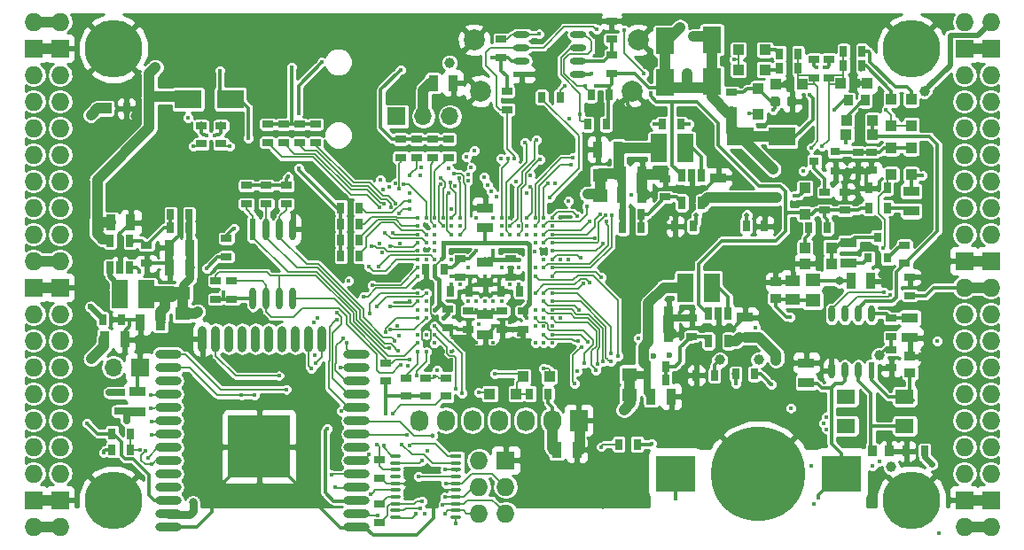
<source format=gbl>
G04 #@! TF.GenerationSoftware,KiCad,Pcbnew,5.0.0+dfsg1-2*
G04 #@! TF.CreationDate,2018-09-08T19:44:18+02:00*
G04 #@! TF.ProjectId,ulx3s,756C7833732E6B696361645F70636200,rev?*
G04 #@! TF.SameCoordinates,Original*
G04 #@! TF.FileFunction,Copper,L4,Bot,Signal*
G04 #@! TF.FilePolarity,Positive*
%FSLAX46Y46*%
G04 Gerber Fmt 4.6, Leading zero omitted, Abs format (unit mm)*
G04 Created by KiCad (PCBNEW 5.0.0+dfsg1-2) date Sat Sep  8 19:44:18 2018*
%MOMM*%
%LPD*%
G01*
G04 APERTURE LIST*
G04 #@! TA.AperFunction,EtchedComponent*
%ADD10C,1.000000*%
G04 #@! TD*
G04 #@! TA.AperFunction,SMDPad,CuDef*
%ADD11O,1.000000X0.400000*%
G04 #@! TD*
G04 #@! TA.AperFunction,SMDPad,CuDef*
%ADD12R,1.000000X0.400000*%
G04 #@! TD*
G04 #@! TA.AperFunction,ComponentPad*
%ADD13C,2.000000*%
G04 #@! TD*
G04 #@! TA.AperFunction,SMDPad,CuDef*
%ADD14R,3.700000X3.500000*%
G04 #@! TD*
G04 #@! TA.AperFunction,BGAPad,CuDef*
%ADD15C,9.000000*%
G04 #@! TD*
G04 #@! TA.AperFunction,SMDPad,CuDef*
%ADD16R,1.800000X1.400000*%
G04 #@! TD*
G04 #@! TA.AperFunction,ComponentPad*
%ADD17R,1.727200X2.032000*%
G04 #@! TD*
G04 #@! TA.AperFunction,ComponentPad*
%ADD18O,1.727200X2.032000*%
G04 #@! TD*
G04 #@! TA.AperFunction,SMDPad,CuDef*
%ADD19R,0.700000X1.200000*%
G04 #@! TD*
G04 #@! TA.AperFunction,SMDPad,CuDef*
%ADD20R,0.600000X1.550000*%
G04 #@! TD*
G04 #@! TA.AperFunction,SMDPad,CuDef*
%ADD21O,0.600000X1.550000*%
G04 #@! TD*
G04 #@! TA.AperFunction,SMDPad,CuDef*
%ADD22R,1.550000X0.600000*%
G04 #@! TD*
G04 #@! TA.AperFunction,SMDPad,CuDef*
%ADD23O,1.550000X0.600000*%
G04 #@! TD*
G04 #@! TA.AperFunction,SMDPad,CuDef*
%ADD24R,0.600000X2.100000*%
G04 #@! TD*
G04 #@! TA.AperFunction,SMDPad,CuDef*
%ADD25O,0.600000X2.100000*%
G04 #@! TD*
G04 #@! TA.AperFunction,SMDPad,CuDef*
%ADD26O,2.500000X0.900000*%
G04 #@! TD*
G04 #@! TA.AperFunction,SMDPad,CuDef*
%ADD27O,0.900000X2.500000*%
G04 #@! TD*
G04 #@! TA.AperFunction,SMDPad,CuDef*
%ADD28R,6.000000X6.000000*%
G04 #@! TD*
G04 #@! TA.AperFunction,SMDPad,CuDef*
%ADD29R,0.670000X1.000000*%
G04 #@! TD*
G04 #@! TA.AperFunction,SMDPad,CuDef*
%ADD30R,1.400000X1.295000*%
G04 #@! TD*
G04 #@! TA.AperFunction,SMDPad,CuDef*
%ADD31R,2.500000X1.800000*%
G04 #@! TD*
G04 #@! TA.AperFunction,SMDPad,CuDef*
%ADD32R,1.800000X2.500000*%
G04 #@! TD*
G04 #@! TA.AperFunction,ComponentPad*
%ADD33O,1.727200X1.727200*%
G04 #@! TD*
G04 #@! TA.AperFunction,ComponentPad*
%ADD34R,1.727200X1.727200*%
G04 #@! TD*
G04 #@! TA.AperFunction,ComponentPad*
%ADD35C,5.500000*%
G04 #@! TD*
G04 #@! TA.AperFunction,SMDPad,CuDef*
%ADD36R,0.970000X1.500000*%
G04 #@! TD*
G04 #@! TA.AperFunction,SMDPad,CuDef*
%ADD37R,1.500000X0.970000*%
G04 #@! TD*
G04 #@! TA.AperFunction,SMDPad,CuDef*
%ADD38R,1.000000X0.670000*%
G04 #@! TD*
G04 #@! TA.AperFunction,SMDPad,CuDef*
%ADD39R,1.000000X1.000000*%
G04 #@! TD*
G04 #@! TA.AperFunction,BGAPad,CuDef*
%ADD40C,0.300000*%
G04 #@! TD*
G04 #@! TA.AperFunction,ComponentPad*
%ADD41R,1.700000X1.700000*%
G04 #@! TD*
G04 #@! TA.AperFunction,ComponentPad*
%ADD42O,1.700000X1.700000*%
G04 #@! TD*
G04 #@! TA.AperFunction,SMDPad,CuDef*
%ADD43R,1.500000X2.700000*%
G04 #@! TD*
G04 #@! TA.AperFunction,SMDPad,CuDef*
%ADD44R,0.800000X0.900000*%
G04 #@! TD*
G04 #@! TA.AperFunction,SMDPad,CuDef*
%ADD45R,0.900000X0.800000*%
G04 #@! TD*
G04 #@! TA.AperFunction,SMDPad,CuDef*
%ADD46R,0.820000X1.000000*%
G04 #@! TD*
G04 #@! TA.AperFunction,SMDPad,CuDef*
%ADD47R,1.000000X0.820000*%
G04 #@! TD*
G04 #@! TA.AperFunction,SMDPad,CuDef*
%ADD48R,1.400000X1.120000*%
G04 #@! TD*
G04 #@! TA.AperFunction,Conductor*
%ADD49C,0.100000*%
G04 #@! TD*
G04 #@! TA.AperFunction,SMDPad,CuDef*
%ADD50C,0.875000*%
G04 #@! TD*
G04 #@! TA.AperFunction,ViaPad*
%ADD51C,2.000000*%
G04 #@! TD*
G04 #@! TA.AperFunction,ViaPad*
%ADD52C,0.419000*%
G04 #@! TD*
G04 #@! TA.AperFunction,ViaPad*
%ADD53C,0.600000*%
G04 #@! TD*
G04 #@! TA.AperFunction,ViaPad*
%ADD54C,1.000000*%
G04 #@! TD*
G04 #@! TA.AperFunction,ViaPad*
%ADD55C,0.800000*%
G04 #@! TD*
G04 #@! TA.AperFunction,ViaPad*
%ADD56C,0.500000*%
G04 #@! TD*
G04 #@! TA.AperFunction,ViaPad*
%ADD57C,0.700000*%
G04 #@! TD*
G04 #@! TA.AperFunction,ViaPad*
%ADD58C,0.454000*%
G04 #@! TD*
G04 #@! TA.AperFunction,Conductor*
%ADD59C,0.300000*%
G04 #@! TD*
G04 #@! TA.AperFunction,Conductor*
%ADD60C,1.000000*%
G04 #@! TD*
G04 #@! TA.AperFunction,Conductor*
%ADD61C,0.190000*%
G04 #@! TD*
G04 #@! TA.AperFunction,Conductor*
%ADD62C,0.700000*%
G04 #@! TD*
G04 #@! TA.AperFunction,Conductor*
%ADD63C,0.127000*%
G04 #@! TD*
G04 #@! TA.AperFunction,Conductor*
%ADD64C,0.500000*%
G04 #@! TD*
G04 #@! TA.AperFunction,Conductor*
%ADD65C,0.400000*%
G04 #@! TD*
G04 #@! TA.AperFunction,Conductor*
%ADD66C,0.800000*%
G04 #@! TD*
G04 #@! TA.AperFunction,Conductor*
%ADD67C,0.600000*%
G04 #@! TD*
G04 #@! TA.AperFunction,Conductor*
%ADD68C,1.500000*%
G04 #@! TD*
G04 #@! TA.AperFunction,Conductor*
%ADD69C,0.200000*%
G04 #@! TD*
G04 #@! TA.AperFunction,Conductor*
%ADD70C,0.254000*%
G04 #@! TD*
G04 APERTURE END LIST*
D10*
G04 #@! TO.C,RP3*
X149472000Y-77311000D02*
X149472000Y-79311000D01*
G04 #@! TO.C,RP2*
X109609000Y-88632000D02*
X109609000Y-90632000D01*
G04 #@! TO.C,RP1*
X152281000Y-96361000D02*
X152281000Y-98361000D01*
G04 #@! TO.C,D9*
X166854000Y-73630000D02*
X162854000Y-73630000D01*
G04 #@! TO.C,D52*
X160155000Y-64391000D02*
X160155000Y-68391000D01*
G04 #@! TO.C,D51*
X155710000Y-68518000D02*
X155710000Y-64518000D01*
G04 #@! TD*
D11*
G04 #@! TO.P,U6,20*
G04 #@! TO.N,FTDI_TXD*
X129935000Y-104215000D03*
G04 #@! TO.P,U6,19*
G04 #@! TO.N,FTDI_nSLEEP*
X129935000Y-104865000D03*
G04 #@! TO.P,U6,18*
G04 #@! TO.N,FTDI_TXDEN*
X129935000Y-105515000D03*
G04 #@! TO.P,U6,17*
G04 #@! TO.N,N/C*
X129935000Y-106165000D03*
G04 #@! TO.P,U6,16*
G04 #@! TO.N,GND*
X129935000Y-106815000D03*
G04 #@! TO.P,U6,15*
G04 #@! TO.N,USB5V*
X129935000Y-107465000D03*
G04 #@! TO.P,U6,14*
G04 #@! TO.N,nRESET*
X129935000Y-108115000D03*
G04 #@! TO.P,U6,13*
G04 #@! TO.N,FT2V5*
X129935000Y-108765000D03*
G04 #@! TO.P,U6,12*
G04 #@! TO.N,USB_FTDI_D-*
X129935000Y-109415000D03*
G04 #@! TO.P,U6,11*
G04 #@! TO.N,USB_FTDI_D+*
X129935000Y-110065000D03*
G04 #@! TO.P,U6,10*
G04 #@! TO.N,FTDI_nTXLED*
X135735000Y-110065000D03*
G04 #@! TO.P,U6,9*
G04 #@! TO.N,JTAG_TDO*
X135735000Y-109415000D03*
G04 #@! TO.P,U6,8*
G04 #@! TO.N,JTAG_TMS*
X135735000Y-108765000D03*
G04 #@! TO.P,U6,7*
G04 #@! TO.N,JTAG_TCK*
X135735000Y-108115000D03*
G04 #@! TO.P,U6,6*
G04 #@! TO.N,GND*
X135735000Y-107465000D03*
G04 #@! TO.P,U6,5*
G04 #@! TO.N,JTAG_TDI*
X135735000Y-106815000D03*
G04 #@! TO.P,U6,4*
G04 #@! TO.N,FTDI_RXD*
X135735000Y-106165000D03*
G04 #@! TO.P,U6,3*
G04 #@! TO.N,FT2V5*
X135735000Y-105515000D03*
G04 #@! TO.P,U6,2*
G04 #@! TO.N,FTDI_nRTS*
X135735000Y-104865000D03*
D12*
G04 #@! TO.P,U6,1*
G04 #@! TO.N,FTDI_nDTR*
X135735000Y-104215000D03*
G04 #@! TD*
D13*
G04 #@! TO.P,GPDI1,0*
G04 #@! TO.N,GND*
X152546000Y-69312000D03*
X138046000Y-69312000D03*
X153146000Y-64412000D03*
X137446000Y-64412000D03*
G04 #@! TD*
D14*
G04 #@! TO.P,BAT1,1*
G04 #@! TO.N,/power/VBAT*
X172485000Y-105870000D03*
X156685000Y-105870000D03*
D15*
G04 #@! TO.P,BAT1,2*
G04 #@! TO.N,GND*
X164585000Y-105870000D03*
G04 #@! TD*
D16*
G04 #@! TO.P,Y2,4*
G04 #@! TO.N,/power/OSCI_32k*
X178576000Y-98522000D03*
G04 #@! TO.P,Y2,3*
G04 #@! TO.N,N/C*
X172976000Y-98522000D03*
G04 #@! TO.P,Y2,2*
X172976000Y-101322000D03*
G04 #@! TO.P,Y2,1*
G04 #@! TO.N,/power/OSCO_32k*
X178576000Y-101322000D03*
G04 #@! TD*
D17*
G04 #@! TO.P,OLED1,1*
G04 #@! TO.N,GND*
X147440000Y-100790000D03*
D18*
G04 #@! TO.P,OLED1,2*
G04 #@! TO.N,+3V3*
X144900000Y-100790000D03*
G04 #@! TO.P,OLED1,3*
G04 #@! TO.N,OLED_CLK*
X142360000Y-100790000D03*
G04 #@! TO.P,OLED1,4*
G04 #@! TO.N,OLED_MOSI*
X139820000Y-100790000D03*
G04 #@! TO.P,OLED1,5*
G04 #@! TO.N,OLED_RES*
X137280000Y-100790000D03*
G04 #@! TO.P,OLED1,6*
G04 #@! TO.N,OLED_DC*
X134740000Y-100790000D03*
G04 #@! TO.P,OLED1,7*
G04 #@! TO.N,OLED_CS*
X132200000Y-100790000D03*
G04 #@! TD*
D19*
G04 #@! TO.P,U5,1*
G04 #@! TO.N,/power/PWREN*
X157285000Y-77392000D03*
G04 #@! TO.P,U5,2*
G04 #@! TO.N,GND*
X158235000Y-77392000D03*
G04 #@! TO.P,U5,3*
G04 #@! TO.N,/power/L3*
X159185000Y-77392000D03*
G04 #@! TO.P,U5,4*
G04 #@! TO.N,+5V*
X159185000Y-79992000D03*
G04 #@! TO.P,U5,5*
G04 #@! TO.N,/power/FB3*
X157285000Y-79992000D03*
G04 #@! TD*
G04 #@! TO.P,U3,1*
G04 #@! TO.N,/power/PWREN*
X159825000Y-90600000D03*
G04 #@! TO.P,U3,2*
G04 #@! TO.N,GND*
X160775000Y-90600000D03*
G04 #@! TO.P,U3,3*
G04 #@! TO.N,/power/L1*
X161725000Y-90600000D03*
G04 #@! TO.P,U3,4*
G04 #@! TO.N,+5V*
X161725000Y-93200000D03*
G04 #@! TO.P,U3,5*
G04 #@! TO.N,/power/FB1*
X159825000Y-93200000D03*
G04 #@! TD*
G04 #@! TO.P,U4,1*
G04 #@! TO.N,/power/PWREN*
X104575000Y-86215000D03*
G04 #@! TO.P,U4,2*
G04 #@! TO.N,GND*
X103625000Y-86215000D03*
G04 #@! TO.P,U4,3*
G04 #@! TO.N,/power/L2*
X102675000Y-86215000D03*
G04 #@! TO.P,U4,4*
G04 #@! TO.N,+5V*
X102675000Y-83615000D03*
G04 #@! TO.P,U4,5*
G04 #@! TO.N,/power/FB2*
X104575000Y-83615000D03*
G04 #@! TD*
D20*
G04 #@! TO.P,U7,1*
G04 #@! TO.N,/power/OSCI_32k*
X175395000Y-96015000D03*
D21*
G04 #@! TO.P,U7,2*
G04 #@! TO.N,/power/OSCO_32k*
X174125000Y-96015000D03*
G04 #@! TO.P,U7,3*
G04 #@! TO.N,/power/VBAT*
X172855000Y-96015000D03*
G04 #@! TO.P,U7,4*
G04 #@! TO.N,GND*
X171585000Y-96015000D03*
G04 #@! TO.P,U7,5*
G04 #@! TO.N,FPDI_SDA*
X171585000Y-90615000D03*
G04 #@! TO.P,U7,6*
G04 #@! TO.N,FPDI_SCL*
X172855000Y-90615000D03*
G04 #@! TO.P,U7,7*
G04 #@! TO.N,/power/WAKEUPn*
X174125000Y-90615000D03*
G04 #@! TO.P,U7,8*
G04 #@! TO.N,/power/RTCVDD*
X175395000Y-90615000D03*
G04 #@! TD*
D22*
G04 #@! TO.P,U11,1*
G04 #@! TO.N,GND*
X141980000Y-67706500D03*
D23*
G04 #@! TO.P,U11,2*
G04 #@! TO.N,+2V5*
X141980000Y-66436500D03*
G04 #@! TO.P,U11,3*
G04 #@! TO.N,FPDI_SCL*
X141980000Y-65166500D03*
G04 #@! TO.P,U11,4*
G04 #@! TO.N,FPDI_SDA*
X141980000Y-63896500D03*
G04 #@! TO.P,U11,5*
G04 #@! TO.N,GPDI_SDA*
X147380000Y-63896500D03*
G04 #@! TO.P,U11,6*
G04 #@! TO.N,GPDI_SCL*
X147380000Y-65166500D03*
G04 #@! TO.P,U11,7*
G04 #@! TO.N,/gpdi/VREF2*
X147380000Y-66436500D03*
G04 #@! TO.P,U11,8*
G04 #@! TO.N,+3V3*
X147380000Y-67706500D03*
G04 #@! TD*
D24*
G04 #@! TO.P,U10,1*
G04 #@! TO.N,/flash/FLASH_nCS*
X116340000Y-82520000D03*
D25*
G04 #@! TO.P,U10,2*
G04 #@! TO.N,/flash/FLASH_MISO*
X117610000Y-82520000D03*
G04 #@! TO.P,U10,3*
G04 #@! TO.N,/flash/FLASH_nWP*
X118880000Y-82520000D03*
G04 #@! TO.P,U10,4*
G04 #@! TO.N,GND*
X120150000Y-82520000D03*
G04 #@! TO.P,U10,5*
G04 #@! TO.N,/flash/FLASH_MOSI*
X120150000Y-89124000D03*
G04 #@! TO.P,U10,6*
G04 #@! TO.N,/flash/FLASH_SCK*
X118880000Y-89124000D03*
G04 #@! TO.P,U10,7*
G04 #@! TO.N,/flash/FLASH_nHOLD*
X117610000Y-89124000D03*
G04 #@! TO.P,U10,8*
G04 #@! TO.N,+3V3*
X116340000Y-89124000D03*
G04 #@! TD*
D26*
G04 #@! TO.P,U9,38*
G04 #@! TO.N,GND*
X126230000Y-111000000D03*
G04 #@! TO.P,U9,37*
G04 #@! TO.N,JTAG_TDI*
X126230000Y-109730000D03*
G04 #@! TO.P,U9,36*
G04 #@! TO.N,PROG_DONE*
X126230000Y-108460000D03*
G04 #@! TO.P,U9,35*
G04 #@! TO.N,WIFI_TXD*
X126230000Y-107190000D03*
G04 #@! TO.P,U9,34*
G04 #@! TO.N,WIFI_RXD*
X126230000Y-105920000D03*
G04 #@! TO.P,U9,33*
G04 #@! TO.N,JTAG_TMS*
X126230000Y-104650000D03*
G04 #@! TO.P,U9,32*
G04 #@! TO.N,N/C*
X126230000Y-103380000D03*
G04 #@! TO.P,U9,31*
G04 #@! TO.N,JTAG_TDO*
X126230000Y-102110000D03*
G04 #@! TO.P,U9,30*
G04 #@! TO.N,JTAG_TCK*
X126230000Y-100840000D03*
G04 #@! TO.P,U9,29*
G04 #@! TO.N,WIFI_GPIO5*
X126230000Y-99570000D03*
G04 #@! TO.P,U9,28*
G04 #@! TO.N,WIFI_GPIO17*
X126230000Y-98300000D03*
G04 #@! TO.P,U9,27*
G04 #@! TO.N,WIFI_GPIO16*
X126230000Y-97030000D03*
G04 #@! TO.P,U9,26*
G04 #@! TO.N,SD_D1*
X126230000Y-95760000D03*
G04 #@! TO.P,U9,25*
G04 #@! TO.N,WIFI_GPIO0*
X126230000Y-94490000D03*
D27*
G04 #@! TO.P,U9,24*
G04 #@! TO.N,SD_D0*
X122945000Y-93000000D03*
G04 #@! TO.P,U9,23*
G04 #@! TO.N,SD_CMD*
X121675000Y-93000000D03*
G04 #@! TO.P,U9,22*
G04 #@! TO.N,N/C*
X120405000Y-93000000D03*
G04 #@! TO.P,U9,21*
X119135000Y-93000000D03*
G04 #@! TO.P,U9,20*
X117865000Y-93000000D03*
G04 #@! TO.P,U9,19*
X116595000Y-93000000D03*
G04 #@! TO.P,U9,18*
X115325000Y-93000000D03*
G04 #@! TO.P,U9,17*
X114055000Y-93000000D03*
G04 #@! TO.P,U9,16*
G04 #@! TO.N,SD_D3*
X112785000Y-93000000D03*
G04 #@! TO.P,U9,15*
G04 #@! TO.N,GND*
X111515000Y-93000000D03*
D26*
G04 #@! TO.P,U9,14*
G04 #@! TO.N,SD_D2*
X108230000Y-94490000D03*
G04 #@! TO.P,U9,13*
G04 #@! TO.N,SD_CLK*
X108230000Y-95760000D03*
G04 #@! TO.P,U9,12*
G04 #@! TO.N,N/C*
X108230000Y-97030000D03*
G04 #@! TO.P,U9,11*
G04 #@! TO.N,GP11*
X108230000Y-98300000D03*
G04 #@! TO.P,U9,10*
G04 #@! TO.N,GN11*
X108230000Y-99570000D03*
G04 #@! TO.P,U9,9*
G04 #@! TO.N,GP12*
X108230000Y-100840000D03*
G04 #@! TO.P,U9,8*
G04 #@! TO.N,GN12*
X108230000Y-102110000D03*
G04 #@! TO.P,U9,7*
G04 #@! TO.N,GP13*
X108230000Y-103380000D03*
G04 #@! TO.P,U9,6*
G04 #@! TO.N,GN13*
X108230000Y-104650000D03*
G04 #@! TO.P,U9,5*
G04 #@! TO.N,N/C*
X108230000Y-105920000D03*
G04 #@! TO.P,U9,4*
X108230000Y-107190000D03*
G04 #@! TO.P,U9,3*
G04 #@! TO.N,/wifi/WIFIEN*
X108230000Y-108460000D03*
G04 #@! TO.P,U9,2*
G04 #@! TO.N,+3V3*
X108230000Y-109730000D03*
G04 #@! TO.P,U9,1*
G04 #@! TO.N,GND*
X108230000Y-111000000D03*
D28*
G04 #@! TO.P,U9,39*
X116930000Y-103300000D03*
G04 #@! TD*
D29*
G04 #@! TO.P,C49,2*
G04 #@! TO.N,GND*
X103738000Y-91156000D03*
G04 #@! TO.P,C49,1*
G04 #@! TO.N,2V5_3V3*
X101988000Y-91156000D03*
G04 #@! TD*
D30*
G04 #@! TO.P,RP3,2*
G04 #@! TO.N,+3V3*
X149472000Y-79278500D03*
G04 #@! TO.P,RP3,1*
G04 #@! TO.N,/power/P3V3*
X149472000Y-77343500D03*
G04 #@! TD*
G04 #@! TO.P,RP2,2*
G04 #@! TO.N,+2V5*
X109609000Y-90599500D03*
G04 #@! TO.P,RP2,1*
G04 #@! TO.N,/power/P2V5*
X109609000Y-88664500D03*
G04 #@! TD*
G04 #@! TO.P,RP1,2*
G04 #@! TO.N,+1V1*
X152281000Y-98328500D03*
G04 #@! TO.P,RP1,1*
G04 #@! TO.N,/power/P1V1*
X152281000Y-96393500D03*
G04 #@! TD*
D31*
G04 #@! TO.P,D9,2*
G04 #@! TO.N,+5V*
X162854000Y-73630000D03*
G04 #@! TO.P,D9,1*
G04 #@! TO.N,/usb/US2VBUS*
X166854000Y-73630000D03*
G04 #@! TD*
D32*
G04 #@! TO.P,D52,2*
G04 #@! TO.N,+5V*
X160155000Y-68391000D03*
G04 #@! TO.P,D52,1*
G04 #@! TO.N,/gpio/OUT5V*
X160155000Y-64391000D03*
G04 #@! TD*
G04 #@! TO.P,D51,2*
G04 #@! TO.N,/gpio/IN5V*
X155710000Y-64518000D03*
G04 #@! TO.P,D51,1*
G04 #@! TO.N,+5V*
X155710000Y-68518000D03*
G04 #@! TD*
D33*
G04 #@! TO.P,J1,1*
G04 #@! TO.N,2V5_3V3*
X97910000Y-62690000D03*
G04 #@! TO.P,J1,2*
X95370000Y-62690000D03*
D34*
G04 #@! TO.P,J1,3*
G04 #@! TO.N,GND*
X97910000Y-65230000D03*
G04 #@! TO.P,J1,4*
X95370000Y-65230000D03*
D33*
G04 #@! TO.P,J1,5*
G04 #@! TO.N,GN0*
X97910000Y-67770000D03*
G04 #@! TO.P,J1,6*
G04 #@! TO.N,GP0*
X95370000Y-67770000D03*
G04 #@! TO.P,J1,7*
G04 #@! TO.N,GN1*
X97910000Y-70310000D03*
G04 #@! TO.P,J1,8*
G04 #@! TO.N,GP1*
X95370000Y-70310000D03*
G04 #@! TO.P,J1,9*
G04 #@! TO.N,GN2*
X97910000Y-72850000D03*
G04 #@! TO.P,J1,10*
G04 #@! TO.N,GP2*
X95370000Y-72850000D03*
G04 #@! TO.P,J1,11*
G04 #@! TO.N,GN3*
X97910000Y-75390000D03*
G04 #@! TO.P,J1,12*
G04 #@! TO.N,GP3*
X95370000Y-75390000D03*
G04 #@! TO.P,J1,13*
G04 #@! TO.N,GN4*
X97910000Y-77930000D03*
G04 #@! TO.P,J1,14*
G04 #@! TO.N,GP4*
X95370000Y-77930000D03*
G04 #@! TO.P,J1,15*
G04 #@! TO.N,GN5*
X97910000Y-80470000D03*
G04 #@! TO.P,J1,16*
G04 #@! TO.N,GP5*
X95370000Y-80470000D03*
G04 #@! TO.P,J1,17*
G04 #@! TO.N,GN6*
X97910000Y-83010000D03*
G04 #@! TO.P,J1,18*
G04 #@! TO.N,GP6*
X95370000Y-83010000D03*
G04 #@! TO.P,J1,19*
G04 #@! TO.N,2V5_3V3*
X97910000Y-85550000D03*
G04 #@! TO.P,J1,20*
X95370000Y-85550000D03*
D34*
G04 #@! TO.P,J1,21*
G04 #@! TO.N,GND*
X97910000Y-88090000D03*
G04 #@! TO.P,J1,22*
X95370000Y-88090000D03*
D33*
G04 #@! TO.P,J1,23*
G04 #@! TO.N,GN7*
X97910000Y-90630000D03*
G04 #@! TO.P,J1,24*
G04 #@! TO.N,GP7*
X95370000Y-90630000D03*
G04 #@! TO.P,J1,25*
G04 #@! TO.N,GN8*
X97910000Y-93170000D03*
G04 #@! TO.P,J1,26*
G04 #@! TO.N,GP8*
X95370000Y-93170000D03*
G04 #@! TO.P,J1,27*
G04 #@! TO.N,GN9*
X97910000Y-95710000D03*
G04 #@! TO.P,J1,28*
G04 #@! TO.N,GP9*
X95370000Y-95710000D03*
G04 #@! TO.P,J1,29*
G04 #@! TO.N,GN10*
X97910000Y-98250000D03*
G04 #@! TO.P,J1,30*
G04 #@! TO.N,GP10*
X95370000Y-98250000D03*
G04 #@! TO.P,J1,31*
G04 #@! TO.N,GN11*
X97910000Y-100790000D03*
G04 #@! TO.P,J1,32*
G04 #@! TO.N,GP11*
X95370000Y-100790000D03*
G04 #@! TO.P,J1,33*
G04 #@! TO.N,GN12*
X97910000Y-103330000D03*
G04 #@! TO.P,J1,34*
G04 #@! TO.N,GP12*
X95370000Y-103330000D03*
G04 #@! TO.P,J1,35*
G04 #@! TO.N,GN13*
X97910000Y-105870000D03*
G04 #@! TO.P,J1,36*
G04 #@! TO.N,GP13*
X95370000Y-105870000D03*
D34*
G04 #@! TO.P,J1,37*
G04 #@! TO.N,GND*
X97910000Y-108410000D03*
G04 #@! TO.P,J1,38*
X95370000Y-108410000D03*
D33*
G04 #@! TO.P,J1,39*
G04 #@! TO.N,2V5_3V3*
X97910000Y-110950000D03*
G04 #@! TO.P,J1,40*
X95370000Y-110950000D03*
G04 #@! TD*
G04 #@! TO.P,J2,1*
G04 #@! TO.N,+3V3*
X184270000Y-110950000D03*
G04 #@! TO.P,J2,2*
X186810000Y-110950000D03*
D34*
G04 #@! TO.P,J2,3*
G04 #@! TO.N,GND*
X184270000Y-108410000D03*
G04 #@! TO.P,J2,4*
X186810000Y-108410000D03*
D33*
G04 #@! TO.P,J2,5*
G04 #@! TO.N,GN14*
X184270000Y-105870000D03*
G04 #@! TO.P,J2,6*
G04 #@! TO.N,GP14*
X186810000Y-105870000D03*
G04 #@! TO.P,J2,7*
G04 #@! TO.N,GN15*
X184270000Y-103330000D03*
G04 #@! TO.P,J2,8*
G04 #@! TO.N,GP15*
X186810000Y-103330000D03*
G04 #@! TO.P,J2,9*
G04 #@! TO.N,GN16*
X184270000Y-100790000D03*
G04 #@! TO.P,J2,10*
G04 #@! TO.N,GP16*
X186810000Y-100790000D03*
G04 #@! TO.P,J2,11*
G04 #@! TO.N,GN17*
X184270000Y-98250000D03*
G04 #@! TO.P,J2,12*
G04 #@! TO.N,GP17*
X186810000Y-98250000D03*
G04 #@! TO.P,J2,13*
G04 #@! TO.N,GN18*
X184270000Y-95710000D03*
G04 #@! TO.P,J2,14*
G04 #@! TO.N,GP18*
X186810000Y-95710000D03*
G04 #@! TO.P,J2,15*
G04 #@! TO.N,GN19*
X184270000Y-93170000D03*
G04 #@! TO.P,J2,16*
G04 #@! TO.N,GP19*
X186810000Y-93170000D03*
G04 #@! TO.P,J2,17*
G04 #@! TO.N,GN20*
X184270000Y-90630000D03*
G04 #@! TO.P,J2,18*
G04 #@! TO.N,GP20*
X186810000Y-90630000D03*
G04 #@! TO.P,J2,19*
G04 #@! TO.N,+3V3*
X184270000Y-88090000D03*
G04 #@! TO.P,J2,20*
X186810000Y-88090000D03*
D34*
G04 #@! TO.P,J2,21*
G04 #@! TO.N,GND*
X184270000Y-85550000D03*
G04 #@! TO.P,J2,22*
X186810000Y-85550000D03*
D33*
G04 #@! TO.P,J2,23*
G04 #@! TO.N,GN21*
X184270000Y-83010000D03*
G04 #@! TO.P,J2,24*
G04 #@! TO.N,GP21*
X186810000Y-83010000D03*
G04 #@! TO.P,J2,25*
G04 #@! TO.N,GN22*
X184270000Y-80470000D03*
G04 #@! TO.P,J2,26*
G04 #@! TO.N,GP22*
X186810000Y-80470000D03*
G04 #@! TO.P,J2,27*
G04 #@! TO.N,GN23*
X184270000Y-77930000D03*
G04 #@! TO.P,J2,28*
G04 #@! TO.N,GP23*
X186810000Y-77930000D03*
G04 #@! TO.P,J2,29*
G04 #@! TO.N,GN24*
X184270000Y-75390000D03*
G04 #@! TO.P,J2,30*
G04 #@! TO.N,GP24*
X186810000Y-75390000D03*
G04 #@! TO.P,J2,31*
G04 #@! TO.N,GN25*
X184270000Y-72850000D03*
G04 #@! TO.P,J2,32*
G04 #@! TO.N,GP25*
X186810000Y-72850000D03*
G04 #@! TO.P,J2,33*
G04 #@! TO.N,GN26*
X184270000Y-70310000D03*
G04 #@! TO.P,J2,34*
G04 #@! TO.N,GP26*
X186810000Y-70310000D03*
G04 #@! TO.P,J2,35*
G04 #@! TO.N,GN27*
X184270000Y-67770000D03*
G04 #@! TO.P,J2,36*
G04 #@! TO.N,GP27*
X186810000Y-67770000D03*
D34*
G04 #@! TO.P,J2,37*
G04 #@! TO.N,GND*
X184270000Y-65230000D03*
G04 #@! TO.P,J2,38*
X186810000Y-65230000D03*
D33*
G04 #@! TO.P,J2,39*
G04 #@! TO.N,/gpio/IN5V*
X184270000Y-62690000D03*
G04 #@! TO.P,J2,40*
G04 #@! TO.N,/gpio/OUT5V*
X186810000Y-62690000D03*
G04 #@! TD*
D35*
G04 #@! TO.P,H1,1*
G04 #@! TO.N,GND*
X102990000Y-108410000D03*
G04 #@! TD*
G04 #@! TO.P,H2,1*
G04 #@! TO.N,GND*
X179190000Y-108410000D03*
G04 #@! TD*
G04 #@! TO.P,H3,1*
G04 #@! TO.N,GND*
X179190000Y-65230000D03*
G04 #@! TD*
G04 #@! TO.P,H4,1*
G04 #@! TO.N,GND*
X102990000Y-65230000D03*
G04 #@! TD*
D34*
G04 #@! TO.P,J4,1*
G04 #@! TO.N,GND*
X140455000Y-104600000D03*
D33*
G04 #@! TO.P,J4,2*
G04 #@! TO.N,+3V3*
X137915000Y-104600000D03*
G04 #@! TO.P,J4,3*
G04 #@! TO.N,JTAG_TDI*
X140455000Y-107140000D03*
G04 #@! TO.P,J4,4*
G04 #@! TO.N,JTAG_TCK*
X137915000Y-107140000D03*
G04 #@! TO.P,J4,5*
G04 #@! TO.N,JTAG_TMS*
X140455000Y-109680000D03*
G04 #@! TO.P,J4,6*
G04 #@! TO.N,JTAG_TDO*
X137915000Y-109680000D03*
G04 #@! TD*
D36*
G04 #@! TO.P,C47,1*
G04 #@! TO.N,2V5_3V3*
X133546000Y-68550000D03*
G04 #@! TO.P,C47,2*
G04 #@! TO.N,GND*
X135456000Y-68550000D03*
G04 #@! TD*
G04 #@! TO.P,C1,1*
G04 #@! TO.N,+5V*
X102748500Y-81885000D03*
G04 #@! TO.P,C1,2*
G04 #@! TO.N,GND*
X104658500Y-81885000D03*
G04 #@! TD*
D29*
G04 #@! TO.P,C2,1*
G04 #@! TO.N,/power/P1V1*
X153985000Y-96910000D03*
G04 #@! TO.P,C2,2*
G04 #@! TO.N,/power/FB1*
X155735000Y-96910000D03*
G04 #@! TD*
D36*
G04 #@! TO.P,C3,2*
G04 #@! TO.N,GND*
X156015000Y-90630000D03*
G04 #@! TO.P,C3,1*
G04 #@! TO.N,/power/P1V1*
X154105000Y-90630000D03*
G04 #@! TD*
G04 #@! TO.P,C4,1*
G04 #@! TO.N,/power/P1V1*
X154105000Y-92535000D03*
G04 #@! TO.P,C4,2*
G04 #@! TO.N,GND*
X156015000Y-92535000D03*
G04 #@! TD*
D37*
G04 #@! TO.P,C5,2*
G04 #@! TO.N,GND*
X163315000Y-90945000D03*
G04 #@! TO.P,C5,1*
G04 #@! TO.N,+5V*
X163315000Y-92855000D03*
G04 #@! TD*
D29*
G04 #@! TO.P,C6,1*
G04 #@! TO.N,/power/P3V3*
X151645000Y-82375000D03*
G04 #@! TO.P,C6,2*
G04 #@! TO.N,/power/FB3*
X153395000Y-82375000D03*
G04 #@! TD*
D36*
G04 #@! TO.P,C7,2*
G04 #@! TO.N,GND*
X153475000Y-79200000D03*
G04 #@! TO.P,C7,1*
G04 #@! TO.N,/power/P3V3*
X151565000Y-79200000D03*
G04 #@! TD*
G04 #@! TO.P,C8,2*
G04 #@! TO.N,GND*
X153475000Y-77295000D03*
G04 #@! TO.P,C8,1*
G04 #@! TO.N,/power/P3V3*
X151565000Y-77295000D03*
G04 #@! TD*
D37*
G04 #@! TO.P,C9,1*
G04 #@! TO.N,+5V*
X160775000Y-79520000D03*
G04 #@! TO.P,C9,2*
G04 #@! TO.N,GND*
X160775000Y-77610000D03*
G04 #@! TD*
D29*
G04 #@! TO.P,C10,2*
G04 #@! TO.N,/power/FB2*
X108465000Y-81105000D03*
G04 #@! TO.P,C10,1*
G04 #@! TO.N,/power/P2V5*
X110215000Y-81105000D03*
G04 #@! TD*
D36*
G04 #@! TO.P,C11,2*
G04 #@! TO.N,GND*
X108385000Y-84280000D03*
G04 #@! TO.P,C11,1*
G04 #@! TO.N,/power/P2V5*
X110295000Y-84280000D03*
G04 #@! TD*
G04 #@! TO.P,C12,1*
G04 #@! TO.N,/power/P2V5*
X110295000Y-86185000D03*
G04 #@! TO.P,C12,2*
G04 #@! TO.N,GND*
X108385000Y-86185000D03*
G04 #@! TD*
D37*
G04 #@! TO.P,C13,2*
G04 #@! TO.N,/power/WKUP*
X173221000Y-83833000D03*
G04 #@! TO.P,C13,1*
G04 #@! TO.N,+5V*
X173221000Y-85743000D03*
G04 #@! TD*
D38*
G04 #@! TO.P,C14,2*
G04 #@! TO.N,GND*
X175380000Y-76900000D03*
G04 #@! TO.P,C14,1*
G04 #@! TO.N,/power/SHUT*
X175380000Y-75150000D03*
G04 #@! TD*
D37*
G04 #@! TO.P,C15,1*
G04 #@! TO.N,/sdcard/SD3V3*
X105276000Y-99967000D03*
G04 #@! TO.P,C15,2*
G04 #@! TO.N,GND*
X105276000Y-98057000D03*
G04 #@! TD*
D36*
G04 #@! TO.P,C16,1*
G04 #@! TO.N,+3V3*
X173424000Y-87473000D03*
G04 #@! TO.P,C16,2*
G04 #@! TO.N,GND*
X175334000Y-87473000D03*
G04 #@! TD*
D37*
G04 #@! TO.P,C17,1*
G04 #@! TO.N,+1V1*
X138500000Y-90665000D03*
G04 #@! TO.P,C17,2*
G04 #@! TO.N,GND*
X138500000Y-92575000D03*
G04 #@! TD*
D38*
G04 #@! TO.P,C18,1*
G04 #@! TO.N,/gpdi/VREF2*
X150589600Y-64359000D03*
G04 #@! TO.P,C18,2*
G04 #@! TO.N,GND*
X150589600Y-62609000D03*
G04 #@! TD*
D37*
G04 #@! TO.P,C19,1*
G04 #@! TO.N,+2V5*
X138500000Y-82375000D03*
G04 #@! TO.P,C19,2*
G04 #@! TO.N,GND*
X138500000Y-80465000D03*
G04 #@! TD*
G04 #@! TO.P,C20,2*
G04 #@! TO.N,GND*
X138500000Y-87575000D03*
G04 #@! TO.P,C20,1*
G04 #@! TO.N,+3V3*
X138500000Y-85665000D03*
G04 #@! TD*
D36*
G04 #@! TO.P,C21,2*
G04 #@! TO.N,GND*
X104072000Y-93061000D03*
G04 #@! TO.P,C21,1*
G04 #@! TO.N,+3V3*
X102162000Y-93061000D03*
G04 #@! TD*
G04 #@! TO.P,C22,1*
G04 #@! TO.N,/power/P1V1*
X154359000Y-98504000D03*
G04 #@! TO.P,C22,2*
G04 #@! TO.N,GND*
X156269000Y-98504000D03*
G04 #@! TD*
G04 #@! TO.P,C23,2*
G04 #@! TO.N,GND*
X105591000Y-91392000D03*
G04 #@! TO.P,C23,1*
G04 #@! TO.N,/power/P2V5*
X107501000Y-91392000D03*
G04 #@! TD*
G04 #@! TO.P,C24,1*
G04 #@! TO.N,/power/P3V3*
X151189000Y-74882000D03*
G04 #@! TO.P,C24,2*
G04 #@! TO.N,GND*
X149279000Y-74882000D03*
G04 #@! TD*
D38*
G04 #@! TO.P,C25,2*
G04 #@! TO.N,GND*
X140900000Y-87095000D03*
G04 #@! TO.P,C25,1*
G04 #@! TO.N,+3V3*
X140900000Y-85345000D03*
G04 #@! TD*
G04 #@! TO.P,C26,2*
G04 #@! TO.N,GND*
X136100000Y-87095000D03*
G04 #@! TO.P,C26,1*
G04 #@! TO.N,2V5_3V3*
X136100000Y-85345000D03*
G04 #@! TD*
G04 #@! TO.P,C27,2*
G04 #@! TO.N,GND*
X136900000Y-92095000D03*
G04 #@! TO.P,C27,1*
G04 #@! TO.N,+1V1*
X136900000Y-90345000D03*
G04 #@! TD*
G04 #@! TO.P,C28,1*
G04 #@! TO.N,+1V1*
X140100000Y-90345000D03*
G04 #@! TO.P,C28,2*
G04 #@! TO.N,GND*
X140100000Y-92095000D03*
G04 #@! TD*
G04 #@! TO.P,C29,2*
G04 #@! TO.N,GND*
X142100000Y-92095000D03*
G04 #@! TO.P,C29,1*
G04 #@! TO.N,+2V5*
X142100000Y-90345000D03*
G04 #@! TD*
G04 #@! TO.P,C30,1*
G04 #@! TO.N,+2V5*
X134900000Y-90145000D03*
G04 #@! TO.P,C30,2*
G04 #@! TO.N,GND*
X134900000Y-91895000D03*
G04 #@! TD*
D29*
G04 #@! TO.P,C31,1*
G04 #@! TO.N,+3V3*
X135225000Y-88420000D03*
G04 #@! TO.P,C31,2*
G04 #@! TO.N,GND*
X136975000Y-88420000D03*
G04 #@! TD*
G04 #@! TO.P,C32,2*
G04 #@! TO.N,GND*
X140025000Y-88420000D03*
G04 #@! TO.P,C32,1*
G04 #@! TO.N,+3V3*
X141775000Y-88420000D03*
G04 #@! TD*
G04 #@! TO.P,C33,1*
G04 #@! TO.N,+3V3*
X163425000Y-82220000D03*
G04 #@! TO.P,C33,2*
G04 #@! TO.N,GND*
X165175000Y-82220000D03*
G04 #@! TD*
G04 #@! TO.P,C34,1*
G04 #@! TO.N,+3V3*
X158375000Y-82220000D03*
G04 #@! TO.P,C34,2*
G04 #@! TO.N,GND*
X156625000Y-82220000D03*
G04 #@! TD*
D38*
G04 #@! TO.P,C35,1*
G04 #@! TO.N,+3V3*
X177300000Y-94025000D03*
G04 #@! TO.P,C35,2*
G04 #@! TO.N,GND*
X177300000Y-95775000D03*
G04 #@! TD*
D36*
G04 #@! TO.P,C46,1*
G04 #@! TO.N,+3V3*
X145342000Y-103584000D03*
G04 #@! TO.P,C46,2*
G04 #@! TO.N,GND*
X147252000Y-103584000D03*
G04 #@! TD*
D29*
G04 #@! TO.P,C48,2*
G04 #@! TO.N,GND*
X104246000Y-70963000D03*
G04 #@! TO.P,C48,1*
G04 #@! TO.N,2V5_3V3*
X102496000Y-70963000D03*
G04 #@! TD*
D38*
G04 #@! TO.P,C50,1*
G04 #@! TO.N,+3V3*
X179063000Y-88856000D03*
G04 #@! TO.P,C50,2*
G04 #@! TO.N,GND*
X179063000Y-87106000D03*
G04 #@! TD*
D29*
G04 #@! TO.P,C51,1*
G04 #@! TO.N,+3V3*
X180473000Y-103711000D03*
G04 #@! TO.P,C51,2*
G04 #@! TO.N,GND*
X178723000Y-103711000D03*
G04 #@! TD*
G04 #@! TO.P,C52,2*
G04 #@! TO.N,GND*
X158645000Y-96490000D03*
G04 #@! TO.P,C52,1*
G04 #@! TO.N,+3V3*
X160395000Y-96490000D03*
G04 #@! TD*
G04 #@! TO.P,C53,2*
G04 #@! TO.N,GND*
X132827200Y-86330000D03*
G04 #@! TO.P,C53,1*
G04 #@! TO.N,2V5_3V3*
X134577200Y-86330000D03*
G04 #@! TD*
D37*
G04 #@! TO.P,C54,2*
G04 #@! TO.N,GND*
X169172000Y-95281000D03*
G04 #@! TO.P,C54,1*
G04 #@! TO.N,/power/VBAT*
X169172000Y-97191000D03*
G04 #@! TD*
G04 #@! TO.P,D11,1*
G04 #@! TO.N,/power/HOLD*
X179190000Y-80790000D03*
G04 #@! TO.P,D11,2*
G04 #@! TO.N,+3V3*
X179190000Y-78880000D03*
G04 #@! TD*
D39*
G04 #@! TO.P,D10,1*
G04 #@! TO.N,/power/WAKE*
X169050000Y-84280000D03*
G04 #@! TO.P,D10,2*
G04 #@! TO.N,/power/WKUP*
X171550000Y-84280000D03*
G04 #@! TD*
G04 #@! TO.P,D12,2*
G04 #@! TO.N,/power/FTDI_nSUSPEND*
X169030000Y-78585000D03*
G04 #@! TO.P,D12,1*
G04 #@! TO.N,/power/PWREN*
X169030000Y-81085000D03*
G04 #@! TD*
G04 #@! TO.P,D13,1*
G04 #@! TO.N,/power/WKUP*
X171550000Y-85804000D03*
G04 #@! TO.P,D13,2*
G04 #@! TO.N,GND*
X169050000Y-85804000D03*
G04 #@! TD*
G04 #@! TO.P,D14,2*
G04 #@! TO.N,/power/SHUT*
X179190000Y-74775000D03*
G04 #@! TO.P,D14,1*
G04 #@! TO.N,+3V3*
X179190000Y-77275000D03*
G04 #@! TD*
G04 #@! TO.P,D15,2*
G04 #@! TO.N,SHUTDOWN*
X177285000Y-77275000D03*
G04 #@! TO.P,D15,1*
G04 #@! TO.N,/power/SHUT*
X177285000Y-74775000D03*
G04 #@! TD*
G04 #@! TO.P,D16,1*
G04 #@! TO.N,PWRBTn*
X172987000Y-73503000D03*
G04 #@! TO.P,D16,2*
G04 #@! TO.N,/power/WAKEUPn*
X175487000Y-73503000D03*
G04 #@! TD*
G04 #@! TO.P,D17,1*
G04 #@! TO.N,PWRBTn*
X164585000Y-69060000D03*
G04 #@! TO.P,D17,2*
G04 #@! TO.N,BTN_PWRn*
X164585000Y-71560000D03*
G04 #@! TD*
G04 #@! TO.P,D20,1*
G04 #@! TO.N,USB_FPGA_D+*
X168756000Y-68659000D03*
G04 #@! TO.P,D20,2*
G04 #@! TO.N,GND*
X166256000Y-68659000D03*
G04 #@! TD*
G04 #@! TO.P,D21,2*
G04 #@! TO.N,GND*
X174979000Y-68550000D03*
G04 #@! TO.P,D21,1*
G04 #@! TO.N,USB_FPGA_D-*
X172479000Y-68550000D03*
G04 #@! TD*
G04 #@! TO.P,D23,2*
G04 #@! TO.N,Net-(D23-Pad2)*
X165200000Y-67262000D03*
G04 #@! TO.P,D23,1*
G04 #@! TO.N,USB_FPGA_PULL_D+*
X162700000Y-67262000D03*
G04 #@! TD*
G04 #@! TO.P,D24,2*
G04 #@! TO.N,USB_FPGA_PULL_D+*
X162700000Y-65357000D03*
G04 #@! TO.P,D24,1*
G04 #@! TO.N,Net-(D24-Pad1)*
X165200000Y-65357000D03*
G04 #@! TD*
G04 #@! TO.P,D25,1*
G04 #@! TO.N,USB_FPGA_PULL_D-*
X177285000Y-72594000D03*
G04 #@! TO.P,D25,2*
G04 #@! TO.N,Net-(D25-Pad2)*
X177285000Y-70094000D03*
G04 #@! TD*
G04 #@! TO.P,D26,1*
G04 #@! TO.N,Net-(D26-Pad1)*
X179190000Y-70094000D03*
G04 #@! TO.P,D26,2*
G04 #@! TO.N,USB_FPGA_PULL_D-*
X179190000Y-72594000D03*
G04 #@! TD*
D40*
G04 #@! TO.P,AE1,1*
G04 #@! TO.N,/usb/ANT_433MHz*
X181872000Y-111603000D03*
G04 #@! TD*
D38*
G04 #@! TO.P,R49,1*
G04 #@! TO.N,USB_FTDI_D-*
X113277000Y-74360000D03*
G04 #@! TO.P,R49,2*
G04 #@! TO.N,/usb/FTD-*
X113277000Y-72610000D03*
G04 #@! TD*
G04 #@! TO.P,R50,2*
G04 #@! TO.N,/usb/FTD+*
X111372000Y-72610000D03*
G04 #@! TO.P,R50,1*
G04 #@! TO.N,USB_FTDI_D+*
X111372000Y-74360000D03*
G04 #@! TD*
D29*
G04 #@! TO.P,R51,2*
G04 #@! TO.N,/blinkey/SWPU*
X155455000Y-72487000D03*
G04 #@! TO.P,R51,1*
G04 #@! TO.N,2V5_3V3*
X157205000Y-72487000D03*
G04 #@! TD*
D38*
G04 #@! TO.P,R52,2*
G04 #@! TO.N,/usb/FPD-*
X171331000Y-66278000D03*
G04 #@! TO.P,R52,1*
G04 #@! TO.N,USB_FPGA_D-*
X171331000Y-68028000D03*
G04 #@! TD*
G04 #@! TO.P,R53,1*
G04 #@! TO.N,USB_FPGA_D+*
X169919000Y-68028000D03*
G04 #@! TO.P,R53,2*
G04 #@! TO.N,/usb/FPD+*
X169919000Y-66278000D03*
G04 #@! TD*
D29*
G04 #@! TO.P,R54,2*
G04 #@! TO.N,Net-(D26-Pad1)*
X174477000Y-65502000D03*
G04 #@! TO.P,R54,1*
G04 #@! TO.N,USB_FPGA_D-*
X172727000Y-65502000D03*
G04 #@! TD*
D38*
G04 #@! TO.P,R56,1*
G04 #@! TO.N,GND*
X128390000Y-106321000D03*
G04 #@! TO.P,R56,2*
G04 #@! TO.N,FTDI_TXDEN*
X128390000Y-104571000D03*
G04 #@! TD*
G04 #@! TO.P,R57,2*
G04 #@! TO.N,/analog/AUDIO_V*
X117722000Y-72483000D03*
G04 #@! TO.P,R57,1*
G04 #@! TO.N,AUDIO_V0*
X117722000Y-74233000D03*
G04 #@! TD*
G04 #@! TO.P,R58,1*
G04 #@! TO.N,AUDIO_V1*
X119246000Y-74233000D03*
G04 #@! TO.P,R58,2*
G04 #@! TO.N,/analog/AUDIO_V*
X119246000Y-72483000D03*
G04 #@! TD*
G04 #@! TO.P,R59,2*
G04 #@! TO.N,/analog/AUDIO_V*
X120770000Y-72483000D03*
G04 #@! TO.P,R59,1*
G04 #@! TO.N,AUDIO_V2*
X120770000Y-74233000D03*
G04 #@! TD*
G04 #@! TO.P,R60,1*
G04 #@! TO.N,AUDIO_V3*
X122294000Y-74233000D03*
G04 #@! TO.P,R60,2*
G04 #@! TO.N,/analog/AUDIO_V*
X122294000Y-72483000D03*
G04 #@! TD*
D29*
G04 #@! TO.P,R61,1*
G04 #@! TO.N,GPDI_CEC*
X145655000Y-69900000D03*
G04 #@! TO.P,R61,2*
G04 #@! TO.N,/gpdi/FPDI_CEC*
X143905000Y-69900000D03*
G04 #@! TD*
D41*
G04 #@! TO.P,J3,1*
G04 #@! TO.N,GND*
X105530000Y-95710000D03*
D42*
G04 #@! TO.P,J3,2*
G04 #@! TO.N,/wifi/WIFIEN*
X102990000Y-95710000D03*
G04 #@! TD*
D41*
G04 #@! TO.P,J5,1*
G04 #@! TO.N,+2V5*
X130056000Y-71725000D03*
D42*
G04 #@! TO.P,J5,2*
G04 #@! TO.N,2V5_3V3*
X132596000Y-71725000D03*
G04 #@! TO.P,J5,3*
G04 #@! TO.N,+3V3*
X135136000Y-71725000D03*
G04 #@! TD*
D29*
G04 #@! TO.P,R40,1*
G04 #@! TO.N,Net-(D24-Pad1)*
X166631000Y-65738000D03*
G04 #@! TO.P,R40,2*
G04 #@! TO.N,USB_FPGA_D+*
X168381000Y-65738000D03*
G04 #@! TD*
D38*
G04 #@! TO.P,R55,1*
G04 #@! TO.N,/flash/FPGA_DONE*
X134740000Y-96740000D03*
G04 #@! TO.P,R55,2*
G04 #@! TO.N,PROG_DONE*
X134740000Y-98490000D03*
G04 #@! TD*
D37*
G04 #@! TO.P,C55,1*
G04 #@! TO.N,/power/RTCVDD*
X179078000Y-90963000D03*
G04 #@! TO.P,C55,2*
G04 #@! TO.N,GND*
X179078000Y-92873000D03*
G04 #@! TD*
D38*
G04 #@! TO.P,R65,1*
G04 #@! TO.N,+3V3*
X177300000Y-92793000D03*
G04 #@! TO.P,R65,2*
G04 #@! TO.N,/power/RTCVDD*
X177300000Y-91043000D03*
G04 #@! TD*
D43*
G04 #@! TO.P,L1,1*
G04 #@! TO.N,/power/L1*
X160140000Y-88090000D03*
G04 #@! TO.P,L1,2*
G04 #@! TO.N,/power/P1V1*
X157600000Y-88090000D03*
G04 #@! TD*
G04 #@! TO.P,L2,1*
G04 #@! TO.N,/power/L2*
X103625000Y-88725000D03*
G04 #@! TO.P,L2,2*
G04 #@! TO.N,/power/P2V5*
X106165000Y-88725000D03*
G04 #@! TD*
G04 #@! TO.P,L3,2*
G04 #@! TO.N,/power/P3V3*
X155060000Y-74755000D03*
G04 #@! TO.P,L3,1*
G04 #@! TO.N,/power/L3*
X157600000Y-74755000D03*
G04 #@! TD*
D29*
G04 #@! TO.P,R1,2*
G04 #@! TO.N,/power/PWREN*
X171175000Y-82375000D03*
G04 #@! TO.P,R1,1*
G04 #@! TO.N,/power/WAKE*
X169425000Y-82375000D03*
G04 #@! TD*
D38*
G04 #@! TO.P,R2,2*
G04 #@! TO.N,GND*
X172840000Y-78960000D03*
G04 #@! TO.P,R2,1*
G04 #@! TO.N,/power/PWREN*
X172840000Y-80710000D03*
G04 #@! TD*
G04 #@! TO.P,R3,1*
G04 #@! TO.N,+5V*
X162045000Y-71185000D03*
G04 #@! TO.P,R3,2*
G04 #@! TO.N,PWRBTn*
X162045000Y-69435000D03*
G04 #@! TD*
D29*
G04 #@! TO.P,R4,1*
G04 #@! TO.N,/power/HOLD*
X176890000Y-80470000D03*
G04 #@! TO.P,R4,2*
G04 #@! TO.N,/power/PWREN*
X175140000Y-80470000D03*
G04 #@! TD*
D38*
G04 #@! TO.P,R5,1*
G04 #@! TO.N,/power/SHUT*
X174110000Y-75150000D03*
G04 #@! TO.P,R5,2*
G04 #@! TO.N,GND*
X174110000Y-76900000D03*
G04 #@! TD*
G04 #@! TO.P,R6,2*
G04 #@! TO.N,/power/WAKEUPn*
X178555000Y-85790000D03*
G04 #@! TO.P,R6,1*
G04 #@! TO.N,/power/WKn*
X178555000Y-84040000D03*
G04 #@! TD*
G04 #@! TO.P,R7,2*
G04 #@! TO.N,/blinkey/BTNPUL*
X113785000Y-85155000D03*
G04 #@! TO.P,R7,1*
G04 #@! TO.N,+3V3*
X113785000Y-83405000D03*
G04 #@! TD*
G04 #@! TO.P,R8,1*
G04 #@! TO.N,/power/PWREN*
X170935000Y-80710000D03*
G04 #@! TO.P,R8,2*
G04 #@! TO.N,/power/SHD*
X170935000Y-78960000D03*
G04 #@! TD*
G04 #@! TO.P,R9,2*
G04 #@! TO.N,FT2V5*
X128390000Y-110555000D03*
G04 #@! TO.P,R9,1*
G04 #@! TO.N,nRESET*
X128390000Y-108805000D03*
G04 #@! TD*
D29*
G04 #@! TO.P,R10,2*
G04 #@! TO.N,FTDI_nSLEEP*
X151264000Y-103076000D03*
G04 #@! TO.P,R10,1*
G04 #@! TO.N,/power/FTDI_nSUSPEND*
X153014000Y-103076000D03*
G04 #@! TD*
D38*
G04 #@! TO.P,R11,2*
G04 #@! TO.N,/flash/FLASH_nWP*
X119515000Y-80093000D03*
G04 #@! TO.P,R11,1*
G04 #@! TO.N,+3V3*
X119515000Y-78343000D03*
G04 #@! TD*
G04 #@! TO.P,R12,1*
G04 #@! TO.N,+3V3*
X114308000Y-89219000D03*
G04 #@! TO.P,R12,2*
G04 #@! TO.N,/flash/FLASH_nHOLD*
X114308000Y-87469000D03*
G04 #@! TD*
D29*
G04 #@! TO.P,R13,2*
G04 #@! TO.N,GND*
X175140000Y-78565000D03*
G04 #@! TO.P,R13,1*
G04 #@! TO.N,SHUTDOWN*
X176890000Y-78565000D03*
G04 #@! TD*
G04 #@! TO.P,R14,2*
G04 #@! TO.N,/analog/AUDIO_L*
X124721000Y-85060000D03*
G04 #@! TO.P,R14,1*
G04 #@! TO.N,AUDIO_L0*
X126471000Y-85060000D03*
G04 #@! TD*
G04 #@! TO.P,R15,1*
G04 #@! TO.N,AUDIO_L1*
X126471000Y-83536000D03*
G04 #@! TO.P,R15,2*
G04 #@! TO.N,/analog/AUDIO_L*
X124721000Y-83536000D03*
G04 #@! TD*
G04 #@! TO.P,R16,2*
G04 #@! TO.N,/analog/AUDIO_L*
X124721000Y-82012000D03*
G04 #@! TO.P,R16,1*
G04 #@! TO.N,AUDIO_L2*
X126471000Y-82012000D03*
G04 #@! TD*
G04 #@! TO.P,R17,1*
G04 #@! TO.N,AUDIO_L3*
X126471000Y-80470000D03*
G04 #@! TO.P,R17,2*
G04 #@! TO.N,/analog/AUDIO_L*
X124721000Y-80470000D03*
G04 #@! TD*
D38*
G04 #@! TO.P,R18,2*
G04 #@! TO.N,/analog/AUDIO_R*
X130422000Y-73898000D03*
G04 #@! TO.P,R18,1*
G04 #@! TO.N,AUDIO_R0*
X130422000Y-75648000D03*
G04 #@! TD*
G04 #@! TO.P,R19,2*
G04 #@! TO.N,/analog/AUDIO_R*
X131961000Y-73898000D03*
G04 #@! TO.P,R19,1*
G04 #@! TO.N,AUDIO_R1*
X131961000Y-75648000D03*
G04 #@! TD*
G04 #@! TO.P,R20,2*
G04 #@! TO.N,/analog/AUDIO_R*
X133485000Y-73898000D03*
G04 #@! TO.P,R20,1*
G04 #@! TO.N,AUDIO_R2*
X133485000Y-75648000D03*
G04 #@! TD*
G04 #@! TO.P,R21,1*
G04 #@! TO.N,AUDIO_R3*
X135009000Y-75648000D03*
G04 #@! TO.P,R21,2*
G04 #@! TO.N,/analog/AUDIO_R*
X135009000Y-73898000D03*
G04 #@! TD*
G04 #@! TO.P,R22,1*
G04 #@! TO.N,+2V5*
X140025500Y-66105000D03*
G04 #@! TO.P,R22,2*
G04 #@! TO.N,FPDI_SDA*
X140025500Y-64355000D03*
G04 #@! TD*
G04 #@! TO.P,R23,2*
G04 #@! TO.N,FPDI_SCL*
X140597000Y-71076000D03*
G04 #@! TO.P,R23,1*
G04 #@! TO.N,+2V5*
X140597000Y-69326000D03*
G04 #@! TD*
G04 #@! TO.P,R24,1*
G04 #@! TO.N,+5V*
X150615000Y-67647000D03*
G04 #@! TO.P,R24,2*
G04 #@! TO.N,/gpdi/VREF2*
X150615000Y-65897000D03*
G04 #@! TD*
D29*
G04 #@! TO.P,R25,2*
G04 #@! TO.N,GPDI_SCL*
X148300000Y-72487000D03*
G04 #@! TO.P,R25,1*
G04 #@! TO.N,+5V*
X150050000Y-72487000D03*
G04 #@! TD*
G04 #@! TO.P,R26,1*
G04 #@! TO.N,+5V*
X150362000Y-69693000D03*
G04 #@! TO.P,R26,2*
G04 #@! TO.N,GPDI_SDA*
X148612000Y-69693000D03*
G04 #@! TD*
D38*
G04 #@! TO.P,R27,2*
G04 #@! TO.N,/flash/FLASH_MOSI*
X129025000Y-95300000D03*
G04 #@! TO.P,R27,1*
G04 #@! TO.N,+3V3*
X129025000Y-97050000D03*
G04 #@! TD*
G04 #@! TO.P,R28,1*
G04 #@! TO.N,+3V3*
X117595000Y-78343000D03*
G04 #@! TO.P,R28,2*
G04 #@! TO.N,/flash/FLASH_MISO*
X117595000Y-80093000D03*
G04 #@! TD*
G04 #@! TO.P,R29,1*
G04 #@! TO.N,+3V3*
X112784000Y-89219000D03*
G04 #@! TO.P,R29,2*
G04 #@! TO.N,/flash/FLASH_SCK*
X112784000Y-87469000D03*
G04 #@! TD*
G04 #@! TO.P,R30,1*
G04 #@! TO.N,+3V3*
X115690000Y-78343000D03*
G04 #@! TO.P,R30,2*
G04 #@! TO.N,/flash/FLASH_nCS*
X115690000Y-80093000D03*
G04 #@! TD*
D29*
G04 #@! TO.P,R31,2*
G04 #@! TO.N,/flash/FPGA_PROGRAMN*
X142755000Y-98250000D03*
G04 #@! TO.P,R31,1*
G04 #@! TO.N,+3V3*
X144505000Y-98250000D03*
G04 #@! TD*
D38*
G04 #@! TO.P,R32,1*
G04 #@! TO.N,+3V3*
X132835000Y-98490000D03*
G04 #@! TO.P,R32,2*
G04 #@! TO.N,/flash/FPGA_DONE*
X132835000Y-96740000D03*
G04 #@! TD*
G04 #@! TO.P,R33,2*
G04 #@! TO.N,/flash/FPGA_INITN*
X130930000Y-96740000D03*
G04 #@! TO.P,R33,1*
G04 #@! TO.N,+3V3*
X130930000Y-98490000D03*
G04 #@! TD*
D29*
G04 #@! TO.P,R34,1*
G04 #@! TO.N,+3V3*
X102877000Y-103600000D03*
G04 #@! TO.P,R34,2*
G04 #@! TO.N,WIFI_EN*
X104627000Y-103600000D03*
G04 #@! TD*
G04 #@! TO.P,R35,2*
G04 #@! TO.N,/wifi/WIFIEN*
X102877000Y-102060000D03*
G04 #@! TO.P,R35,1*
G04 #@! TO.N,WIFI_EN*
X104627000Y-102060000D03*
G04 #@! TD*
D38*
G04 #@! TO.P,R38,1*
G04 #@! TO.N,/sdcard/SD3V3*
X103576500Y-99905000D03*
G04 #@! TO.P,R38,2*
G04 #@! TO.N,+3V3*
X103576500Y-98155000D03*
G04 #@! TD*
D29*
G04 #@! TO.P,R39,1*
G04 #@! TO.N,+3V3*
X164190000Y-96345000D03*
G04 #@! TO.P,R39,2*
G04 #@! TO.N,/blinkey/BTNPUR*
X162440000Y-96345000D03*
G04 #@! TD*
G04 #@! TO.P,R63,2*
G04 #@! TO.N,USB_FPGA_D+*
X168381000Y-67135000D03*
G04 #@! TO.P,R63,1*
G04 #@! TO.N,Net-(D23-Pad2)*
X166631000Y-67135000D03*
G04 #@! TD*
G04 #@! TO.P,R64,1*
G04 #@! TO.N,Net-(D25-Pad2)*
X174475000Y-66899000D03*
G04 #@! TO.P,R64,2*
G04 #@! TO.N,USB_FPGA_D-*
X172725000Y-66899000D03*
G04 #@! TD*
G04 #@! TO.P,RA1,1*
G04 #@! TO.N,/power/P1V1*
X153985000Y-95640000D03*
G04 #@! TO.P,RA1,2*
G04 #@! TO.N,/power/FB1*
X155735000Y-95640000D03*
G04 #@! TD*
G04 #@! TO.P,RA2,1*
G04 #@! TO.N,/power/P2V5*
X110215000Y-82375000D03*
G04 #@! TO.P,RA2,2*
G04 #@! TO.N,/power/FB2*
X108465000Y-82375000D03*
G04 #@! TD*
G04 #@! TO.P,RA3,1*
G04 #@! TO.N,/power/P3V3*
X151645000Y-81105000D03*
G04 #@! TO.P,RA3,2*
G04 #@! TO.N,/power/FB3*
X153395000Y-81105000D03*
G04 #@! TD*
D38*
G04 #@! TO.P,RB1,2*
G04 #@! TO.N,/power/FB1*
X158235000Y-92775000D03*
G04 #@! TO.P,RB1,1*
G04 #@! TO.N,GND*
X158235000Y-91025000D03*
G04 #@! TD*
G04 #@! TO.P,RB2,1*
G04 #@! TO.N,GND*
X106165000Y-85790000D03*
G04 #@! TO.P,RB2,2*
G04 #@! TO.N,/power/FB2*
X106165000Y-84040000D03*
G04 #@! TD*
G04 #@! TO.P,RB3,2*
G04 #@! TO.N,/power/FB3*
X155695000Y-79440000D03*
G04 #@! TO.P,RB3,1*
G04 #@! TO.N,GND*
X155695000Y-77690000D03*
G04 #@! TD*
D31*
G04 #@! TO.P,D8,1*
G04 #@! TO.N,+5V*
X110149000Y-70074000D03*
G04 #@! TO.P,D8,2*
G04 #@! TO.N,USB5V*
X114149000Y-70074000D03*
G04 #@! TD*
D44*
G04 #@! TO.P,Q1,3*
G04 #@! TO.N,/power/WKUP*
X176015000Y-83280000D03*
G04 #@! TO.P,Q1,2*
G04 #@! TO.N,+5V*
X175065000Y-85280000D03*
G04 #@! TO.P,Q1,1*
G04 #@! TO.N,/power/WKn*
X176965000Y-85280000D03*
G04 #@! TD*
D45*
G04 #@! TO.P,Q2,1*
G04 #@! TO.N,/power/SHUT*
X171935000Y-75075000D03*
G04 #@! TO.P,Q2,2*
G04 #@! TO.N,GND*
X171935000Y-76975000D03*
G04 #@! TO.P,Q2,3*
G04 #@! TO.N,/power/SHD*
X169935000Y-76025000D03*
G04 #@! TD*
D39*
G04 #@! TO.P,D27,1*
G04 #@! TO.N,/power/WAKEUPn*
X175502000Y-72106000D03*
G04 #@! TO.P,D27,2*
G04 #@! TO.N,Net-(D27-Pad2)*
X173002000Y-72106000D03*
G04 #@! TD*
D46*
G04 #@! TO.P,R66,1*
G04 #@! TO.N,US2_ID*
X173198000Y-70201000D03*
G04 #@! TO.P,R66,2*
G04 #@! TO.N,Net-(D27-Pad2)*
X174798000Y-70201000D03*
G04 #@! TD*
D47*
G04 #@! TO.P,C56,2*
G04 #@! TO.N,/power/OSCI_32k*
X179078000Y-96274000D03*
G04 #@! TO.P,C56,1*
G04 #@! TO.N,GND*
X179078000Y-94674000D03*
G04 #@! TD*
D46*
G04 #@! TO.P,C57,1*
G04 #@! TO.N,GND*
X177084000Y-103711000D03*
G04 #@! TO.P,C57,2*
G04 #@! TO.N,/power/OSCO_32k*
X175484000Y-103711000D03*
G04 #@! TD*
D48*
G04 #@! TO.P,C58,1*
G04 #@! TO.N,/analog/ADC3V3*
X167902000Y-89242000D03*
G04 #@! TO.P,C58,2*
G04 #@! TO.N,GND*
X167902000Y-87482000D03*
G04 #@! TD*
D47*
G04 #@! TO.P,C59,1*
G04 #@! TO.N,/analog/ADC3V3*
X166251000Y-89162000D03*
G04 #@! TO.P,C59,2*
G04 #@! TO.N,GND*
X166251000Y-87562000D03*
G04 #@! TD*
D30*
G04 #@! TO.P,L4,1*
G04 #@! TO.N,+3V3*
X169807000Y-87394500D03*
G04 #@! TO.P,L4,2*
G04 #@! TO.N,/analog/ADC3V3*
X169807000Y-89329500D03*
G04 #@! TD*
D39*
G04 #@! TO.P,D28,1*
G04 #@! TO.N,PWRBTn*
X144626000Y-96599000D03*
G04 #@! TO.P,D28,2*
G04 #@! TO.N,/flash/FPGA_PROGRAMN*
X142126000Y-96599000D03*
G04 #@! TD*
G04 #@! TO.P,D29,1*
G04 #@! TO.N,USER_PROGRAMN*
X138951000Y-98250000D03*
G04 #@! TO.P,D29,2*
G04 #@! TO.N,/flash/FPGA_PROGRAMN*
X141451000Y-98250000D03*
G04 #@! TD*
D49*
G04 #@! TO.N,PWRBTn*
G04 #@! TO.C,C60*
G36*
X166450691Y-69836053D02*
X166471926Y-69839203D01*
X166492750Y-69844419D01*
X166512962Y-69851651D01*
X166532368Y-69860830D01*
X166550781Y-69871866D01*
X166568024Y-69884654D01*
X166583930Y-69899070D01*
X166598346Y-69914976D01*
X166611134Y-69932219D01*
X166622170Y-69950632D01*
X166631349Y-69970038D01*
X166638581Y-69990250D01*
X166643797Y-70011074D01*
X166646947Y-70032309D01*
X166648000Y-70053750D01*
X166648000Y-70566250D01*
X166646947Y-70587691D01*
X166643797Y-70608926D01*
X166638581Y-70629750D01*
X166631349Y-70649962D01*
X166622170Y-70669368D01*
X166611134Y-70687781D01*
X166598346Y-70705024D01*
X166583930Y-70720930D01*
X166568024Y-70735346D01*
X166550781Y-70748134D01*
X166532368Y-70759170D01*
X166512962Y-70768349D01*
X166492750Y-70775581D01*
X166471926Y-70780797D01*
X166450691Y-70783947D01*
X166429250Y-70785000D01*
X165991750Y-70785000D01*
X165970309Y-70783947D01*
X165949074Y-70780797D01*
X165928250Y-70775581D01*
X165908038Y-70768349D01*
X165888632Y-70759170D01*
X165870219Y-70748134D01*
X165852976Y-70735346D01*
X165837070Y-70720930D01*
X165822654Y-70705024D01*
X165809866Y-70687781D01*
X165798830Y-70669368D01*
X165789651Y-70649962D01*
X165782419Y-70629750D01*
X165777203Y-70608926D01*
X165774053Y-70587691D01*
X165773000Y-70566250D01*
X165773000Y-70053750D01*
X165774053Y-70032309D01*
X165777203Y-70011074D01*
X165782419Y-69990250D01*
X165789651Y-69970038D01*
X165798830Y-69950632D01*
X165809866Y-69932219D01*
X165822654Y-69914976D01*
X165837070Y-69899070D01*
X165852976Y-69884654D01*
X165870219Y-69871866D01*
X165888632Y-69860830D01*
X165908038Y-69851651D01*
X165928250Y-69844419D01*
X165949074Y-69839203D01*
X165970309Y-69836053D01*
X165991750Y-69835000D01*
X166429250Y-69835000D01*
X166450691Y-69836053D01*
X166450691Y-69836053D01*
G37*
D50*
G04 #@! TD*
G04 #@! TO.P,C60,1*
G04 #@! TO.N,PWRBTn*
X166210500Y-70310000D03*
D49*
G04 #@! TO.N,GND*
G04 #@! TO.C,C60*
G36*
X168025691Y-69836053D02*
X168046926Y-69839203D01*
X168067750Y-69844419D01*
X168087962Y-69851651D01*
X168107368Y-69860830D01*
X168125781Y-69871866D01*
X168143024Y-69884654D01*
X168158930Y-69899070D01*
X168173346Y-69914976D01*
X168186134Y-69932219D01*
X168197170Y-69950632D01*
X168206349Y-69970038D01*
X168213581Y-69990250D01*
X168218797Y-70011074D01*
X168221947Y-70032309D01*
X168223000Y-70053750D01*
X168223000Y-70566250D01*
X168221947Y-70587691D01*
X168218797Y-70608926D01*
X168213581Y-70629750D01*
X168206349Y-70649962D01*
X168197170Y-70669368D01*
X168186134Y-70687781D01*
X168173346Y-70705024D01*
X168158930Y-70720930D01*
X168143024Y-70735346D01*
X168125781Y-70748134D01*
X168107368Y-70759170D01*
X168087962Y-70768349D01*
X168067750Y-70775581D01*
X168046926Y-70780797D01*
X168025691Y-70783947D01*
X168004250Y-70785000D01*
X167566750Y-70785000D01*
X167545309Y-70783947D01*
X167524074Y-70780797D01*
X167503250Y-70775581D01*
X167483038Y-70768349D01*
X167463632Y-70759170D01*
X167445219Y-70748134D01*
X167427976Y-70735346D01*
X167412070Y-70720930D01*
X167397654Y-70705024D01*
X167384866Y-70687781D01*
X167373830Y-70669368D01*
X167364651Y-70649962D01*
X167357419Y-70629750D01*
X167352203Y-70608926D01*
X167349053Y-70587691D01*
X167348000Y-70566250D01*
X167348000Y-70053750D01*
X167349053Y-70032309D01*
X167352203Y-70011074D01*
X167357419Y-69990250D01*
X167364651Y-69970038D01*
X167373830Y-69950632D01*
X167384866Y-69932219D01*
X167397654Y-69914976D01*
X167412070Y-69899070D01*
X167427976Y-69884654D01*
X167445219Y-69871866D01*
X167463632Y-69860830D01*
X167483038Y-69851651D01*
X167503250Y-69844419D01*
X167524074Y-69839203D01*
X167545309Y-69836053D01*
X167566750Y-69835000D01*
X168004250Y-69835000D01*
X168025691Y-69836053D01*
X168025691Y-69836053D01*
G37*
D50*
G04 #@! TD*
G04 #@! TO.P,C60,2*
G04 #@! TO.N,GND*
X167785500Y-70310000D03*
D51*
G04 #@! TO.N,GND*
X118689500Y-101316000D03*
D52*
X152408000Y-72169500D03*
X140080000Y-92600000D03*
X135280000Y-87000000D03*
X177287984Y-96778661D03*
D53*
X152510125Y-81695229D03*
D54*
X177658444Y-82281349D03*
X163203000Y-94966000D03*
X158539988Y-94868772D03*
D53*
X123437000Y-108972000D03*
D52*
X170309539Y-85441529D03*
X133216000Y-107465000D03*
X137680000Y-88600000D03*
X142480000Y-95000000D03*
X141680000Y-92600000D03*
D54*
X116880503Y-64802940D03*
X106974809Y-64953974D03*
D52*
X142480000Y-94200000D03*
X140880000Y-93400000D03*
X139280000Y-93400000D03*
X137680000Y-93400000D03*
X135280000Y-92600000D03*
X132880000Y-91800000D03*
X132880000Y-93400000D03*
X139280000Y-87000000D03*
X137680000Y-87000000D03*
X136080000Y-84600000D03*
X139280000Y-88600000D03*
D54*
X175776000Y-63343000D03*
X164854000Y-63343000D03*
X158645000Y-98635000D03*
X104402000Y-76932000D03*
X123198000Y-64232000D03*
D55*
X167267000Y-68677000D03*
D52*
X170061000Y-103094000D03*
X173109000Y-103094000D03*
D54*
X166632000Y-96363000D03*
X173490000Y-94694000D03*
D55*
X176411000Y-86838000D03*
D52*
X122944000Y-67788000D03*
D54*
X118245000Y-67534000D03*
D52*
X114181000Y-76678000D03*
X111006000Y-76551000D03*
X106815000Y-76424000D03*
X101354000Y-76297000D03*
D54*
X121674000Y-104618000D03*
X108339000Y-71852000D03*
X147455000Y-107031000D03*
X149741000Y-108809000D03*
D53*
X152408000Y-92997500D03*
D54*
X173934500Y-68550000D03*
X180221000Y-94712000D03*
D51*
X115197000Y-101316000D03*
D52*
X180460000Y-74374000D03*
X116452000Y-74247000D03*
X100450000Y-103838000D03*
X131280000Y-89400000D03*
X131280000Y-86200000D03*
X132880000Y-82200000D03*
X135280000Y-80600000D03*
X132880000Y-84600000D03*
X134480000Y-94200000D03*
X135280000Y-94200000D03*
X135280000Y-95000000D03*
X136080000Y-93400000D03*
X145680000Y-94200000D03*
X145680000Y-85400000D03*
X145680000Y-81400000D03*
X144080000Y-84600000D03*
X140880000Y-81400000D03*
X145680000Y-91000000D03*
X140880000Y-84600000D03*
X139280000Y-91800000D03*
X140880000Y-91400000D03*
X141480000Y-68800000D03*
X174313117Y-71127457D03*
D53*
X180435000Y-70610000D03*
D54*
X105149000Y-71727010D03*
X180714000Y-91900000D03*
D53*
X154567000Y-79178521D03*
D54*
X101847000Y-100790000D03*
X181705000Y-85596000D03*
X159266000Y-72205935D03*
X173030500Y-77212479D03*
D55*
X112794578Y-101644078D03*
D52*
X101974000Y-88788500D03*
X100005500Y-79962000D03*
X135280000Y-89400000D03*
X138480000Y-88600000D03*
D53*
X169220500Y-79644500D03*
X172840000Y-79644500D03*
X174110000Y-79263500D03*
D52*
X135280000Y-84600000D03*
X136880000Y-84600000D03*
X140080000Y-84600000D03*
X141680000Y-84600000D03*
X138480000Y-87000000D03*
X137680000Y-87800000D03*
X139280000Y-87800000D03*
X141680000Y-89400000D03*
X134480000Y-95000000D03*
X136880000Y-95000000D03*
X137680000Y-95000000D03*
X138480000Y-95000000D03*
X139280000Y-95000000D03*
X140080000Y-95000000D03*
X143280000Y-95000000D03*
X145680000Y-95000000D03*
X144880000Y-94200000D03*
X144880000Y-95000000D03*
X143280000Y-94200000D03*
X138480000Y-92600000D03*
X141680000Y-87000000D03*
X179800000Y-83183000D03*
X135096000Y-64260000D03*
X132556000Y-64260000D03*
X132683000Y-66673000D03*
X117570000Y-71245000D03*
X100425000Y-74039000D03*
X100425000Y-76960000D03*
X100171000Y-87628000D03*
X99790000Y-86866000D03*
X152114000Y-104392000D03*
X153003000Y-104392000D03*
X178022000Y-89660000D03*
X153130000Y-101090000D03*
X111474000Y-94994000D03*
X109340000Y-81613000D03*
X155949000Y-81249578D03*
D56*
X161346500Y-81105000D03*
D54*
G04 #@! TO.N,+5V*
X107021491Y-67043629D03*
X157807568Y-67669269D03*
X166284693Y-95025145D03*
D52*
X174379000Y-85743000D03*
X149080000Y-68800000D03*
D54*
X166363006Y-79473521D03*
X165982000Y-76801043D03*
X101466000Y-82502000D03*
G04 #@! TO.N,/gpio/IN5V*
X157107000Y-63216000D03*
G04 #@! TO.N,/gpio/OUT5V*
X158376998Y-64105000D03*
X180444709Y-69292440D03*
D52*
G04 #@! TO.N,+3V3*
X119692151Y-77494120D03*
D53*
X156091000Y-94585000D03*
X181155918Y-104980708D03*
D54*
X135105588Y-66616618D03*
D52*
X114513935Y-82409431D03*
X165803369Y-97344883D03*
D53*
X154593901Y-94607945D03*
D54*
X164625730Y-94982471D03*
D55*
X110593913Y-108636458D03*
D52*
X129005202Y-100174798D03*
X141680000Y-86200000D03*
X132880000Y-92600000D03*
X141680000Y-85400000D03*
D57*
X102624000Y-98141000D03*
D52*
X110117000Y-71852000D03*
D55*
X172347000Y-87473000D03*
D52*
X102101000Y-103838000D03*
X132080000Y-92600000D03*
X135280000Y-87800000D03*
X139280000Y-84600000D03*
X148680006Y-67600000D03*
D54*
X177285000Y-105235000D03*
X100894500Y-94884500D03*
D52*
X113546000Y-88559731D03*
X180255508Y-77402208D03*
D54*
X148268387Y-79156021D03*
D52*
X135280000Y-88600000D03*
X141680000Y-88600000D03*
X137880000Y-91600000D03*
X141680000Y-87800000D03*
D54*
X160900006Y-95020000D03*
D56*
X158679500Y-81168500D03*
X163505500Y-81168500D03*
D54*
X176142000Y-94567000D03*
D52*
G04 #@! TO.N,BTN_F1*
X130092500Y-91742500D03*
X122520963Y-90982169D03*
G04 #@! TO.N,BTN_F2*
X130283002Y-92694998D03*
X122116566Y-91386566D03*
G04 #@! TO.N,BTN_R*
X143280000Y-86200000D03*
X146480000Y-85400000D03*
X181680000Y-93200000D03*
X175507000Y-105108000D03*
G04 #@! TO.N,BTN_U*
X144880000Y-91800000D03*
X147047006Y-97267000D03*
X147700000Y-93768490D03*
G04 #@! TO.N,+2V5*
X142480000Y-83800000D03*
X134480000Y-83800000D03*
X134480000Y-91000000D03*
X139200000Y-66137000D03*
D54*
X111025100Y-90413100D03*
D52*
X142480000Y-91000000D03*
X133680000Y-90200000D03*
G04 #@! TO.N,/power/PWREN*
X154313000Y-69502500D03*
X122926177Y-66532317D03*
X105454500Y-86599000D03*
X120664983Y-71436510D03*
G04 #@! TO.N,/power/VBAT*
X156725998Y-108301000D03*
X170315004Y-108174000D03*
G04 #@! TO.N,JTAG_TDI*
X132708000Y-109680000D03*
X134750646Y-106810513D03*
X133680000Y-91800000D03*
X136280000Y-98200000D03*
X128251000Y-109840000D03*
G04 #@! TO.N,JTAG_TCK*
X134675868Y-108131585D03*
D58*
X133449289Y-102232615D03*
D52*
X133680000Y-92600000D03*
X135680000Y-97800000D03*
G04 #@! TO.N,JTAG_TMS*
X127419091Y-104077728D03*
X134463998Y-108841973D03*
X133680000Y-93400000D03*
X132950000Y-103680500D03*
G04 #@! TO.N,JTAG_TDO*
X131039072Y-102187000D03*
X134636872Y-109719950D03*
X132880000Y-94200000D03*
X131997500Y-96505000D03*
G04 #@! TO.N,SHUTDOWN*
X143260000Y-84620000D03*
X176480289Y-84343711D03*
G04 #@! TO.N,GPDI_SDA*
X148059490Y-68800000D03*
G04 #@! TO.N,GPDI_SCL*
X147582000Y-71534498D03*
G04 #@! TO.N,SD_CMD*
X121928000Y-95855000D03*
G04 #@! TO.N,SD_CLK*
X115245500Y-98377000D03*
X116438522Y-98377000D03*
G04 #@! TO.N,SD_D0*
X122309000Y-95347000D03*
X132080000Y-86200000D03*
X127747678Y-87860116D03*
G04 #@! TO.N,SD_D1*
X122203636Y-94585375D03*
X124707000Y-95710000D03*
G04 #@! TO.N,USB5V*
X113157250Y-67343629D03*
X127586603Y-107875044D03*
X115880000Y-73800000D03*
G04 #@! TO.N,GPDI_CEC*
X146080000Y-68800000D03*
G04 #@! TO.N,FTDI_nDTR*
X131299000Y-103172500D03*
G04 #@! TO.N,SDRAM_D15*
X144080000Y-86200000D03*
X150107000Y-81740000D03*
G04 #@! TO.N,SDRAM_A6*
X144880000Y-87000000D03*
X149575498Y-87093010D03*
G04 #@! TO.N,SDRAM_D13*
X144880000Y-83800000D03*
X150013807Y-81172725D03*
G04 #@! TO.N,SDRAM_D6*
X147343891Y-93217126D03*
X144080000Y-92600000D03*
G04 #@! TO.N,SDRAM_D14*
X144880000Y-86200000D03*
X150559802Y-81168435D03*
G04 #@! TO.N,SDRAM_D12*
X144880000Y-83000000D03*
X149471988Y-81105000D03*
G04 #@! TO.N,SDRAM_D5*
X148349010Y-93322307D03*
X144880000Y-92600000D03*
G04 #@! TO.N,SDRAM_D4*
X149091000Y-95964000D03*
X144880000Y-91000000D03*
G04 #@! TO.N,SDRAM_D3*
X144880000Y-90200000D03*
X149777490Y-95171500D03*
G04 #@! TO.N,SDRAM_D2*
X144880000Y-89400000D03*
X150476000Y-95171500D03*
G04 #@! TO.N,SDRAM_D1*
X144880000Y-88600000D03*
X150539500Y-94346000D03*
G04 #@! TO.N,SDRAM_D0*
X143280000Y-87000000D03*
X151190159Y-94650846D03*
G04 #@! TO.N,/flash/FLASH_nWP*
X131084713Y-95564177D03*
X129861888Y-93188963D03*
G04 #@! TO.N,/flash/FLASH_nHOLD*
X130405479Y-95464307D03*
G04 #@! TO.N,/flash/FLASH_MOSI*
X131280000Y-95000000D03*
G04 #@! TO.N,/flash/FLASH_MISO*
X130176181Y-94152270D03*
G04 #@! TO.N,/flash/FLASH_SCK*
X132080000Y-93400000D03*
G04 #@! TO.N,/flash/FLASH_nCS*
X129318354Y-93878451D03*
G04 #@! TO.N,/flash/FPGA_PROGRAMN*
X139439000Y-96345000D03*
X133880000Y-96000000D03*
G04 #@! TO.N,/flash/FPGA_DONE*
X133680000Y-96600000D03*
G04 #@! TO.N,/flash/FPGA_INITN*
X132080000Y-94200000D03*
G04 #@! TO.N,WIFI_EN*
X105530000Y-103584000D03*
X128701140Y-84724382D03*
G04 #@! TO.N,FTDI_nRTS*
X129449238Y-89937935D03*
X132080000Y-89400000D03*
X130537000Y-103109000D03*
G04 #@! TO.N,FTDI_TXD*
X128806823Y-103185900D03*
G04 #@! TO.N,FTDI_RXD*
X132162861Y-106185868D03*
X132880000Y-88600000D03*
X128132185Y-89930183D03*
G04 #@! TO.N,WIFI_RXD*
X132080000Y-87000000D03*
X126923286Y-88929791D03*
X123802408Y-105966500D03*
G04 #@! TO.N,WIFI_GPIO0*
X125291490Y-93393500D03*
G04 #@! TO.N,WIFI_TXD*
X124202418Y-107207639D03*
G04 #@! TO.N,USB_FTDI_D+*
X110599084Y-74589383D03*
X131882500Y-109743500D03*
G04 #@! TO.N,USB_FTDI_D-*
X114104080Y-74612196D03*
X132275111Y-109182963D03*
G04 #@! TO.N,SD_D3*
X118804124Y-96541124D03*
G04 #@! TO.N,AUDIO_L3*
X131297848Y-79823446D03*
G04 #@! TO.N,AUDIO_L2*
X132080000Y-81400000D03*
G04 #@! TO.N,AUDIO_L1*
X132080000Y-82200000D03*
G04 #@! TO.N,AUDIO_L0*
X132880000Y-83000000D03*
G04 #@! TO.N,AUDIO_R3*
X133680000Y-81400000D03*
G04 #@! TO.N,AUDIO_R2*
X133680000Y-82200000D03*
G04 #@! TO.N,AUDIO_R1*
X131285655Y-77327355D03*
G04 #@! TO.N,AUDIO_R0*
X130283053Y-78624643D03*
G04 #@! TO.N,OLED_CLK*
X132880000Y-91000000D03*
X129457500Y-92123500D03*
G04 #@! TO.N,OLED_MOSI*
X132077338Y-91002010D03*
X128962831Y-92390827D03*
G04 #@! TO.N,LED0*
X131280000Y-80623627D03*
X130295000Y-80978000D03*
G04 #@! TO.N,LED7*
X132080000Y-85414999D03*
X127374000Y-86058000D03*
G04 #@! TO.N,BTN_PWRn*
X134480000Y-82200000D03*
X146565997Y-71977990D03*
X134250196Y-78254176D03*
X163690901Y-71416935D03*
G04 #@! TO.N,FTDI_nTXLED*
X135656559Y-110610712D03*
G04 #@! TO.N,FTDI_nSLEEP*
X149577281Y-103320847D03*
X132442000Y-104633000D03*
D57*
G04 #@! TO.N,/sdcard/SD3V3*
X104260000Y-100790000D03*
D52*
G04 #@! TO.N,SD_D2*
X119500000Y-97820000D03*
G04 #@! TO.N,/blinkey/BTNPUL*
X111895217Y-86253790D03*
G04 #@! TO.N,/blinkey/BTNPUR*
X162441000Y-97270000D03*
X169934000Y-108808998D03*
X169680000Y-105126000D03*
G04 #@! TO.N,USB_FPGA_D+*
X142480000Y-82200000D03*
X143280000Y-83000000D03*
X169653000Y-74706510D03*
G04 #@! TO.N,/power/FTDI_nSUSPEND*
X154425580Y-102987766D03*
X168014000Y-79327000D03*
G04 #@! TO.N,/usb/FTD-*
X112680000Y-73600000D03*
G04 #@! TO.N,/usb/FTD+*
X111880000Y-73600000D03*
G04 #@! TO.N,ADC_MISO*
X143280000Y-93400000D03*
X176142000Y-104727000D03*
G04 #@! TO.N,ADC_MOSI*
X143280000Y-91800000D03*
X171050000Y-101628490D03*
G04 #@! TO.N,ADC_CSn*
X144080000Y-91800000D03*
X170859500Y-101077000D03*
G04 #@! TO.N,ADC_SCLK*
X144080000Y-91000000D03*
X171050000Y-100442000D03*
G04 #@! TO.N,SW3*
X135280000Y-82200000D03*
X135591505Y-78376591D03*
G04 #@! TO.N,SW2*
X136080000Y-82200000D03*
X134993992Y-76723500D03*
G04 #@! TO.N,SW1*
X136080000Y-83000000D03*
X135565500Y-77168000D03*
G04 #@! TO.N,USB_FPGA_D-*
X142460000Y-83020000D03*
X143280000Y-83800000D03*
X170680000Y-74600000D03*
X142785835Y-77336599D03*
G04 #@! TO.N,/usb/FPD+*
X170188000Y-67026000D03*
G04 #@! TO.N,/usb/FPD-*
X170950000Y-67026000D03*
G04 #@! TO.N,WIFI_GPIO16*
X124963994Y-92956608D03*
G04 #@! TO.N,/usb/ANT_433MHz*
X181872000Y-111603000D03*
X125488374Y-87410874D03*
G04 #@! TO.N,PROG_DONE*
X129660000Y-100155000D03*
X123425447Y-101564351D03*
G04 #@! TO.N,FTDI_TXDEN*
X132080000Y-88600000D03*
X128187500Y-103109000D03*
X127438343Y-90557396D03*
G04 #@! TO.N,/analog/AUDIO_V*
X120008000Y-67008000D03*
G04 #@! TO.N,AUDIO_V3*
X133680000Y-83000000D03*
X129947106Y-80044312D03*
G04 #@! TO.N,AUDIO_V2*
X133680000Y-83800000D03*
X129507513Y-80406500D03*
G04 #@! TO.N,AUDIO_V1*
X130334100Y-83854100D03*
X128834500Y-80089000D03*
G04 #@! TO.N,AUDIO_V0*
X133680000Y-85400000D03*
X128453500Y-83899000D03*
X128390000Y-80406500D03*
X128340716Y-86062072D03*
G04 #@! TO.N,+1V1*
X136080000Y-87800000D03*
X140080000Y-89400000D03*
X136880000Y-89400000D03*
D54*
X151758000Y-99774000D03*
D52*
X136880000Y-86200000D03*
X140080000Y-86200000D03*
X137680000Y-90200000D03*
X139280000Y-90200000D03*
X136880000Y-90200000D03*
X138480000Y-90200000D03*
X140080000Y-90200000D03*
X138480000Y-89400000D03*
X137680000Y-89400000D03*
X139280000Y-89400000D03*
X140880000Y-87800000D03*
G04 #@! TO.N,SW4*
X135021320Y-79024950D03*
X135280000Y-83000000D03*
G04 #@! TO.N,/blinkey/SWPU*
X154694000Y-72487000D03*
G04 #@! TO.N,/wifi/WIFIEN*
X100450000Y-101044000D03*
G04 #@! TO.N,FT2V5*
X134707351Y-105508447D03*
X132442000Y-108506500D03*
G04 #@! TO.N,GN0*
X139280000Y-81400000D03*
G04 #@! TO.N,GP0*
X139554000Y-79423500D03*
G04 #@! TO.N,GN1*
X139046000Y-78915500D03*
G04 #@! TO.N,GP1*
X138728500Y-78280500D03*
G04 #@! TO.N,GN2*
X138405916Y-77551542D03*
G04 #@! TO.N,GP2*
X137480000Y-75000000D03*
G04 #@! TO.N,GN3*
X137680000Y-81400000D03*
G04 #@! TO.N,GP3*
X136742593Y-75579407D03*
G04 #@! TO.N,GN4*
X137174375Y-76624866D03*
G04 #@! TO.N,GP4*
X136863200Y-77287600D03*
G04 #@! TO.N,GN5*
X136894606Y-77861070D03*
G04 #@! TO.N,GP5*
X136048819Y-77645502D03*
X136080000Y-81400000D03*
G04 #@! TO.N,GN6*
X135280000Y-81400000D03*
X135172500Y-78026500D03*
G04 #@! TO.N,GP6*
X134480000Y-81400000D03*
X134211634Y-77583950D03*
G04 #@! TO.N,GN14*
X147280010Y-96104826D03*
X144080000Y-93400000D03*
G04 #@! TO.N,GP14*
X144880000Y-93400000D03*
G04 #@! TO.N,GN15*
X143280000Y-91000000D03*
X147956791Y-95311091D03*
G04 #@! TO.N,GP15*
X144080000Y-90200000D03*
X149206000Y-95362000D03*
G04 #@! TO.N,GN16*
X144080000Y-89400000D03*
X147430953Y-90233021D03*
G04 #@! TO.N,GP16*
X143280000Y-90200000D03*
G04 #@! TO.N,GN17*
X147910791Y-87683418D03*
X144080000Y-88600000D03*
G04 #@! TO.N,GP17*
X148483539Y-87623462D03*
X143280000Y-88600000D03*
G04 #@! TO.N,GN18*
X144080000Y-85400000D03*
G04 #@! TO.N,GP18*
X144880000Y-85400000D03*
X147612154Y-85271855D03*
G04 #@! TO.N,GN19*
X144880000Y-84600000D03*
X149764011Y-83914020D03*
G04 #@! TO.N,GP19*
X144080000Y-83800000D03*
X148964000Y-83391010D03*
G04 #@! TO.N,GN20*
X144080000Y-83000000D03*
X148519500Y-81740000D03*
G04 #@! TO.N,GP20*
X144880000Y-82200000D03*
G04 #@! TO.N,GN21*
X144080000Y-82200000D03*
X148202000Y-80343000D03*
G04 #@! TO.N,GP21*
X144880000Y-81400000D03*
X147301000Y-81265000D03*
G04 #@! TO.N,GN22*
X142480000Y-81400000D03*
X142773292Y-78438000D03*
G04 #@! TO.N,GP22*
X142463773Y-79031095D03*
G04 #@! TO.N,GN23*
X144080000Y-81400000D03*
X144519000Y-78120500D03*
G04 #@! TO.N,GP23*
X145217500Y-78120500D03*
G04 #@! TO.N,GN24*
X143280000Y-82200000D03*
X146700290Y-76355020D03*
G04 #@! TO.N,GP24*
X146868500Y-75707500D03*
X143280000Y-81400000D03*
G04 #@! TO.N,GN25*
X143708879Y-75817300D03*
X141680000Y-83000000D03*
G04 #@! TO.N,GP25*
X141680000Y-82200000D03*
G04 #@! TO.N,GN26*
X140080000Y-82200000D03*
G04 #@! TO.N,GP26*
X141459000Y-77962998D03*
G04 #@! TO.N,GN27*
X140880000Y-83000000D03*
X142280000Y-74200000D03*
G04 #@! TO.N,GP27*
X140880000Y-82200000D03*
X143418626Y-73975126D03*
G04 #@! TO.N,GN7*
X132309031Y-77342560D03*
G04 #@! TO.N,GP7*
X132378500Y-76629500D03*
G04 #@! TO.N,GN8*
X128517000Y-77754510D03*
G04 #@! TO.N,GP8*
X129914000Y-78120498D03*
G04 #@! TO.N,GN9*
X128771000Y-78755500D03*
G04 #@! TO.N,GP9*
X129342500Y-78438000D03*
G04 #@! TO.N,GN10*
X131248178Y-79023435D03*
G04 #@! TO.N,GP10*
X132880000Y-81400000D03*
X130739500Y-78184000D03*
G04 #@! TO.N,GN11*
X132080000Y-83000000D03*
X106609500Y-99647000D03*
X129723500Y-82838510D03*
G04 #@! TO.N,GP11*
X132880000Y-83800000D03*
X106609500Y-98377000D03*
X128961500Y-82883000D03*
G04 #@! TO.N,GN12*
X132080000Y-83800000D03*
X106673000Y-102187010D03*
X129405008Y-84108521D03*
G04 #@! TO.N,GP12*
X132080000Y-84600000D03*
X106673000Y-100917000D03*
X127691500Y-84153000D03*
G04 #@! TO.N,GN13*
X133680000Y-84600000D03*
X106673000Y-104981000D03*
X106059700Y-103716425D03*
G04 #@! TO.N,GP13*
X132880000Y-85400000D03*
X106292000Y-104346000D03*
G04 #@! TO.N,WIFI_GPIO5*
X124770500Y-99901000D03*
X124337009Y-91171000D03*
X132880000Y-90200000D03*
G04 #@! TO.N,WIFI_GPIO17*
X132080000Y-90200000D03*
X124337018Y-90487913D03*
G04 #@! TO.N,USB_FPGA_PULL_D+*
X162271466Y-66284958D03*
X139993521Y-75751715D03*
G04 #@! TO.N,USB_FPGA_PULL_D-*
X140080000Y-81400000D03*
X140680000Y-75800000D03*
X176797084Y-71127457D03*
G04 #@! TO.N,FPDI_SDA*
X176605426Y-88507160D03*
X152497066Y-79193467D03*
X146481406Y-79819384D03*
X143650666Y-63862520D03*
X151773000Y-63470000D03*
X153680000Y-67600000D03*
G04 #@! TO.N,FPDI_SCL*
X140060000Y-83020000D03*
X149134122Y-63424051D03*
X177188990Y-88764025D03*
X141280000Y-75800000D03*
G04 #@! TO.N,/gpdi/FPDI_CEC*
X144634000Y-79522787D03*
G04 #@! TO.N,2V5_3V3*
X157996000Y-72487000D03*
D54*
X100855891Y-71574861D03*
D52*
X135280000Y-85400000D03*
X135280000Y-86200000D03*
X137680000Y-84600000D03*
D53*
X100831000Y-89931500D03*
D52*
G04 #@! TO.N,/usb/US2VBUS*
X169517039Y-69686488D03*
G04 #@! TO.N,US2_ID*
X171839000Y-71127457D03*
G04 #@! TO.N,/analog/AUDIO_L*
X120739932Y-76694083D03*
G04 #@! TO.N,/analog/AUDIO_R*
X130437000Y-67280000D03*
G04 #@! TO.N,/analog/ADC3V3*
X167648000Y-90902000D03*
X167680000Y-99600000D03*
G04 #@! TO.N,PWRBTn*
X172982000Y-74265000D03*
X164285100Y-91945900D03*
X153155000Y-92916000D03*
X165982000Y-71127457D03*
X168903000Y-76972035D03*
X144079996Y-95800000D03*
G04 #@! TO.N,USER_PROGRAMN*
X137914992Y-98123000D03*
X132880000Y-89400000D03*
G04 #@! TD*
D59*
G04 #@! TO.N,GND*
X152154000Y-69704000D02*
X152154000Y-70610213D01*
X152154000Y-70610213D02*
X152408000Y-70864213D01*
X152408000Y-70864213D02*
X152408000Y-72169500D01*
X135280000Y-87000000D02*
X136070000Y-87000000D01*
X136070000Y-87000000D02*
X136100000Y-86970000D01*
X133680000Y-91000000D02*
X132880000Y-91800000D01*
X134450000Y-91770000D02*
X133680000Y-91000000D01*
X134900000Y-91770000D02*
X134450000Y-91770000D01*
X177300000Y-95850000D02*
X177300000Y-96766645D01*
X177300000Y-96766645D02*
X177287984Y-96778661D01*
X139163860Y-75537864D02*
X137472985Y-77228739D01*
X139163860Y-73733860D02*
X139163860Y-75537864D01*
X137472985Y-77228739D02*
X137472985Y-78092985D01*
X137680000Y-71550000D02*
X137680000Y-72250000D01*
X137680000Y-72250000D02*
X139163860Y-73733860D01*
X138500000Y-79120000D02*
X138500000Y-80170000D01*
X137472985Y-78092985D02*
X138500000Y-79120000D01*
X105276000Y-97762000D02*
X105276000Y-95964000D01*
X105276000Y-95964000D02*
X105530000Y-95710000D01*
X138500000Y-87870000D02*
X137137029Y-87870000D01*
X137137029Y-87870000D02*
X136979988Y-88027041D01*
X136979988Y-88027041D02*
X136850000Y-88027041D01*
X139280000Y-88600000D02*
X139230000Y-88600000D01*
X137680000Y-88600000D02*
X137770000Y-88600000D01*
D60*
X147547000Y-103584000D02*
X147547000Y-100897000D01*
D59*
X147547000Y-100897000D02*
X147440000Y-100790000D01*
X139543386Y-87000000D02*
X139280000Y-87000000D01*
X137680000Y-87000000D02*
X137680000Y-87050000D01*
X137680000Y-87050000D02*
X138500000Y-87870000D01*
X139280000Y-87000000D02*
X139280000Y-87090000D01*
X139280000Y-87090000D02*
X138500000Y-87870000D01*
X136850000Y-88128789D02*
X136850000Y-88420000D01*
X136110990Y-86995403D02*
X136110990Y-87288031D01*
X136850000Y-88027041D02*
X136850000Y-88420000D01*
X137675403Y-86995403D02*
X137680000Y-87000000D01*
X136795000Y-88600000D02*
X137397158Y-88600000D01*
X137397158Y-88600000D02*
X137680000Y-88600000D01*
X133415999Y-107664999D02*
X133216000Y-107465000D01*
X133612013Y-107861013D02*
X133415999Y-107664999D01*
X131991648Y-111780338D02*
X133612013Y-110159973D01*
X127810434Y-111780338D02*
X131991648Y-111780338D01*
X133612013Y-110159973D02*
X133612013Y-107861013D01*
X127060434Y-111030338D02*
X127810434Y-111780338D01*
X126260434Y-111030338D02*
X127060434Y-111030338D01*
D60*
X184270000Y-108410000D02*
X186810000Y-108410000D01*
X184270000Y-85550000D02*
X186810000Y-85550000D01*
X184270000Y-65230000D02*
X186810000Y-65230000D01*
X95370000Y-65230000D02*
X97910000Y-65230000D01*
X95370000Y-88090000D02*
X97910000Y-88090000D01*
X95370000Y-108410000D02*
X97910000Y-108410000D01*
D59*
X108260434Y-111030338D02*
X109060434Y-111030338D01*
X109060434Y-111030338D02*
X109140772Y-110950000D01*
X110957617Y-110950000D02*
X112380000Y-109527617D01*
X109140772Y-110950000D02*
X110957617Y-110950000D01*
X112380000Y-109527617D02*
X112380000Y-107854384D01*
X112380000Y-107854384D02*
X116904046Y-103330338D01*
X116904046Y-103330338D02*
X116960434Y-103330338D01*
D61*
X133216000Y-107465000D02*
X132214478Y-107465000D01*
X135735000Y-107465000D02*
X133216000Y-107465000D01*
X132214478Y-107465000D02*
X131572496Y-106823018D01*
X131572496Y-106823018D02*
X129919874Y-106823018D01*
D59*
X126260434Y-111030338D02*
X124660659Y-111030338D01*
X124660659Y-111030338D02*
X116960659Y-103330338D01*
X116960659Y-103330338D02*
X116960434Y-103330338D01*
X136880000Y-92600000D02*
X137680000Y-93400000D01*
X138550000Y-92769000D02*
X138649000Y-92769000D01*
X138550000Y-92769000D02*
X138311000Y-92769000D01*
X103625000Y-86215000D02*
X103625000Y-84915000D01*
X174110000Y-77125000D02*
X174745000Y-77125000D01*
X174745000Y-77125000D02*
X175230000Y-77125000D01*
X174915000Y-78565000D02*
X174915000Y-77295000D01*
X174915000Y-77295000D02*
X174745000Y-77125000D01*
X175230000Y-77125000D02*
X175380000Y-76975000D01*
X173960000Y-76975000D02*
X174110000Y-77125000D01*
X158235000Y-77235000D02*
X158235000Y-78365000D01*
X163315000Y-90650000D02*
X163315000Y-90834602D01*
X163315000Y-90834602D02*
X162249602Y-91900000D01*
X162249602Y-91900000D02*
X160775000Y-91900000D01*
X106165000Y-85944374D02*
X106165000Y-86015000D01*
X160775000Y-90600000D02*
X160775000Y-91900000D01*
X108090000Y-84280000D02*
X108090000Y-86185000D01*
X108070000Y-84260000D02*
X108090000Y-84280000D01*
X103625000Y-82979500D02*
X103625000Y-84915000D01*
X104658500Y-81885000D02*
X104658500Y-81946000D01*
X104658500Y-81946000D02*
X103625000Y-82979500D01*
X172840000Y-77087000D02*
X172728000Y-76975000D01*
X172840000Y-78960000D02*
X172840000Y-77087000D01*
X172435000Y-76975000D02*
X172728000Y-76975000D01*
X172728000Y-76975000D02*
X173960000Y-76975000D01*
X175068894Y-63343000D02*
X164854000Y-63343000D01*
X175776000Y-63343000D02*
X175068894Y-63343000D01*
X158645000Y-96490000D02*
X158645000Y-98635000D01*
X103738000Y-91156000D02*
X103008000Y-91156000D01*
X103008000Y-91156000D02*
X102863000Y-91011000D01*
X107990000Y-85790000D02*
X108385000Y-86185000D01*
X106165000Y-85790000D02*
X107990000Y-85790000D01*
X105355000Y-91156000D02*
X105591000Y-91392000D01*
X103738000Y-91156000D02*
X104577500Y-91156000D01*
X104577500Y-91156000D02*
X105355000Y-91156000D01*
X104577500Y-91773000D02*
X104577500Y-91156000D01*
X104072000Y-93061000D02*
X104072000Y-92278500D01*
X104072000Y-92278500D02*
X104577500Y-91773000D01*
D60*
X154567000Y-77295000D02*
X155525000Y-77295000D01*
X153770000Y-79200000D02*
X153472500Y-78902500D01*
X153472500Y-77295000D02*
X154567000Y-77295000D01*
X153472500Y-78902500D02*
X153472500Y-77295000D01*
X156025200Y-92250200D02*
X156310000Y-92535000D01*
X156025200Y-90914800D02*
X156025200Y-92250200D01*
D62*
X158235000Y-90800000D02*
X157998600Y-91036400D01*
X156380800Y-91036400D02*
X156025200Y-90680800D01*
X157998600Y-91036400D02*
X156380800Y-91036400D01*
D59*
X167252000Y-68692000D02*
X167267000Y-68677000D01*
X167267000Y-68928000D02*
X167267000Y-68677000D01*
X136080000Y-93400000D02*
X137680000Y-93400000D01*
X136080000Y-93400000D02*
X136880000Y-92600000D01*
X139280000Y-91800000D02*
X139930000Y-91800000D01*
X139280000Y-91800000D02*
X139264636Y-91815364D01*
X139930000Y-91800000D02*
X140100000Y-91970000D01*
X139264636Y-91815364D02*
X139264636Y-92054364D01*
X139264636Y-92054364D02*
X138550000Y-92769000D01*
X169947068Y-85804000D02*
X170309539Y-85441529D01*
X169050000Y-85804000D02*
X169947068Y-85804000D01*
X160775000Y-75520000D02*
X159266000Y-74011000D01*
X159266000Y-72913041D02*
X159266000Y-72205935D01*
X160775000Y-77610000D02*
X160775000Y-75520000D01*
X159266000Y-74011000D02*
X159266000Y-72913041D01*
D63*
X147440000Y-100637600D02*
X147440000Y-100790000D01*
D59*
X140778941Y-87000000D02*
X141383723Y-87000000D01*
X140773938Y-86994997D02*
X140778941Y-87000000D01*
X141383723Y-87000000D02*
X141680000Y-87000000D01*
X135280000Y-92275000D02*
X134900000Y-91895000D01*
X135280000Y-92600000D02*
X135280000Y-92275000D01*
X136680000Y-92800000D02*
X136880000Y-92600000D01*
X135280000Y-92600000D02*
X135480000Y-92800000D01*
X135480000Y-92800000D02*
X136680000Y-92800000D01*
X138519000Y-92800000D02*
X138550000Y-92769000D01*
X136880000Y-92600000D02*
X137080000Y-92800000D01*
D63*
X137080000Y-88315000D02*
X136975000Y-88420000D01*
D59*
X137080000Y-86995403D02*
X137675403Y-86995403D01*
X137080000Y-86995403D02*
X137080000Y-88315000D01*
X136110990Y-86995403D02*
X137080000Y-86995403D01*
D63*
X139880000Y-88275000D02*
X140025000Y-88420000D01*
D59*
X139880000Y-87000000D02*
X141680000Y-87000000D01*
X139280000Y-87000000D02*
X139880000Y-87000000D01*
X139880000Y-87000000D02*
X139880000Y-87800000D01*
X139280000Y-87800000D02*
X139880000Y-87800000D01*
X139880000Y-87800000D02*
X139880000Y-88275000D01*
X140330000Y-88600000D02*
X139280000Y-88600000D01*
D63*
X132880000Y-93400000D02*
X133680000Y-94200000D01*
X132880000Y-93400000D02*
X132480000Y-93000000D01*
X132480000Y-93000000D02*
X132480000Y-92200000D01*
X132480000Y-92200000D02*
X132880000Y-91800000D01*
X132880000Y-93400000D02*
X133280000Y-93000000D01*
X133280000Y-93000000D02*
X133280000Y-92200000D01*
X133280000Y-92200000D02*
X132880000Y-91800000D01*
D59*
X108385000Y-84015000D02*
X109300000Y-83100000D01*
X108385000Y-84280000D02*
X108385000Y-84015000D01*
D63*
X133680000Y-91000000D02*
X133280000Y-90600000D01*
X133280000Y-90600000D02*
X133280000Y-89000000D01*
X164585000Y-105870000D02*
X164585000Y-105743000D01*
X164585000Y-105743000D02*
X168268000Y-102060000D01*
X169027000Y-102060000D02*
X170061000Y-103094000D01*
X168268000Y-102060000D02*
X169027000Y-102060000D01*
D59*
X106165000Y-84915000D02*
X106165000Y-85865000D01*
X103625000Y-84915000D02*
X106165000Y-84915000D01*
X158362000Y-91900000D02*
X160775000Y-91900000D01*
X158235000Y-90800000D02*
X158235000Y-91773000D01*
X158235000Y-91773000D02*
X158362000Y-91900000D01*
X155695000Y-78311000D02*
X155695000Y-77465000D01*
X155695000Y-77465000D02*
X155525000Y-77295000D01*
X158235000Y-78365000D02*
X158035000Y-78565000D01*
X155949000Y-78565000D02*
X155695000Y-78311000D01*
X158035000Y-78565000D02*
X155949000Y-78565000D01*
X158435000Y-78565000D02*
X158235000Y-78365000D01*
X159650000Y-78565000D02*
X158435000Y-78565000D01*
X160775000Y-77315000D02*
X160775000Y-77440000D01*
X160775000Y-77440000D02*
X159650000Y-78565000D01*
X134968500Y-91963500D02*
X134900000Y-91895000D01*
X135756000Y-91963500D02*
X134968500Y-91963500D01*
X136900000Y-92095000D02*
X135887500Y-92095000D01*
X135887500Y-92095000D02*
X135756000Y-91963500D01*
D61*
X129081000Y-106815000D02*
X129935000Y-106815000D01*
X128390000Y-106321000D02*
X128587000Y-106321000D01*
X128587000Y-106321000D02*
X129081000Y-106815000D01*
D59*
X155958522Y-81240056D02*
X155949000Y-81249578D01*
X152510125Y-82888727D02*
X152903398Y-83282000D01*
X152510125Y-81695229D02*
X152510125Y-82888727D01*
X152903398Y-83282000D02*
X154224556Y-83282000D01*
D63*
X155952645Y-81549500D02*
X155957056Y-81549500D01*
X155949000Y-81545855D02*
X155952645Y-81549500D01*
D59*
X155949000Y-81249578D02*
X155949000Y-81545855D01*
X154224556Y-83282000D02*
X155957056Y-81549500D01*
G04 #@! TO.N,+5V*
X160742000Y-79520000D02*
X160536000Y-79726000D01*
X160775000Y-79520000D02*
X160742000Y-79520000D01*
X150249000Y-69806000D02*
X150249000Y-72016000D01*
X150249000Y-72016000D02*
X150050000Y-72215000D01*
X150362000Y-69693000D02*
X150249000Y-69806000D01*
X150615000Y-67647000D02*
X152770962Y-67647000D01*
X152770962Y-67647000D02*
X154123962Y-69000000D01*
X150362000Y-68881500D02*
X150615000Y-68628500D01*
X150615000Y-68628500D02*
X150615000Y-67647000D01*
X154123962Y-69000000D02*
X155695000Y-69000000D01*
X150362000Y-69693000D02*
X150362000Y-68881500D01*
D60*
X162045000Y-71410000D02*
X162045000Y-73229108D01*
X106407114Y-69940886D02*
X106407114Y-67658006D01*
X106521492Y-67543628D02*
X107021491Y-67043629D01*
X106407114Y-67658006D02*
X106521492Y-67543628D01*
X162045000Y-71410000D02*
X162045000Y-71260000D01*
X155695000Y-69000000D02*
X157800000Y-69000000D01*
X157800000Y-69000000D02*
X160140000Y-69000000D01*
D59*
X157807568Y-68376375D02*
X157800000Y-68383943D01*
D60*
X157807568Y-67669269D02*
X157807568Y-68376375D01*
X157800000Y-68383943D02*
X157800000Y-69000000D01*
D59*
X101684316Y-83665000D02*
X101913492Y-83435824D01*
D60*
X160140000Y-69000000D02*
X160140000Y-69850000D01*
X160140000Y-69850000D02*
X161700000Y-71410000D01*
X109975000Y-69802000D02*
X106546000Y-69802000D01*
X106546000Y-69802000D02*
X106419000Y-69929000D01*
X106419000Y-69929000D02*
X106407114Y-69940886D01*
D59*
X106419000Y-69675000D02*
X106419000Y-69929000D01*
X160790000Y-79800000D02*
X160775000Y-79815000D01*
X164925000Y-93150000D02*
X164240000Y-93150000D01*
X164240000Y-93150000D02*
X163315000Y-93150000D01*
X160755000Y-79835000D02*
X160775000Y-79815000D01*
X163265000Y-93200000D02*
X163315000Y-93150000D01*
X102625000Y-83665000D02*
X102675000Y-83615000D01*
X161700000Y-71410000D02*
X162045000Y-71410000D01*
X162045000Y-71753000D02*
X162045000Y-71410000D01*
D62*
X102025000Y-83615000D02*
X102675000Y-83615000D01*
D59*
X101913492Y-83503492D02*
X102025000Y-83615000D01*
X101913492Y-83435824D02*
X101913492Y-83503492D01*
D60*
X162445892Y-73630000D02*
X162045000Y-73229108D01*
X163886500Y-73630000D02*
X162445892Y-73630000D01*
D59*
X160155000Y-68985000D02*
X160140000Y-69000000D01*
D60*
X160155000Y-67358500D02*
X160155000Y-68985000D01*
D59*
X155710000Y-68985000D02*
X155695000Y-69000000D01*
D60*
X155710000Y-67485500D02*
X155710000Y-68985000D01*
D59*
X174602000Y-85743000D02*
X175065000Y-85280000D01*
X174379000Y-85743000D02*
X174602000Y-85743000D01*
X173221000Y-85743000D02*
X174379000Y-85743000D01*
D60*
X166284693Y-94494693D02*
X166284693Y-95025145D01*
X163378500Y-92852500D02*
X164642500Y-92852500D01*
X164642500Y-92852500D02*
X166284693Y-94494693D01*
X162489500Y-93170000D02*
X162807000Y-92852500D01*
X161918000Y-93170000D02*
X162489500Y-93170000D01*
X160711500Y-79517500D02*
X159759000Y-79517500D01*
X159759000Y-79517500D02*
X159314500Y-79962000D01*
D59*
X150362000Y-68881500D02*
X150280500Y-68800000D01*
X150280500Y-68800000D02*
X149362842Y-68800000D01*
X149362842Y-68800000D02*
X149080000Y-68800000D01*
D60*
X166316527Y-79520000D02*
X166363006Y-79473521D01*
X160775000Y-79520000D02*
X166316527Y-79520000D01*
X162410065Y-73229108D02*
X165482001Y-76301044D01*
X165482001Y-76301044D02*
X165982000Y-76801043D01*
X162045000Y-73229108D02*
X162410065Y-73229108D01*
X106407114Y-72833672D02*
X106407114Y-69940886D01*
X101480000Y-77760786D02*
X106407114Y-72833672D01*
X101480000Y-81488185D02*
X101480000Y-77760786D01*
X101466000Y-81502185D02*
X101480000Y-81488185D01*
D59*
X101466000Y-82502000D02*
X101811871Y-82502000D01*
D60*
X101466000Y-82502000D02*
X101466000Y-81502185D01*
D59*
X101811871Y-82502000D02*
X101913492Y-82603621D01*
D60*
X101466000Y-82946500D02*
X101466000Y-82502000D01*
X101913492Y-83435824D02*
X101913492Y-83393992D01*
X101913492Y-83393992D02*
X101466000Y-82946500D01*
X101611000Y-81885000D02*
X102748500Y-81885000D01*
X101593000Y-81867000D02*
X101611000Y-81885000D01*
X101466000Y-82502000D02*
X101593000Y-82375000D01*
X101593000Y-82375000D02*
X101593000Y-81867000D01*
G04 #@! TO.N,/gpio/IN5V*
X155710000Y-65550500D02*
X155710000Y-64613000D01*
X155710000Y-64613000D02*
X156607001Y-63715999D01*
X156607001Y-63715999D02*
X157107000Y-63216000D01*
D64*
G04 #@! TO.N,/gpio/OUT5V*
X185540000Y-63960000D02*
X186810000Y-62690000D01*
X183000000Y-63960000D02*
X185540000Y-63960000D01*
D59*
X183000000Y-63960000D02*
X182906000Y-63960000D01*
X160155000Y-64476000D02*
X159784000Y-64105000D01*
D60*
X159869000Y-64105000D02*
X160155000Y-64391000D01*
X158376998Y-64105000D02*
X159869000Y-64105000D01*
D64*
X180944708Y-68792441D02*
X180444709Y-69292440D01*
X182906000Y-63960000D02*
X182906000Y-66831149D01*
X182906000Y-66831149D02*
X180944708Y-68792441D01*
D59*
G04 #@! TO.N,+3V3*
X177300000Y-92793000D02*
X177300000Y-94025000D01*
X144900000Y-99523000D02*
X144505000Y-99128000D01*
X144900000Y-100790000D02*
X144900000Y-99523000D01*
X144505000Y-99128000D02*
X144505000Y-98250000D01*
D60*
X144900000Y-100790000D02*
X144900000Y-103437000D01*
D59*
X144730000Y-100620000D02*
X144900000Y-100790000D01*
D60*
X144900000Y-103437000D02*
X145047000Y-103584000D01*
D59*
X129025000Y-98522000D02*
X129025000Y-98800000D01*
X129025000Y-97275000D02*
X129025000Y-98522000D01*
X130930000Y-98490000D02*
X129057000Y-98490000D01*
X129057000Y-98490000D02*
X129025000Y-98522000D01*
X132835000Y-98490000D02*
X130930000Y-98490000D01*
X149080093Y-79019093D02*
X149472000Y-79411000D01*
D65*
X141680000Y-85400000D02*
X140900000Y-85400000D01*
X140900000Y-85400000D02*
X138530000Y-85400000D01*
D59*
X140500000Y-85470000D02*
X140830000Y-85470000D01*
X140830000Y-85470000D02*
X140900000Y-85400000D01*
X138430000Y-85440000D02*
X138500000Y-85370000D01*
X138530000Y-85400000D02*
X138500000Y-85370000D01*
X113785000Y-83138366D02*
X114313936Y-82609430D01*
X113785000Y-83180000D02*
X113785000Y-83138366D01*
X114313936Y-82609430D02*
X114513935Y-82409431D01*
X179190000Y-78735000D02*
X179190000Y-77275000D01*
D66*
X110593913Y-109202143D02*
X110593913Y-108636458D01*
X110593913Y-109476859D02*
X110593913Y-109202143D01*
X110310434Y-109760338D02*
X110593913Y-109476859D01*
X108260434Y-109760338D02*
X110310434Y-109760338D01*
D60*
X184270000Y-110950000D02*
X186810000Y-110950000D01*
X184270000Y-88090000D02*
X186810000Y-88090000D01*
D59*
X129025000Y-98800000D02*
X129025000Y-100155000D01*
X129025000Y-100155000D02*
X129005202Y-100174798D01*
X129025000Y-97275000D02*
X129025000Y-98175000D01*
D62*
X103576500Y-98155000D02*
X103562500Y-98141000D01*
X103562500Y-98141000D02*
X103118974Y-98141000D01*
X103118974Y-98141000D02*
X102624000Y-98141000D01*
D59*
X119515000Y-77671271D02*
X119692151Y-77494120D01*
X119515000Y-78343000D02*
X119515000Y-77671271D01*
X119515000Y-78343000D02*
X117595000Y-78343000D01*
X117595000Y-78343000D02*
X115690000Y-78343000D01*
X173424000Y-87473000D02*
X172639000Y-87473000D01*
X172639000Y-87473000D02*
X172347000Y-87473000D01*
X169758500Y-87473000D02*
X169680000Y-87394500D01*
X169885500Y-87473000D02*
X169807000Y-87394500D01*
X172347000Y-87473000D02*
X169885500Y-87473000D01*
X114784000Y-89124000D02*
X114689000Y-89219000D01*
X116340000Y-89124000D02*
X114784000Y-89124000D01*
X113926996Y-89218996D02*
X113927000Y-89219000D01*
X114689000Y-89219000D02*
X113927000Y-89219000D01*
X113546000Y-89219000D02*
X113165000Y-89219000D01*
X113927000Y-89219000D02*
X113546000Y-89219000D01*
X179713000Y-88856000D02*
X179063000Y-88856000D01*
X181353000Y-88090000D02*
X180587000Y-88856000D01*
X180587000Y-88856000D02*
X179713000Y-88856000D01*
X184270000Y-88090000D02*
X181353000Y-88090000D01*
D67*
X180460000Y-104284790D02*
X181155918Y-104980708D01*
X180460000Y-103711000D02*
X180460000Y-104284790D01*
D59*
X102877000Y-103600000D02*
X102242000Y-103600000D01*
X102101000Y-103741000D02*
X102101000Y-103838000D01*
X102242000Y-103600000D02*
X102101000Y-103741000D01*
X165603370Y-97134770D02*
X164813600Y-96345000D01*
X165603370Y-97144884D02*
X165603370Y-97134770D01*
X165803369Y-97344883D02*
X165603370Y-97144884D01*
X164415000Y-96345000D02*
X164813600Y-96345000D01*
X135280000Y-87800000D02*
X135263000Y-87817000D01*
X135263000Y-87817000D02*
X135263000Y-88333000D01*
X135263000Y-88333000D02*
X135350000Y-88420000D01*
X141680000Y-88515000D02*
X141775000Y-88420000D01*
X139327000Y-85314000D02*
X138851000Y-85314000D01*
X138851000Y-85314000D02*
X138500000Y-85665000D01*
X139280000Y-85267000D02*
X139327000Y-85314000D01*
X139280000Y-84600000D02*
X139280000Y-85267000D01*
X147380000Y-67706500D02*
X148573506Y-67706500D01*
X148573506Y-67706500D02*
X148680006Y-67600000D01*
D60*
X102101000Y-93678000D02*
X101394499Y-94384501D01*
X101394499Y-94384501D02*
X100894500Y-94884500D01*
X102101000Y-93043000D02*
X102101000Y-93678000D01*
D59*
X113546000Y-89219000D02*
X113546000Y-88559731D01*
X179190000Y-77075000D02*
X179517208Y-77402208D01*
X179517208Y-77402208D02*
X179959231Y-77402208D01*
X179959231Y-77402208D02*
X180255508Y-77402208D01*
D60*
X149472000Y-79273500D02*
X149354521Y-79156021D01*
X149354521Y-79156021D02*
X148975493Y-79156021D01*
X148975493Y-79156021D02*
X148268387Y-79156021D01*
D59*
X160395000Y-96490000D02*
X160395000Y-95525006D01*
X160400007Y-95519999D02*
X160900006Y-95020000D01*
X160395000Y-95525006D02*
X160400007Y-95519999D01*
X158450000Y-82220000D02*
X158679500Y-81990500D01*
X158679500Y-81990500D02*
X158679500Y-81592764D01*
X158679500Y-81592764D02*
X158679500Y-81168500D01*
X163350000Y-82220000D02*
X163505500Y-82064500D01*
X163505500Y-82064500D02*
X163505500Y-81592764D01*
X163505500Y-81592764D02*
X163505500Y-81168500D01*
X176759000Y-93950000D02*
X176641999Y-94067001D01*
X176641999Y-94067001D02*
X176142000Y-94567000D01*
X177300000Y-93950000D02*
X176759000Y-93950000D01*
D63*
G04 #@! TO.N,BTN_U*
X147490501Y-93977989D02*
X147700000Y-93768490D01*
X146880000Y-94588490D02*
X147490501Y-93977989D01*
X147047006Y-97267000D02*
X146880000Y-97099994D01*
X146880000Y-97099994D02*
X146880000Y-94588490D01*
D59*
G04 #@! TO.N,/power/FB1*
X159625000Y-93000000D02*
X159825000Y-93200000D01*
X155735000Y-95640000D02*
X155735000Y-96910000D01*
X159400000Y-92775000D02*
X159825000Y-93200000D01*
X158235000Y-92775000D02*
X159400000Y-92775000D01*
X157920000Y-93000000D02*
X158235000Y-93000000D01*
X157145126Y-93774874D02*
X157920000Y-93000000D01*
X157145126Y-95181874D02*
X157145126Y-93774874D01*
X155735000Y-95640000D02*
X156687000Y-95640000D01*
X156687000Y-95640000D02*
X157145126Y-95181874D01*
G04 #@! TO.N,+2V5*
X141980000Y-66435000D02*
X141612000Y-66435000D01*
D65*
X142480000Y-83800000D02*
X142679999Y-83999999D01*
X142521001Y-89778999D02*
X142480000Y-89820000D01*
X142679999Y-89620001D02*
X142521001Y-89778999D01*
X142679999Y-83999999D02*
X142679999Y-89620001D01*
D59*
X138500000Y-82375000D02*
X138500000Y-83750000D01*
X138500000Y-83750000D02*
X138550000Y-83800000D01*
D65*
X134480000Y-83800000D02*
X134480000Y-85144500D01*
X134480000Y-85144500D02*
X134310500Y-85314000D01*
X142280331Y-90019669D02*
X142280331Y-90715424D01*
X142480000Y-89820000D02*
X142280331Y-90019669D01*
D59*
X142100000Y-90470000D02*
X142280331Y-90650331D01*
X142280331Y-90650331D02*
X142280331Y-90715424D01*
X142650000Y-89420000D02*
X142650000Y-89650000D01*
X142650000Y-89650000D02*
X142480000Y-89820000D01*
D65*
X138550000Y-83800000D02*
X142480000Y-83800000D01*
D59*
X140025500Y-66330000D02*
X140026862Y-66518000D01*
X140025500Y-66105000D02*
X139232000Y-66105000D01*
X139232000Y-66105000D02*
X139200000Y-66137000D01*
D60*
X110838700Y-90599500D02*
X111025100Y-90413100D01*
X109609000Y-90599500D02*
X110838700Y-90599500D01*
D59*
X140032430Y-67286930D02*
X140026862Y-66518000D01*
X140597000Y-69326000D02*
X140597000Y-67915000D01*
X140032430Y-67350430D02*
X140032430Y-67286930D01*
X140597000Y-67915000D02*
X140032430Y-67350430D01*
X140036900Y-66093600D02*
X140025500Y-66105000D01*
X141980000Y-66436500D02*
X141026500Y-66436500D01*
X140683600Y-66093600D02*
X140036900Y-66093600D01*
X141026500Y-66436500D02*
X140683600Y-66093600D01*
X142280331Y-90800331D02*
X142280331Y-90715424D01*
X142480000Y-91000000D02*
X142280331Y-90800331D01*
D65*
X134480000Y-83800000D02*
X138550000Y-83800000D01*
D63*
X134296398Y-85383602D02*
X134296398Y-85314000D01*
D65*
X134900000Y-90580000D02*
X134900000Y-90145000D01*
X134480000Y-91000000D02*
X134900000Y-90580000D01*
D63*
X134900000Y-90145000D02*
X134825000Y-90145000D01*
D65*
X134080000Y-87400000D02*
X133680000Y-87000000D01*
X133680000Y-87000000D02*
X133680000Y-86000000D01*
X134825000Y-90145000D02*
X134080000Y-89400000D01*
X134080000Y-89400000D02*
X134080000Y-87400000D01*
X134080000Y-89800000D02*
X134080000Y-89400000D01*
X133680000Y-90200000D02*
X134080000Y-89800000D01*
D61*
X133718500Y-86000000D02*
X133680000Y-86000000D01*
X134296398Y-85383602D02*
X134296398Y-85422102D01*
X134296398Y-85422102D02*
X133718500Y-86000000D01*
D59*
G04 #@! TO.N,/power/PWREN*
X158880000Y-89754000D02*
X159726000Y-90600000D01*
X158880000Y-85800000D02*
X158880000Y-89754000D01*
X166265000Y-83600000D02*
X161080000Y-83600000D01*
X161080000Y-83600000D02*
X158880000Y-85800000D01*
X167183550Y-81105000D02*
X167183550Y-82681450D01*
X167183550Y-82681450D02*
X166265000Y-83600000D01*
X159726000Y-90600000D02*
X159825000Y-90600000D01*
X157156000Y-77235000D02*
X156319773Y-76398773D01*
X157285000Y-77235000D02*
X157156000Y-77235000D01*
X156319773Y-71574763D02*
X156330000Y-71564536D01*
X170935000Y-81362000D02*
X171175000Y-81602000D01*
X171175000Y-81602000D02*
X171175000Y-82375000D01*
X170935000Y-80710000D02*
X170935000Y-81362000D01*
X174157000Y-80710000D02*
X174397000Y-80470000D01*
X174397000Y-80470000D02*
X175140000Y-80470000D01*
X172840000Y-80710000D02*
X174157000Y-80710000D01*
X170935000Y-80710000D02*
X172840000Y-80710000D01*
X169718000Y-81085000D02*
X170093000Y-80710000D01*
X169030000Y-81085000D02*
X169718000Y-81085000D01*
X170093000Y-80710000D02*
X170935000Y-80710000D01*
X154313000Y-69785342D02*
X154313000Y-69502500D01*
X169030000Y-80885000D02*
X167403550Y-80885000D01*
X167403550Y-80885000D02*
X167183550Y-81105000D01*
X168980000Y-80885000D02*
X169030000Y-80885000D01*
X154855658Y-70328000D02*
X154313000Y-69785342D01*
X156319773Y-70353227D02*
X156345000Y-70328000D01*
X156345000Y-70328000D02*
X154855658Y-70328000D01*
X156319773Y-71725000D02*
X156319773Y-71574763D01*
X156319773Y-71725000D02*
X156319773Y-70353227D01*
X156319773Y-76398773D02*
X156319773Y-71725000D01*
X104575000Y-86215000D02*
X105225000Y-86215000D01*
X105454500Y-86444500D02*
X105454500Y-86599000D01*
X105225000Y-86215000D02*
X105454500Y-86444500D01*
X120664983Y-71140233D02*
X120664983Y-71436510D01*
X122926177Y-66532317D02*
X120664983Y-68793511D01*
X120664983Y-68793511D02*
X120664983Y-71140233D01*
X166667740Y-78396548D02*
X167183550Y-78912358D01*
X160790000Y-74519000D02*
X164667548Y-78396548D01*
X156345000Y-70328000D02*
X158758000Y-70328000D01*
X158758000Y-70328000D02*
X160790000Y-72360000D01*
X160790000Y-72360000D02*
X160790000Y-74519000D01*
X167183550Y-78912358D02*
X167183550Y-81105000D01*
X164667548Y-78396548D02*
X166667740Y-78396548D01*
G04 #@! TO.N,/power/FB3*
X157115000Y-79665000D02*
X157285000Y-79835000D01*
X156733000Y-79440000D02*
X157285000Y-79992000D01*
X155695000Y-79440000D02*
X156733000Y-79440000D01*
X154030000Y-81105000D02*
X155695000Y-79440000D01*
X153395000Y-81105000D02*
X154030000Y-81105000D01*
X153409000Y-82314000D02*
X153470000Y-82375000D01*
X153620000Y-81105000D02*
X153409000Y-81316000D01*
X153409000Y-81316000D02*
X153409000Y-82314000D01*
G04 #@! TO.N,/power/FB2*
X108465000Y-82375000D02*
X108465000Y-81105000D01*
X107830000Y-82375000D02*
X108465000Y-82375000D01*
X104575000Y-83615000D02*
X105740000Y-83615000D01*
X105740000Y-83615000D02*
X106165000Y-84040000D01*
X107830000Y-82375000D02*
X106165000Y-84040000D01*
X104775000Y-83815000D02*
X104575000Y-83615000D01*
G04 #@! TO.N,/power/VBAT*
X169172000Y-97278500D02*
X170222000Y-97278500D01*
X170222000Y-97278500D02*
X170619505Y-97676005D01*
X170619505Y-97676005D02*
X171566133Y-97676005D01*
X172855000Y-96015000D02*
X172855000Y-97011291D01*
X172855000Y-97011291D02*
X172567532Y-97298759D01*
X172567532Y-97298759D02*
X171943379Y-97298759D01*
X171943379Y-97298759D02*
X171566133Y-97676005D01*
X171566133Y-97676005D02*
X171566133Y-103001133D01*
X172485000Y-103920000D02*
X172485000Y-105870000D01*
X171566133Y-103001133D02*
X172485000Y-103920000D01*
X172585000Y-105870000D02*
X172485000Y-105870000D01*
X156685000Y-108260002D02*
X156725998Y-108301000D01*
X156685000Y-105870000D02*
X156685000Y-108260002D01*
X172485000Y-105870000D02*
X172385000Y-105870000D01*
X172385000Y-105870000D02*
X170315004Y-107939996D01*
X170315004Y-107939996D02*
X170315004Y-108174000D01*
D61*
G04 #@! TO.N,JTAG_TDI*
X137254415Y-105873269D02*
X139188269Y-105873269D01*
X139188269Y-105873269D02*
X140455000Y-107140000D01*
X135735000Y-106856777D02*
X135718950Y-106872827D01*
X135718950Y-106872827D02*
X135656636Y-106810513D01*
X135656636Y-106810513D02*
X135033488Y-106810513D01*
X135033488Y-106810513D02*
X134750646Y-106810513D01*
X135735000Y-106815000D02*
X135735000Y-106856777D01*
D63*
X133879999Y-91999999D02*
X133680000Y-91800000D01*
X135059378Y-93301878D02*
X133879999Y-92122499D01*
X133879999Y-92122499D02*
X133879999Y-91999999D01*
X135181878Y-93301878D02*
X135059378Y-93301878D01*
X136280000Y-98200000D02*
X136280000Y-94400000D01*
X136280000Y-94400000D02*
X135181878Y-93301878D01*
D61*
X128251000Y-109840000D02*
X128198012Y-109892988D01*
X127193084Y-109892988D02*
X127107096Y-109807000D01*
X128198012Y-109892988D02*
X127193084Y-109892988D01*
D63*
X137254415Y-105873269D02*
X137206731Y-105873269D01*
D61*
X136265000Y-106815000D02*
X135735000Y-106815000D01*
X137206731Y-105873269D02*
X136265000Y-106815000D01*
G04 #@! TO.N,JTAG_TCK*
X133449289Y-102232615D02*
X131722624Y-102232615D01*
X127700434Y-100870338D02*
X126260434Y-100870338D01*
X131722624Y-102232615D02*
X130360347Y-100870338D01*
X130360347Y-100870338D02*
X127700434Y-100870338D01*
X135644172Y-108131585D02*
X134958710Y-108131585D01*
X134958710Y-108131585D02*
X134675868Y-108131585D01*
X135669098Y-108106659D02*
X135644172Y-108131585D01*
X135726659Y-108106659D02*
X135669098Y-108106659D01*
X135735000Y-108115000D02*
X135726659Y-108106659D01*
D63*
X134880000Y-93800000D02*
X133680000Y-92600000D01*
X134880000Y-94400000D02*
X134880000Y-93800000D01*
X135080000Y-94600000D02*
X134880000Y-94400000D01*
X135516999Y-94600000D02*
X135080000Y-94600000D01*
X135716999Y-94800000D02*
X135516999Y-94600000D01*
X135680000Y-97800000D02*
X135716999Y-97763001D01*
X135716999Y-97763001D02*
X135716999Y-94800000D01*
D61*
X136425000Y-108115000D02*
X137400000Y-107140000D01*
X135735000Y-108115000D02*
X136425000Y-108115000D01*
X137400000Y-107140000D02*
X137915000Y-107140000D01*
G04 #@! TO.N,JTAG_TMS*
X126816481Y-104680338D02*
X127219092Y-104277727D01*
X127219092Y-104277727D02*
X127419091Y-104077728D01*
X126260434Y-104680338D02*
X126816481Y-104680338D01*
X134540971Y-108765000D02*
X134463998Y-108841973D01*
X135735000Y-108765000D02*
X134540971Y-108765000D01*
X139591401Y-108816401D02*
X140455000Y-109680000D01*
X139175000Y-108400000D02*
X139591401Y-108816401D01*
X135735000Y-108765000D02*
X136425000Y-108765000D01*
X136425000Y-108765000D02*
X136790000Y-108400000D01*
X136790000Y-108400000D02*
X139175000Y-108400000D01*
G04 #@! TO.N,JTAG_TDO*
X126260434Y-102140338D02*
X130992410Y-102140338D01*
X130992410Y-102140338D02*
X131039072Y-102187000D01*
X136690000Y-109680000D02*
X137915000Y-109680000D01*
X135735000Y-109415000D02*
X136425000Y-109415000D01*
X136425000Y-109415000D02*
X136690000Y-109680000D01*
X134636872Y-109719950D02*
X134941822Y-109415000D01*
X134941822Y-109415000D02*
X135735000Y-109415000D01*
X131997500Y-96039500D02*
X131997500Y-96208723D01*
X132880000Y-94200000D02*
X132880000Y-95157000D01*
X131997500Y-96208723D02*
X131997500Y-96505000D01*
X132880000Y-95157000D02*
X131997500Y-96039500D01*
D59*
G04 #@! TO.N,/power/WAKEUPn*
X175502000Y-73488000D02*
X175487000Y-73503000D01*
X175502000Y-72106000D02*
X175502000Y-73488000D01*
X178555000Y-85790000D02*
X178555000Y-85804000D01*
X178555000Y-85804000D02*
X178047000Y-86312000D01*
X174125000Y-90140000D02*
X174125000Y-90615000D01*
X174840623Y-89424377D02*
X174125000Y-90140000D01*
X177368623Y-89424377D02*
X174840623Y-89424377D01*
X177935000Y-86454000D02*
X177781000Y-86608000D01*
X177781000Y-89012000D02*
X177368623Y-89424377D01*
X177781000Y-86608000D02*
X177781000Y-89012000D01*
X181700000Y-74420000D02*
X181700000Y-82720000D01*
X180910000Y-73630000D02*
X181700000Y-74420000D01*
X175487000Y-73503000D02*
X175614000Y-73630000D01*
X181700000Y-82720000D02*
X178555000Y-85865000D01*
X175614000Y-73630000D02*
X180910000Y-73630000D01*
G04 #@! TO.N,/power/WKUP*
X171984000Y-84280000D02*
X172431000Y-83833000D01*
X171550000Y-84280000D02*
X171984000Y-84280000D01*
X172431000Y-83833000D02*
X173221000Y-83833000D01*
X171550000Y-84280000D02*
X171550000Y-85804000D01*
X173774000Y-83280000D02*
X173221000Y-83833000D01*
X176015000Y-83280000D02*
X173774000Y-83280000D01*
G04 #@! TO.N,/power/SHUT*
X177285000Y-74775000D02*
X179190000Y-74775000D01*
X174110000Y-75150000D02*
X175380000Y-75150000D01*
X174035000Y-75075000D02*
X174110000Y-75150000D01*
X172010000Y-75150000D02*
X171935000Y-75075000D01*
X174110000Y-75150000D02*
X172010000Y-75150000D01*
X176566500Y-74775000D02*
X177285000Y-74775000D01*
X175380000Y-75150000D02*
X176191500Y-75150000D01*
X176191500Y-75150000D02*
X176566500Y-74775000D01*
G04 #@! TO.N,/power/WAKE*
X169050000Y-83404000D02*
X169425000Y-83029000D01*
X169050000Y-84280000D02*
X169050000Y-83404000D01*
X169425000Y-83029000D02*
X169425000Y-82375000D01*
G04 #@! TO.N,/power/HOLD*
X177115000Y-80470000D02*
X178725000Y-80470000D01*
X178725000Y-80470000D02*
X179190000Y-80935000D01*
G04 #@! TO.N,/power/WKn*
X178169000Y-84026000D02*
X178529600Y-84026000D01*
X176965000Y-85230000D02*
X178169000Y-84026000D01*
G04 #@! TO.N,/power/OSCI_32k*
X179332000Y-98870000D02*
X179344000Y-98882000D01*
X179078000Y-98020000D02*
X178576000Y-98522000D01*
X179078000Y-96274000D02*
X179078000Y-98020000D01*
X176967958Y-98522000D02*
X178576000Y-98522000D01*
X175395000Y-96015000D02*
X175395000Y-96949042D01*
X175395000Y-96949042D02*
X176967958Y-98522000D01*
G04 #@! TO.N,/power/OSCO_32k*
X178576000Y-101322000D02*
X175363000Y-101322000D01*
X175363000Y-101322000D02*
X175357000Y-101316000D01*
X174125000Y-96995000D02*
X174125000Y-96015000D01*
X175357000Y-101316000D02*
X175357000Y-98227000D01*
X175357000Y-98227000D02*
X174125000Y-96995000D01*
X175357000Y-103662600D02*
X175357000Y-101316000D01*
X175380000Y-103685600D02*
X175357000Y-103662600D01*
D61*
G04 #@! TO.N,SHUTDOWN*
X176890000Y-77670000D02*
X177285000Y-77275000D01*
X176890000Y-78565000D02*
X176890000Y-77670000D01*
X176100000Y-80981630D02*
X176689788Y-81571418D01*
X176689788Y-81571418D02*
X176689788Y-84134212D01*
X176689788Y-84134212D02*
X176480289Y-84343711D01*
X176965000Y-78565000D02*
X176100000Y-79430000D01*
X176100000Y-79430000D02*
X176100000Y-80981630D01*
G04 #@! TO.N,GPDI_SDA*
X148397500Y-69566000D02*
X148524500Y-69693000D01*
X148059490Y-68975490D02*
X148059490Y-68800000D01*
X148612000Y-69693000D02*
X148612000Y-69528000D01*
X148612000Y-69528000D02*
X148059490Y-68975490D01*
X146058000Y-66264000D02*
X146058000Y-67597733D01*
X148010000Y-63895000D02*
X148608485Y-64493485D01*
X148608485Y-64493485D02*
X148608485Y-65471704D01*
X147763213Y-68800000D02*
X148059490Y-68800000D01*
X146058000Y-67597733D02*
X147260267Y-68800000D01*
X148324189Y-65756000D02*
X146566000Y-65756000D01*
X147380000Y-63895000D02*
X148010000Y-63895000D01*
X147260267Y-68800000D02*
X147763213Y-68800000D01*
X148608485Y-65471704D02*
X148324189Y-65756000D01*
X146566000Y-65756000D02*
X146058000Y-66264000D01*
G04 #@! TO.N,GPDI_SCL*
X147582000Y-72106000D02*
X147709000Y-72233000D01*
X147727000Y-72215000D02*
X148300000Y-72215000D01*
X147582000Y-71534498D02*
X147582000Y-72106000D01*
X147709000Y-72233000D02*
X147727000Y-72215000D01*
X145740989Y-66132690D02*
X145740989Y-67729043D01*
X145740989Y-67729043D02*
X147582000Y-69570054D01*
X147380000Y-65165000D02*
X146708679Y-65165000D01*
X147582000Y-71251656D02*
X147582000Y-71534498D01*
X147582000Y-69570054D02*
X147582000Y-71251656D01*
X146708679Y-65165000D02*
X145740989Y-66132690D01*
D59*
G04 #@! TO.N,/gpdi/VREF2*
X150615000Y-65672000D02*
X150615000Y-64384400D01*
X150615000Y-64384400D02*
X150589600Y-64359000D01*
X147380000Y-66436500D02*
X149850500Y-66436500D01*
X149850500Y-66436500D02*
X150615000Y-65672000D01*
D61*
G04 #@! TO.N,SD_CMD*
X121728001Y-95655001D02*
X121928000Y-95855000D01*
D63*
X121675000Y-95602000D02*
X121728001Y-95655001D01*
D61*
X121675000Y-93000000D02*
X121675000Y-95602000D01*
D63*
G04 #@! TO.N,SD_CLK*
X108260434Y-95790338D02*
X107460434Y-95790338D01*
D61*
X108230000Y-95760000D02*
X110279000Y-95760000D01*
X112896000Y-98377000D02*
X114949223Y-98377000D01*
X114949223Y-98377000D02*
X115245500Y-98377000D01*
X110279000Y-95760000D02*
X112896000Y-98377000D01*
X115245500Y-98377000D02*
X116438522Y-98377000D01*
G04 #@! TO.N,SD_D0*
X122945000Y-94711000D02*
X122309000Y-95347000D01*
X122945000Y-93000000D02*
X122945000Y-94711000D01*
D63*
X128043955Y-87860116D02*
X127747678Y-87860116D01*
X130419884Y-87860116D02*
X128043955Y-87860116D01*
X132080000Y-86200000D02*
X130419884Y-87860116D01*
G04 #@! TO.N,SD_D1*
X126230000Y-95760000D02*
X124757000Y-95760000D01*
X124757000Y-95760000D02*
X124707000Y-95710000D01*
D59*
G04 #@! TO.N,USB5V*
X113157250Y-69682250D02*
X113157250Y-67626471D01*
X113277000Y-69802000D02*
X113157250Y-69682250D01*
X113157250Y-67626471D02*
X113157250Y-67343629D01*
D61*
X127786602Y-107675045D02*
X127586603Y-107875044D01*
X129935000Y-107465000D02*
X127996647Y-107465000D01*
X127996647Y-107465000D02*
X127786602Y-107675045D01*
D59*
X115880000Y-73503723D02*
X115880000Y-73800000D01*
X115880000Y-70921000D02*
X115880000Y-73503723D01*
X114761000Y-69802000D02*
X115880000Y-70921000D01*
D61*
G04 #@! TO.N,GPDI_CEC*
X145655000Y-69900000D02*
X145655000Y-69210000D01*
X145655000Y-69210000D02*
X146065000Y-68800000D01*
X146065000Y-68800000D02*
X146080000Y-68800000D01*
G04 #@! TO.N,nRESET*
X128670831Y-108637169D02*
X128373228Y-108637169D01*
X129935000Y-108115000D02*
X129193000Y-108115000D01*
X129193000Y-108115000D02*
X128670831Y-108637169D01*
G04 #@! TO.N,FTDI_nDTR*
X131299000Y-103172500D02*
X131463208Y-103008292D01*
X134930708Y-104215000D02*
X133724000Y-103008292D01*
X131463208Y-103008292D02*
X133724000Y-103008292D01*
X135735000Y-104215000D02*
X134930708Y-104215000D01*
D63*
G04 #@! TO.N,SDRAM_D15*
X150252999Y-84017034D02*
X150252999Y-82182276D01*
X148470033Y-85800000D02*
X150252999Y-84017034D01*
X144080000Y-86200000D02*
X144480000Y-85800000D01*
X144480000Y-85800000D02*
X148470033Y-85800000D01*
X150252999Y-82182276D02*
X150107000Y-82036277D01*
X150107000Y-82036277D02*
X150107000Y-81740000D01*
G04 #@! TO.N,SDRAM_A6*
X149365999Y-86883511D02*
X149575498Y-87093010D01*
X144880000Y-87000000D02*
X145280000Y-86600000D01*
X145280000Y-86600000D02*
X149082488Y-86600000D01*
X149082488Y-86600000D02*
X149365999Y-86883511D01*
G04 #@! TO.N,SDRAM_D13*
X149804308Y-81382224D02*
X150013807Y-81172725D01*
X149364001Y-81822531D02*
X149804308Y-81382224D01*
X149364001Y-83646501D02*
X149364001Y-81822531D01*
X149210502Y-83800000D02*
X149364001Y-83646501D01*
X144880000Y-83800000D02*
X149210502Y-83800000D01*
G04 #@! TO.N,SDRAM_D6*
X147022865Y-93217126D02*
X147343891Y-93217126D01*
X146805739Y-93000000D02*
X147022865Y-93217126D01*
X144080000Y-92600000D02*
X144480000Y-93000000D01*
X144480000Y-93000000D02*
X146805739Y-93000000D01*
G04 #@! TO.N,SDRAM_D14*
X150559802Y-84207423D02*
X150559802Y-81464712D01*
X150559802Y-81464712D02*
X150559802Y-81168435D01*
X144880000Y-86200000D02*
X148567225Y-86200000D01*
X148567225Y-86200000D02*
X150559802Y-84207423D01*
G04 #@! TO.N,SDRAM_D12*
X148233000Y-83000000D02*
X148964000Y-82269000D01*
X144880000Y-83000000D02*
X148233000Y-83000000D01*
X148964000Y-82269000D02*
X148964000Y-81612988D01*
X149262489Y-81314499D02*
X149471988Y-81105000D01*
X148964000Y-81612988D02*
X149262489Y-81314499D01*
G04 #@! TO.N,SDRAM_D5*
X148122011Y-93095308D02*
X148349010Y-93322307D01*
X144880000Y-92600000D02*
X147626703Y-92600000D01*
X147626703Y-92600000D02*
X148122011Y-93095308D01*
G04 #@! TO.N,SDRAM_D4*
X148891001Y-95764001D02*
X149091000Y-95964000D01*
X145298647Y-91418647D02*
X148291913Y-91418647D01*
X148637001Y-94147161D02*
X148637001Y-95510001D01*
X148291913Y-91418647D02*
X149115023Y-92241757D01*
X149115023Y-92241757D02*
X149115023Y-93669139D01*
X148637001Y-95510001D02*
X148891001Y-95764001D01*
X144880000Y-91000000D02*
X145298647Y-91418647D01*
X149115023Y-93669139D02*
X148637001Y-94147161D01*
D61*
G04 #@! TO.N,SDRAM_D3*
X144880000Y-90200000D02*
X144886085Y-90193915D01*
D63*
X144886085Y-90193915D02*
X146768083Y-90193915D01*
X149777490Y-94888658D02*
X149777490Y-95171500D01*
X146768083Y-90193915D02*
X147228392Y-90654224D01*
X148424131Y-90654224D02*
X149749045Y-91979138D01*
X149749045Y-94860213D02*
X149777490Y-94888658D01*
X149749045Y-91979138D02*
X149749045Y-94860213D01*
X147228392Y-90654224D02*
X148424131Y-90654224D01*
D61*
G04 #@! TO.N,SDRAM_D2*
X150259189Y-95040253D02*
X150390436Y-95171500D01*
X150390436Y-95171500D02*
X150476000Y-95171500D01*
D63*
X150028441Y-91810214D02*
X150028441Y-94780999D01*
X150259189Y-95011747D02*
X150259189Y-95040253D01*
X144880000Y-89400000D02*
X147618227Y-89400000D01*
X150028441Y-94780999D02*
X150259189Y-95011747D01*
X147618227Y-89400000D02*
X150028441Y-91810214D01*
G04 #@! TO.N,SDRAM_D1*
X147266548Y-88600000D02*
X150539500Y-91872952D01*
X150539500Y-94049723D02*
X150539500Y-94346000D01*
X150539500Y-91872952D02*
X150539500Y-94049723D01*
X144880000Y-88600000D02*
X147266548Y-88600000D01*
G04 #@! TO.N,SDRAM_D0*
X151190159Y-94354569D02*
X151190159Y-94650846D01*
X143680000Y-87400000D02*
X146880000Y-87400000D01*
X147335594Y-86944406D02*
X148834892Y-86944406D01*
X151190159Y-89299673D02*
X151190159Y-94354569D01*
X143280000Y-87000000D02*
X143680000Y-87400000D01*
X148834892Y-86944406D02*
X151190159Y-89299673D01*
X146880000Y-87400000D02*
X147335594Y-86944406D01*
D61*
G04 #@! TO.N,/flash/FLASH_nWP*
X119515000Y-80093000D02*
X119515000Y-80615000D01*
X119515000Y-80645000D02*
X119515000Y-80615000D01*
X118880000Y-81280000D02*
X119515000Y-80645000D01*
X118880000Y-82520000D02*
X118880000Y-81280000D01*
X122551332Y-85822000D02*
X126866998Y-90137666D01*
X129495253Y-92822328D02*
X129652389Y-92979464D01*
X126866998Y-90137666D02*
X126866998Y-90933616D01*
X129652389Y-92979464D02*
X129861888Y-93188963D01*
X128755710Y-92822328D02*
X129495253Y-92822328D01*
X126866998Y-90933616D02*
X128755710Y-92822328D01*
X121432000Y-85822000D02*
X122551332Y-85822000D01*
X118880000Y-83270000D02*
X121432000Y-85822000D01*
X118880000Y-82520000D02*
X118880000Y-83270000D01*
G04 #@! TO.N,/flash/FLASH_nHOLD*
X117610000Y-87854000D02*
X117610000Y-89124000D01*
X114689000Y-87469000D02*
X117225000Y-87469000D01*
X117225000Y-87469000D02*
X117610000Y-87854000D01*
X120178438Y-90884000D02*
X121006026Y-90056412D01*
X117595000Y-88115000D02*
X117595000Y-90379000D01*
X125281943Y-90794216D02*
X125281943Y-91590174D01*
X125281943Y-91590174D02*
X128136000Y-94444231D01*
X118100000Y-90884000D02*
X120178438Y-90884000D01*
X121006026Y-90056412D02*
X124544139Y-90056412D01*
X128136000Y-94444231D02*
X128136000Y-95964000D01*
X130195980Y-95673806D02*
X130405479Y-95464307D01*
X117595000Y-90379000D02*
X118100000Y-90884000D01*
X129651786Y-96218000D02*
X130195980Y-95673806D01*
X128136000Y-95964000D02*
X128390000Y-96218000D01*
X128390000Y-96218000D02*
X129651786Y-96218000D01*
X124544139Y-90056412D02*
X125281943Y-90794216D01*
G04 #@! TO.N,/flash/FLASH_MOSI*
X120640000Y-89124000D02*
X120150000Y-89124000D01*
X124060048Y-89124000D02*
X120640000Y-89124000D01*
X129025000Y-94884910D02*
X125598954Y-91458864D01*
X125598954Y-91458864D02*
X125598954Y-90662906D01*
X125598954Y-90662906D02*
X124060048Y-89124000D01*
X129025000Y-94884910D02*
X129025000Y-95300000D01*
X129925500Y-95000000D02*
X131280000Y-95000000D01*
X129025000Y-95300000D02*
X129625500Y-95300000D01*
X129625500Y-95300000D02*
X129925500Y-95000000D01*
G04 #@! TO.N,/flash/FLASH_MISO*
X117595000Y-82505000D02*
X117610000Y-82520000D01*
X117595000Y-80093000D02*
X117595000Y-82505000D01*
X117610000Y-82520000D02*
X117610000Y-83270000D01*
X120543000Y-86203000D02*
X122484011Y-86203000D01*
X122484011Y-86203000D02*
X126549987Y-90268976D01*
X129966682Y-93942771D02*
X130176181Y-94152270D01*
X129966682Y-93904006D02*
X129966682Y-93942771D01*
X126549987Y-90268976D02*
X126549987Y-91064934D01*
X117610000Y-83270000D02*
X120543000Y-86203000D01*
X129507040Y-93444364D02*
X129966682Y-93904006D01*
X128929417Y-93444364D02*
X129507040Y-93444364D01*
X126549987Y-91064934D02*
X128929417Y-93444364D01*
G04 #@! TO.N,/flash/FLASH_SCK*
X118865000Y-88235000D02*
X118865000Y-89520000D01*
X118865000Y-89520000D02*
X118865000Y-89045000D01*
X118865000Y-87869000D02*
X118865000Y-88235000D01*
X118865000Y-86980000D02*
X118880000Y-86965000D01*
X118865000Y-88235000D02*
X118865000Y-86980000D01*
X130816500Y-94663500D02*
X129251911Y-94663500D01*
X129251911Y-94663500D02*
X125915965Y-91327554D01*
X125915965Y-91327554D02*
X125915965Y-90531596D01*
X125915965Y-90531596D02*
X122349369Y-86965000D01*
X122349369Y-86965000D02*
X118880000Y-86965000D01*
X132080000Y-93400000D02*
X130816500Y-94663500D01*
X112784000Y-86936000D02*
X112784000Y-87469000D01*
X113100000Y-86620000D02*
X112784000Y-86936000D01*
X117646000Y-86620000D02*
X113100000Y-86620000D01*
X118880000Y-86965000D02*
X117991000Y-86965000D01*
X117991000Y-86965000D02*
X117646000Y-86620000D01*
G04 #@! TO.N,/flash/FLASH_nCS*
X115690000Y-80600000D02*
X115690000Y-80093000D01*
X116340000Y-82520000D02*
X116340000Y-81250000D01*
X116340000Y-81250000D02*
X115690000Y-80600000D01*
X129022077Y-93878451D02*
X129318354Y-93878451D01*
X119654000Y-86584000D02*
X122416690Y-86584000D01*
X126232976Y-91196244D02*
X128915183Y-93878451D01*
X128915183Y-93878451D02*
X129022077Y-93878451D01*
X126232976Y-90400286D02*
X126232976Y-91196244D01*
X116340000Y-83270000D02*
X119654000Y-86584000D01*
X116340000Y-82520000D02*
X116340000Y-83270000D01*
X122416690Y-86584000D02*
X126232976Y-90400286D01*
G04 #@! TO.N,/flash/FPGA_PROGRAMN*
X141558000Y-98250000D02*
X142755000Y-98250000D01*
X141872000Y-97936000D02*
X141558000Y-98250000D01*
X141558000Y-97167000D02*
X142126000Y-96599000D01*
X141558000Y-98250000D02*
X141558000Y-97167000D01*
X141872000Y-96345000D02*
X142126000Y-96599000D01*
X139439000Y-96345000D02*
X141872000Y-96345000D01*
G04 #@! TO.N,/flash/FPGA_DONE*
X134120000Y-96740000D02*
X134740000Y-96740000D01*
X133997000Y-96617000D02*
X134120000Y-96740000D01*
X133680000Y-96600000D02*
X133540000Y-96740000D01*
X133540000Y-96740000D02*
X132835000Y-96740000D01*
X133680000Y-96600000D02*
X133697000Y-96617000D01*
X133697000Y-96617000D02*
X133997000Y-96617000D01*
G04 #@! TO.N,/flash/FPGA_INITN*
X132080000Y-94200000D02*
X132080000Y-95400986D01*
X132080000Y-95400986D02*
X130965986Y-96515000D01*
X130965986Y-96515000D02*
X130930000Y-96515000D01*
G04 #@! TO.N,WIFI_EN*
X104627000Y-102060000D02*
X104627000Y-103600000D01*
D63*
X105514000Y-103600000D02*
X105530000Y-103584000D01*
D61*
X104627000Y-103600000D02*
X105514000Y-103600000D01*
D63*
G04 #@! TO.N,FTDI_nRTS*
X129732080Y-89937935D02*
X129449238Y-89937935D01*
X131542065Y-89937935D02*
X129732080Y-89937935D01*
X132080000Y-89400000D02*
X131542065Y-89937935D01*
D61*
X133454150Y-104865000D02*
X135735000Y-104865000D01*
X132670562Y-104081412D02*
X133454150Y-104865000D01*
X130537000Y-103109000D02*
X131509412Y-104081412D01*
X131509412Y-104081412D02*
X132670562Y-104081412D01*
G04 #@! TO.N,FTDI_TXD*
X128806823Y-103386823D02*
X128806823Y-103185900D01*
X129635000Y-104215000D02*
X128806823Y-103386823D01*
X129935000Y-104215000D02*
X129635000Y-104215000D01*
G04 #@! TO.N,FTDI_RXD*
X135792529Y-106185868D02*
X132445703Y-106185868D01*
X135798078Y-106180319D02*
X135792529Y-106185868D01*
X132445703Y-106185868D02*
X132162861Y-106185868D01*
D63*
X132480000Y-89000000D02*
X129062368Y-89000000D01*
X128341684Y-89720684D02*
X128132185Y-89930183D01*
X132880000Y-88600000D02*
X132480000Y-89000000D01*
X129062368Y-89000000D02*
X128341684Y-89720684D01*
G04 #@! TO.N,WIFI_RXD*
X127219563Y-88929791D02*
X126923286Y-88929791D01*
X128066678Y-88151034D02*
X127287921Y-88929791D01*
X132080000Y-87000000D02*
X130928966Y-88151034D01*
X130928966Y-88151034D02*
X128066678Y-88151034D01*
X127287921Y-88929791D02*
X127219563Y-88929791D01*
D61*
X123848908Y-105920000D02*
X123802408Y-105966500D01*
X126230000Y-105920000D02*
X123848908Y-105920000D01*
D63*
G04 #@! TO.N,WIFI_GPIO0*
X126260434Y-94520338D02*
X126260434Y-94362444D01*
D61*
X125278500Y-93406490D02*
X125291490Y-93393500D01*
X125278500Y-93995500D02*
X125278500Y-93406490D01*
X126260434Y-94362444D02*
X125645444Y-94362444D01*
X125645444Y-94362444D02*
X125278500Y-93995500D01*
G04 #@! TO.N,WIFI_TXD*
X126260434Y-107220338D02*
X124215117Y-107220338D01*
X124215117Y-107220338D02*
X124202418Y-107207639D01*
G04 #@! TO.N,USB_FTDI_D+*
X111372000Y-74585000D02*
X110603467Y-74585000D01*
X110603467Y-74585000D02*
X110599084Y-74589383D01*
X131532687Y-110093313D02*
X131682501Y-109943499D01*
X129989706Y-110093313D02*
X131532687Y-110093313D01*
X131682501Y-109943499D02*
X131882500Y-109743500D01*
G04 #@! TO.N,USB_FTDI_D-*
X114076884Y-74585000D02*
X114104080Y-74612196D01*
X113277000Y-74585000D02*
X114076884Y-74585000D01*
X129935000Y-109415000D02*
X130690692Y-109415000D01*
X130690692Y-109415000D02*
X130922729Y-109182963D01*
X130922729Y-109182963D02*
X131992269Y-109182963D01*
X131992269Y-109182963D02*
X132275111Y-109182963D01*
G04 #@! TO.N,SD_D3*
X114679624Y-96541124D02*
X118507847Y-96541124D01*
X112785000Y-93000000D02*
X112785000Y-94646500D01*
X118507847Y-96541124D02*
X118804124Y-96541124D01*
X112785000Y-94646500D02*
X114679624Y-96541124D01*
D63*
G04 #@! TO.N,AUDIO_L3*
X131001571Y-79823446D02*
X131297848Y-79823446D01*
X126696000Y-80470000D02*
X127159502Y-80933502D01*
X127159502Y-80933502D02*
X129632050Y-80933502D01*
X129632050Y-80933502D02*
X130742106Y-79823446D01*
X130742106Y-79823446D02*
X131001571Y-79823446D01*
G04 #@! TO.N,AUDIO_L2*
X127630498Y-81314502D02*
X126933000Y-82012000D01*
X126933000Y-82012000D02*
X126471000Y-82012000D01*
X130039498Y-81314502D02*
X127630498Y-81314502D01*
X132080000Y-81400000D02*
X130124996Y-81400000D01*
X130124996Y-81400000D02*
X130039498Y-81314502D01*
G04 #@! TO.N,AUDIO_L1*
X132080000Y-82200000D02*
X130565771Y-82200000D01*
X128216782Y-81625218D02*
X126471000Y-83371000D01*
X126471000Y-83371000D02*
X126471000Y-83536000D01*
X130565771Y-82200000D02*
X129990989Y-81625218D01*
X129990989Y-81625218D02*
X128216782Y-81625218D01*
G04 #@! TO.N,AUDIO_L0*
X130490837Y-82600000D02*
X129770066Y-81879229D01*
X127100999Y-83325999D02*
X127100999Y-84265001D01*
X129770066Y-81879229D02*
X128547769Y-81879229D01*
X128547769Y-81879229D02*
X127100999Y-83325999D01*
X132480000Y-82600000D02*
X130490837Y-82600000D01*
X132880000Y-83000000D02*
X132480000Y-82600000D01*
X126471000Y-84895000D02*
X126471000Y-85060000D01*
X127100999Y-84265001D02*
X126471000Y-84895000D01*
G04 #@! TO.N,AUDIO_R3*
X133664491Y-81384491D02*
X133664491Y-76973509D01*
X133664491Y-76973509D02*
X134990000Y-75648000D01*
X133680000Y-81400000D02*
X133664491Y-81384491D01*
X134990000Y-75648000D02*
X135009000Y-75648000D01*
G04 #@! TO.N,AUDIO_R2*
X133485000Y-76137000D02*
X133485000Y-75648000D01*
X133680000Y-82200000D02*
X133280000Y-81800000D01*
X133280000Y-76342000D02*
X133485000Y-76137000D01*
X133280000Y-81800000D02*
X133280000Y-76342000D01*
G04 #@! TO.N,AUDIO_R1*
X131961000Y-76652010D02*
X131495154Y-77117856D01*
X131961000Y-75648000D02*
X131961000Y-76652010D01*
X131495154Y-77117856D02*
X131285655Y-77327355D01*
G04 #@! TO.N,AUDIO_R0*
X130314001Y-76217999D02*
X130314001Y-78297418D01*
X130422000Y-76110000D02*
X130314001Y-76217999D01*
X130422000Y-75648000D02*
X130422000Y-76110000D01*
X130283053Y-78328366D02*
X130283053Y-78624643D01*
X130314001Y-78297418D02*
X130283053Y-78328366D01*
G04 #@! TO.N,OLED_CLK*
X132880000Y-91000000D02*
X131737499Y-92142501D01*
X129753777Y-92123500D02*
X129457500Y-92123500D01*
X129772778Y-92142501D02*
X129753777Y-92123500D01*
X131737499Y-92142501D02*
X129772778Y-92142501D01*
G04 #@! TO.N,OLED_MOSI*
X128962831Y-92046894D02*
X128962831Y-92094550D01*
X128962831Y-92094550D02*
X128962831Y-92390827D01*
X130007715Y-91002010D02*
X128962831Y-92046894D01*
X132077338Y-91002010D02*
X130007715Y-91002010D01*
D61*
G04 #@! TO.N,LED0*
X130504499Y-80768501D02*
X130295000Y-80978000D01*
X131280000Y-80623627D02*
X130649373Y-80623627D01*
X130649373Y-80623627D02*
X130504499Y-80768501D01*
D63*
G04 #@! TO.N,LED7*
X130049001Y-85414999D02*
X128984019Y-86479981D01*
X132080000Y-85414999D02*
X130049001Y-85414999D01*
X128984019Y-86479981D02*
X127795981Y-86479981D01*
X127583499Y-86267499D02*
X127374000Y-86058000D01*
X127795981Y-86479981D02*
X127583499Y-86267499D01*
G04 #@! TO.N,BTN_PWRn*
X134080000Y-78424372D02*
X134250196Y-78254176D01*
X134080000Y-81800000D02*
X134080000Y-78424372D01*
X134480000Y-82200000D02*
X134080000Y-81800000D01*
X163987178Y-71416935D02*
X163690901Y-71416935D01*
X164585000Y-71360000D02*
X164528065Y-71416935D01*
X164528065Y-71416935D02*
X163987178Y-71416935D01*
D61*
G04 #@! TO.N,FTDI_nTXLED*
X135656559Y-110327870D02*
X135656559Y-110610712D01*
X135815000Y-110065000D02*
X135656559Y-110223441D01*
X135656559Y-110223441D02*
X135656559Y-110327870D01*
G04 #@! TO.N,FTDI_nSLEEP*
X149822128Y-103076000D02*
X149777280Y-103120848D01*
X151039000Y-103076000D02*
X149822128Y-103076000D01*
X149777280Y-103120848D02*
X149577281Y-103320847D01*
X132207264Y-104867736D02*
X129931513Y-104867736D01*
X132442000Y-104633000D02*
X132207264Y-104867736D01*
D62*
G04 #@! TO.N,/sdcard/SD3V3*
X104260000Y-100790000D02*
X104300570Y-100749430D01*
X104300570Y-100749430D02*
X104300570Y-99898570D01*
X104300570Y-99898570D02*
X104260000Y-99858000D01*
X103498000Y-99858000D02*
X104260000Y-99858000D01*
X104260000Y-99858000D02*
X104872000Y-99858000D01*
D59*
X104872000Y-99858000D02*
X105276000Y-100262000D01*
D61*
G04 #@! TO.N,SD_D2*
X108230000Y-94490000D02*
X109898000Y-94490000D01*
X113228000Y-97820000D02*
X119203723Y-97820000D01*
X119203723Y-97820000D02*
X119500000Y-97820000D01*
X109898000Y-94490000D02*
X113228000Y-97820000D01*
D59*
G04 #@! TO.N,/blinkey/BTNPUL*
X112949007Y-85200000D02*
X112095216Y-86053791D01*
X112095216Y-86053791D02*
X111895217Y-86253790D01*
X113605000Y-85200000D02*
X112949007Y-85200000D01*
G04 #@! TO.N,/blinkey/BTNPUR*
X162440000Y-97269000D02*
X162441000Y-97270000D01*
X162440000Y-96345000D02*
X162440000Y-97269000D01*
X162215000Y-96345000D02*
X162365000Y-96345000D01*
D61*
G04 #@! TO.N,USB_FPGA_D+*
X169919000Y-68553000D02*
X169813000Y-68659000D01*
X169813000Y-68659000D02*
X168756000Y-68659000D01*
X169919000Y-68553000D02*
X169919000Y-68028000D01*
D63*
X168381000Y-67135000D02*
X168381000Y-67915000D01*
X168381000Y-67915000D02*
X168381000Y-68284000D01*
X168381000Y-67915000D02*
X168456000Y-67840000D01*
X168456000Y-67840000D02*
X169919000Y-67840000D01*
X168381000Y-68284000D02*
X168756000Y-68659000D01*
X168381000Y-65738000D02*
X168381000Y-67135000D01*
D61*
X169919000Y-68553000D02*
X170260999Y-68894999D01*
X170260999Y-74098511D02*
X169862499Y-74497011D01*
X170260999Y-68894999D02*
X170260999Y-74098511D01*
X169862499Y-74497011D02*
X169653000Y-74706510D01*
D59*
G04 #@! TO.N,/power/FTDI_nSUSPEND*
X154337346Y-103076000D02*
X154425580Y-102987766D01*
X153239000Y-103076000D02*
X154337346Y-103076000D01*
X168488000Y-79327000D02*
X168310277Y-79327000D01*
X169030000Y-78785000D02*
X168488000Y-79327000D01*
X168310277Y-79327000D02*
X168014000Y-79327000D01*
G04 #@! TO.N,/usb/FTD-*
X112805580Y-73474420D02*
X113087580Y-73474420D01*
X113087580Y-73474420D02*
X113277000Y-73285000D01*
X112680000Y-73600000D02*
X112805580Y-73474420D01*
X113277000Y-73285000D02*
X113277000Y-72385000D01*
G04 #@! TO.N,/usb/FTD+*
X111880000Y-73600000D02*
X111754420Y-73474420D01*
X111561420Y-73474420D02*
X111372000Y-73285000D01*
X111754420Y-73474420D02*
X111561420Y-73474420D01*
X111372000Y-73285000D02*
X111372000Y-72385000D01*
D63*
G04 #@! TO.N,SW1*
X135861777Y-77168000D02*
X135565500Y-77168000D01*
X136472596Y-77470758D02*
X136169838Y-77168000D01*
X136655341Y-78267325D02*
X136472596Y-78084580D01*
X136080000Y-83000000D02*
X136655341Y-82424659D01*
X136169838Y-77168000D02*
X135861777Y-77168000D01*
X136655341Y-82424659D02*
X136655341Y-78267325D01*
X136472596Y-78084580D02*
X136472596Y-77470758D01*
D61*
G04 #@! TO.N,USB_FPGA_D-*
X171331000Y-68677000D02*
X171331000Y-68028000D01*
X172479000Y-68659000D02*
X171349000Y-68659000D01*
D63*
X171349000Y-68659000D02*
X171331000Y-68677000D01*
X172725000Y-67915000D02*
X172725000Y-68413000D01*
X172725000Y-67120000D02*
X172725000Y-67915000D01*
X171316000Y-67840000D02*
X172650000Y-67840000D01*
X172650000Y-67840000D02*
X172725000Y-67915000D01*
X172725000Y-68413000D02*
X172479000Y-68659000D01*
X172727000Y-65738000D02*
X172727000Y-67118000D01*
X172727000Y-67118000D02*
X172725000Y-67120000D01*
X172852000Y-67118000D02*
X172850000Y-67120000D01*
D61*
X171331000Y-73949000D02*
X171331000Y-68677000D01*
X170680000Y-74600000D02*
X171331000Y-73949000D01*
D59*
G04 #@! TO.N,/usb/FPD+*
X169919000Y-66278000D02*
X169919000Y-66913000D01*
X170032000Y-67026000D02*
X170188000Y-67026000D01*
X169919000Y-66913000D02*
X170032000Y-67026000D01*
G04 #@! TO.N,/usb/FPD-*
X171331000Y-66278000D02*
X171331000Y-66913000D01*
X171331000Y-66913000D02*
X171218000Y-67026000D01*
X171218000Y-67026000D02*
X170950000Y-67026000D01*
D63*
G04 #@! TO.N,WIFI_GPIO16*
X126260434Y-97060338D02*
X125310214Y-97060338D01*
D61*
X124211998Y-95962122D02*
X124211998Y-95375878D01*
X124262500Y-93658102D02*
X124754495Y-93166107D01*
X125310214Y-97060338D02*
X124211998Y-95962122D01*
X124211998Y-95375878D02*
X124262500Y-95325376D01*
X124754495Y-93166107D02*
X124963994Y-92956608D01*
X124262500Y-95325376D02*
X124262500Y-93658102D01*
D59*
G04 #@! TO.N,PROG_DONE*
X124025338Y-108490338D02*
X123215948Y-107680948D01*
X126260434Y-108490338D02*
X124025338Y-108490338D01*
X123215948Y-101773850D02*
X123425447Y-101564351D01*
X123215948Y-107680948D02*
X123215948Y-101773850D01*
D61*
X134575000Y-98490000D02*
X134740000Y-98490000D01*
X133735500Y-99329500D02*
X134575000Y-98490000D01*
X129660000Y-100155000D02*
X130485500Y-99329500D01*
X130485500Y-99329500D02*
X133735500Y-99329500D01*
D60*
G04 #@! TO.N,/power/P3V3*
X151270000Y-75149000D02*
X151664000Y-74755000D01*
X151270000Y-77295000D02*
X151270000Y-75149000D01*
X151664000Y-74755000D02*
X152885000Y-74755000D01*
X149472000Y-77211000D02*
X151186000Y-77211000D01*
D59*
X151186000Y-77211000D02*
X151270000Y-77295000D01*
D60*
X151038211Y-77289735D02*
X151095040Y-77232906D01*
D59*
X151330000Y-75000000D02*
X151330000Y-77235000D01*
X151330000Y-77235000D02*
X151270000Y-77295000D01*
D60*
X151270000Y-77295000D02*
X151264735Y-77289735D01*
D59*
X151790000Y-76775000D02*
X151270000Y-77295000D01*
X152885000Y-74755000D02*
X153030000Y-74755000D01*
X154044000Y-74469000D02*
X154330000Y-74755000D01*
D60*
X153030000Y-74755000D02*
X154330000Y-74755000D01*
D67*
X151645000Y-82375000D02*
X151645000Y-81105000D01*
D59*
X151645000Y-79280000D02*
X151565000Y-79200000D01*
D67*
X151645000Y-81105000D02*
X151645000Y-79280000D01*
D66*
X151565000Y-79200000D02*
X151565000Y-77295000D01*
D59*
G04 #@! TO.N,/power/P2V5*
X109139500Y-88598000D02*
X108621879Y-88598000D01*
X108621879Y-88598000D02*
X108494879Y-88725000D01*
D68*
X106182500Y-88725000D02*
X107530000Y-88725000D01*
X108494879Y-88725000D02*
X107530000Y-88725000D01*
D59*
X107530000Y-91126000D02*
X107796000Y-91392000D01*
X110070000Y-86705000D02*
X110590000Y-86185000D01*
D60*
X109373000Y-88725000D02*
X108494879Y-88725000D01*
D67*
X110215000Y-81105000D02*
X110215000Y-82375000D01*
D59*
X110215000Y-84200000D02*
X110295000Y-84280000D01*
D67*
X110215000Y-82375000D02*
X110215000Y-84200000D01*
D66*
X110295000Y-84280000D02*
X110295000Y-86185000D01*
X109609000Y-87884500D02*
X109609000Y-88664500D01*
X110295000Y-86185000D02*
X110295000Y-87198500D01*
X110295000Y-87198500D02*
X109609000Y-87884500D01*
D60*
X107530000Y-90390000D02*
X107530000Y-91126000D01*
X107900000Y-90020000D02*
X107530000Y-90390000D01*
X107900000Y-89319879D02*
X108494879Y-88725000D01*
X107900000Y-90020000D02*
X107900000Y-89319879D01*
D59*
G04 #@! TO.N,/power/L1*
X160870000Y-88090000D02*
X161725000Y-88945000D01*
X161725000Y-88945000D02*
X161725000Y-90600000D01*
G04 #@! TO.N,/power/L3*
X159185000Y-77235000D02*
X159185000Y-75610000D01*
X159185000Y-75610000D02*
X158330000Y-74755000D01*
D64*
G04 #@! TO.N,/power/L2*
X103100000Y-88295000D02*
X103530000Y-88725000D01*
X103100000Y-87420000D02*
X103100000Y-88295000D01*
X102675000Y-86215000D02*
X102675000Y-86995000D01*
X102675000Y-86995000D02*
X103100000Y-87420000D01*
D61*
G04 #@! TO.N,FTDI_TXDEN*
X128390000Y-103311500D02*
X128390000Y-105136000D01*
X128187500Y-103109000D02*
X128390000Y-103311500D01*
X128390000Y-105136000D02*
X128769000Y-105515000D01*
X128769000Y-105515000D02*
X129935000Y-105515000D01*
X128522988Y-88600000D02*
X127438343Y-89684645D01*
X127438343Y-90261119D02*
X127438343Y-90557396D01*
X132080000Y-88600000D02*
X128522988Y-88600000D01*
X127438343Y-89684645D02*
X127438343Y-90261119D01*
D59*
G04 #@! TO.N,/analog/AUDIO_V*
X120023000Y-72483000D02*
X120770000Y-72483000D01*
X119246000Y-72483000D02*
X120023000Y-72483000D01*
X120008000Y-72468000D02*
X120023000Y-72483000D01*
X120008000Y-67008000D02*
X120008000Y-72468000D01*
X120770000Y-72483000D02*
X122294000Y-72483000D01*
X117722000Y-72483000D02*
X119246000Y-72483000D01*
D61*
G04 #@! TO.N,AUDIO_V3*
X127470934Y-78082989D02*
X128728433Y-79340488D01*
X129243282Y-79340488D02*
X129737607Y-79834813D01*
X125918989Y-78082989D02*
X127470934Y-78082989D01*
X128728433Y-79340488D02*
X129243282Y-79340488D01*
X129737607Y-79834813D02*
X129947106Y-80044312D01*
X122294000Y-74458000D02*
X125918989Y-78082989D01*
G04 #@! TO.N,AUDIO_V2*
X129054789Y-79657499D02*
X129507513Y-80110223D01*
X128593501Y-79657499D02*
X129054789Y-79657499D01*
X120770000Y-74458000D02*
X121297978Y-74985978D01*
X121297978Y-74985978D02*
X122362620Y-74985978D01*
X125776640Y-78400000D02*
X127336002Y-78400000D01*
X127336002Y-78400000D02*
X128593501Y-79657499D01*
X129507513Y-80110223D02*
X129507513Y-80406500D01*
X122362620Y-74985978D02*
X125776640Y-78400000D01*
G04 #@! TO.N,AUDIO_V1*
X119246000Y-74272400D02*
X120276589Y-75302989D01*
X120276589Y-75302989D02*
X122231310Y-75302989D01*
X128720498Y-79974998D02*
X128834500Y-80089000D01*
X122231310Y-75302989D02*
X125661788Y-78733468D01*
X127213468Y-78733468D02*
X128454998Y-79974998D01*
X125661788Y-78733468D02*
X127213468Y-78733468D01*
X128454998Y-79974998D02*
X128720498Y-79974998D01*
D63*
G04 #@! TO.N,AUDIO_V0*
X128550215Y-85852573D02*
X128340716Y-86062072D01*
X129402788Y-85000000D02*
X128550215Y-85852573D01*
X133280000Y-85000000D02*
X129402788Y-85000000D01*
X133680000Y-85400000D02*
X133280000Y-85000000D01*
D61*
X127203500Y-79220000D02*
X128180501Y-80197001D01*
X125700000Y-79220000D02*
X127203500Y-79220000D01*
X119069600Y-75620000D02*
X122100000Y-75620000D01*
X128180501Y-80197001D02*
X128390000Y-80406500D01*
X122100000Y-75620000D02*
X125700000Y-79220000D01*
X117722000Y-74272400D02*
X119069600Y-75620000D01*
D59*
G04 #@! TO.N,/power/P1V1*
X153810000Y-95410000D02*
X154110000Y-95710000D01*
D60*
X153620686Y-93783814D02*
X153620686Y-95220686D01*
X154107500Y-89552500D02*
X154107500Y-93297000D01*
X153620686Y-95220686D02*
X153810000Y-95410000D01*
X156870000Y-88090000D02*
X155570000Y-88090000D01*
X154107500Y-93297000D02*
X153620686Y-93783814D01*
X155570000Y-88090000D02*
X154107500Y-89552500D01*
D59*
X153936500Y-96393500D02*
X153985000Y-96345000D01*
D66*
X152281000Y-96393500D02*
X153936500Y-96393500D01*
D62*
X153985000Y-95640000D02*
X153985000Y-96345000D01*
X153985000Y-96345000D02*
X153985000Y-96910000D01*
X153985000Y-98130000D02*
X154359000Y-98504000D01*
X153985000Y-96910000D02*
X153985000Y-98130000D01*
D59*
G04 #@! TO.N,+1V1*
X140100000Y-90470000D02*
X138600000Y-90470000D01*
X138600000Y-90470000D02*
X138500000Y-90370000D01*
X136900000Y-90470000D02*
X138400000Y-90470000D01*
X138400000Y-90470000D02*
X138500000Y-90370000D01*
D60*
X152393000Y-98392000D02*
X152393000Y-99139000D01*
X152393000Y-99139000D02*
X151758000Y-99774000D01*
D63*
G04 #@! TO.N,SW4*
X134821321Y-79224949D02*
X135021320Y-79024950D01*
X134821321Y-80733884D02*
X134821321Y-79224949D01*
X135280000Y-83000000D02*
X134880000Y-82600000D01*
X134880000Y-80792563D02*
X134821321Y-80733884D01*
X134880000Y-82600000D02*
X134880000Y-80792563D01*
D59*
G04 #@! TO.N,/blinkey/SWPU*
X155455000Y-72487000D02*
X154694000Y-72487000D01*
D61*
G04 #@! TO.N,/wifi/WIFIEN*
X107460434Y-108490338D02*
X108260434Y-108490338D01*
X109060434Y-108490338D02*
X108260434Y-108490338D01*
D59*
X101466000Y-102060000D02*
X100450000Y-101044000D01*
X102877000Y-102060000D02*
X101466000Y-102060000D01*
X103752000Y-102822000D02*
X102990000Y-102060000D01*
X103752000Y-104092000D02*
X103752000Y-102822000D01*
X102990000Y-102060000D02*
X102877000Y-102060000D01*
X104874765Y-104452765D02*
X104112765Y-104452765D01*
X106940000Y-108460000D02*
X106380588Y-107900588D01*
X108230000Y-108460000D02*
X106940000Y-108460000D01*
X106380588Y-107900588D02*
X106380588Y-105958588D01*
X106380588Y-105958588D02*
X104874765Y-104452765D01*
X104112765Y-104452765D02*
X103752000Y-104092000D01*
D61*
G04 #@! TO.N,FT2V5*
X134707351Y-105508447D02*
X135728447Y-105508447D01*
D59*
X135728447Y-105508447D02*
X135735000Y-105515000D01*
D69*
X129935000Y-108765000D02*
X129386398Y-108765000D01*
X129386398Y-108765000D02*
X129140000Y-109011398D01*
X129140000Y-109011398D02*
X129140000Y-109880000D01*
X129140000Y-109880000D02*
X128390000Y-110630000D01*
D59*
X135798078Y-105537513D02*
X135769012Y-105508447D01*
D61*
X131713168Y-108769832D02*
X129908439Y-108769832D01*
X131946000Y-108537000D02*
X131713168Y-108769832D01*
D59*
X132442000Y-108506500D02*
X132411500Y-108537000D01*
D61*
X132411500Y-108537000D02*
X131946000Y-108537000D01*
D63*
G04 #@! TO.N,GP5*
X136048819Y-77928344D02*
X136048819Y-77645502D01*
X136080000Y-81400000D02*
X136080000Y-77959525D01*
X136080000Y-77959525D02*
X136048819Y-77928344D01*
G04 #@! TO.N,GN6*
X135172500Y-78555892D02*
X135172500Y-78322777D01*
X135680000Y-81000000D02*
X135680000Y-79063392D01*
X135172500Y-78322777D02*
X135172500Y-78026500D01*
X135680000Y-79063392D02*
X135172500Y-78555892D01*
X135280000Y-81400000D02*
X135680000Y-81000000D01*
G04 #@! TO.N,GP6*
X134672178Y-78236720D02*
X134649499Y-78214041D01*
X134672178Y-78456368D02*
X134672178Y-78236720D01*
X134649499Y-78021815D02*
X134421133Y-77793449D01*
X134480000Y-81400000D02*
X134480000Y-78648546D01*
X134649499Y-78214041D02*
X134649499Y-78021815D01*
X134421133Y-77793449D02*
X134211634Y-77583950D01*
X134480000Y-78648546D02*
X134672178Y-78456368D01*
G04 #@! TO.N,GN15*
X144280000Y-91400000D02*
X144480000Y-91600000D01*
X143680000Y-91400000D02*
X144280000Y-91400000D01*
X144480000Y-91600000D02*
X144480000Y-92000000D01*
X144480000Y-92000000D02*
X144680000Y-92200000D01*
X148798012Y-93106785D02*
X148798012Y-93537829D01*
X144680000Y-92200000D02*
X147891227Y-92200000D01*
X147891227Y-92200000D02*
X148798012Y-93106785D01*
X143280000Y-91000000D02*
X143680000Y-91400000D01*
X147956791Y-94379050D02*
X147956791Y-95014814D01*
X148798012Y-93537829D02*
X147956791Y-94379050D01*
X147956791Y-95014814D02*
X147956791Y-95311091D01*
G04 #@! TO.N,GP15*
X144080000Y-90200000D02*
X144480000Y-90600000D01*
X146676866Y-90600000D02*
X147048101Y-90971235D01*
X144480000Y-90600000D02*
X146676866Y-90600000D01*
X149432034Y-92110448D02*
X149432034Y-93800449D01*
X149432034Y-93800449D02*
X149206000Y-94026483D01*
X149206000Y-94026483D02*
X149206000Y-95079158D01*
X149206000Y-95079158D02*
X149206000Y-95362000D01*
X147048101Y-90971235D02*
X148292821Y-90971235D01*
X148292821Y-90971235D02*
X149432034Y-92110448D01*
G04 #@! TO.N,GN16*
X144480000Y-89800000D02*
X146997932Y-89800000D01*
X146997932Y-89800000D02*
X147221454Y-90023522D01*
X147221454Y-90023522D02*
X147430953Y-90233021D01*
X144080000Y-89400000D02*
X144480000Y-89800000D01*
G04 #@! TO.N,GN17*
X147710792Y-87883417D02*
X147910791Y-87683418D01*
X144502010Y-88177990D02*
X147416219Y-88177990D01*
X144080000Y-88600000D02*
X144502010Y-88177990D01*
X147416219Y-88177990D02*
X147710792Y-87883417D01*
G04 #@! TO.N,GP17*
X148283540Y-87423463D02*
X148483539Y-87623462D01*
X148121494Y-87261417D02*
X148283540Y-87423463D01*
X147618583Y-87261417D02*
X148121494Y-87261417D01*
X147080000Y-87800000D02*
X147618583Y-87261417D01*
X143280000Y-88600000D02*
X144080000Y-87800000D01*
X144080000Y-87800000D02*
X147080000Y-87800000D01*
G04 #@! TO.N,GP18*
X147314360Y-84974061D02*
X147402655Y-85062356D01*
X144880000Y-85400000D02*
X145305939Y-84974061D01*
X147402655Y-85062356D02*
X147612154Y-85271855D01*
X145305939Y-84974061D02*
X147314360Y-84974061D01*
G04 #@! TO.N,GN19*
X149554512Y-84123519D02*
X149764011Y-83914020D01*
X149078031Y-84600000D02*
X149554512Y-84123519D01*
X144880000Y-84600000D02*
X149078031Y-84600000D01*
G04 #@! TO.N,GP19*
X148667723Y-83391010D02*
X148964000Y-83391010D01*
X144080000Y-83800000D02*
X144480000Y-83400000D01*
X144480000Y-83400000D02*
X148658733Y-83400000D01*
X148658733Y-83400000D02*
X148667723Y-83391010D01*
G04 #@! TO.N,GN20*
X148519500Y-81740000D02*
X147659500Y-82600000D01*
X147659500Y-82600000D02*
X144480000Y-82600000D01*
X144480000Y-82600000D02*
X144080000Y-83000000D01*
G04 #@! TO.N,GN21*
X147567000Y-81740000D02*
X147507000Y-81800000D01*
X147580927Y-81740000D02*
X147567000Y-81740000D01*
X147507000Y-81800000D02*
X144480000Y-81800000D01*
X148202000Y-80343000D02*
X148202000Y-81118927D01*
X144480000Y-81800000D02*
X144080000Y-82200000D01*
X148202000Y-81118927D02*
X147580927Y-81740000D01*
G04 #@! TO.N,GP21*
X147301000Y-81265000D02*
X146856500Y-80820500D01*
X144880000Y-81339696D02*
X144880000Y-81400000D01*
X146856500Y-80820500D02*
X145399196Y-80820500D01*
X145399196Y-80820500D02*
X144880000Y-81339696D01*
G04 #@! TO.N,GN22*
X142480000Y-81400000D02*
X142991011Y-80888989D01*
X142982791Y-78647499D02*
X142773292Y-78438000D01*
X142991011Y-78655719D02*
X142982791Y-78647499D01*
X142991011Y-80888989D02*
X142991011Y-78655719D01*
G04 #@! TO.N,GN23*
X144080000Y-81400000D02*
X144080000Y-78559500D01*
X144309501Y-78329999D02*
X144519000Y-78120500D01*
X144080000Y-78559500D02*
X144309501Y-78329999D01*
G04 #@! TO.N,GN24*
X143280000Y-82200000D02*
X143680000Y-81800000D01*
X145690324Y-76355020D02*
X146404013Y-76355020D01*
X146404013Y-76355020D02*
X146700290Y-76355020D01*
X143680000Y-81800000D02*
X143680000Y-78365344D01*
X143680000Y-78365344D02*
X145690324Y-76355020D01*
G04 #@! TO.N,GP24*
X145804394Y-75707500D02*
X146572223Y-75707500D01*
X146572223Y-75707500D02*
X146868500Y-75707500D01*
X145804000Y-75707894D02*
X145804394Y-75707500D01*
X145794070Y-75718100D02*
X145804000Y-75718100D01*
X143280000Y-78232170D02*
X145794070Y-75718100D01*
X143280000Y-81400000D02*
X143280000Y-78232170D01*
G04 #@! TO.N,GN25*
X142363825Y-77162354D02*
X143508880Y-76017299D01*
X142363825Y-78248374D02*
X142363825Y-77162354D01*
D61*
X143508880Y-76017299D02*
X143708879Y-75817300D01*
D63*
X141938136Y-78674063D02*
X142363825Y-78248374D01*
X141680000Y-83000000D02*
X142080000Y-82600000D01*
X142080000Y-82600000D02*
X142080000Y-81923365D01*
X142080000Y-81923365D02*
X141938136Y-81781501D01*
X141938136Y-81781501D02*
X141938136Y-78674063D01*
G04 #@! TO.N,GN27*
X140480000Y-82600000D02*
X140880000Y-83000000D01*
X142436989Y-76083011D02*
X140480000Y-78040000D01*
X142436989Y-74356989D02*
X142436989Y-76083011D01*
X142280000Y-74200000D02*
X142436989Y-74356989D01*
X140480000Y-78040000D02*
X140480000Y-82600000D01*
G04 #@! TO.N,GP27*
X143191001Y-74202751D02*
X143209127Y-74184625D01*
X141593193Y-81486807D02*
X141593193Y-78570685D01*
X142046814Y-78117064D02*
X142046814Y-77018013D01*
X143209127Y-74184625D02*
X143418626Y-73975126D01*
X141593193Y-78570685D02*
X142046814Y-78117064D01*
X143191001Y-75873826D02*
X143191001Y-74202751D01*
X142046814Y-77018013D02*
X143191001Y-75873826D01*
X140880000Y-82200000D02*
X141593193Y-81486807D01*
G04 #@! TO.N,GP10*
X131035777Y-78184000D02*
X130739500Y-78184000D01*
X131171774Y-78184000D02*
X131035777Y-78184000D01*
X132880000Y-81400000D02*
X132880000Y-79892226D01*
X132880000Y-79892226D02*
X131171774Y-78184000D01*
G04 #@! TO.N,GN11*
X106982777Y-99570000D02*
X108230000Y-99570000D01*
X106905777Y-99647000D02*
X106982777Y-99570000D01*
D61*
X106609500Y-99647000D02*
X106905777Y-99647000D01*
D63*
X132080000Y-83000000D02*
X129884990Y-83000000D01*
X129884990Y-83000000D02*
X129723500Y-82838510D01*
G04 #@! TO.N,GP11*
X108153000Y-98377000D02*
X108230000Y-98300000D01*
D61*
X106609500Y-98377000D02*
X108153000Y-98377000D01*
D63*
X132480000Y-83400000D02*
X132880000Y-83800000D01*
X128961500Y-82883000D02*
X129478500Y-83400000D01*
X129478500Y-83400000D02*
X132480000Y-83400000D01*
G04 #@! TO.N,GN12*
X108152990Y-102187010D02*
X108230000Y-102110000D01*
D61*
X106673000Y-102187010D02*
X108152990Y-102187010D01*
D63*
X129846865Y-84254101D02*
X129701285Y-84108521D01*
X129701285Y-84108521D02*
X129405008Y-84108521D01*
X131625899Y-84254101D02*
X129846865Y-84254101D01*
X132080000Y-83800000D02*
X131625899Y-84254101D01*
G04 #@! TO.N,GP12*
X108153000Y-100917000D02*
X108230000Y-100840000D01*
D61*
X106673000Y-100917000D02*
X108153000Y-100917000D01*
D63*
X131752200Y-84631523D02*
X129173981Y-84631523D01*
X129173981Y-84631523D02*
X128841459Y-84299001D01*
X128841459Y-84299001D02*
X128133778Y-84299001D01*
X127987777Y-84153000D02*
X127691500Y-84153000D01*
X131783723Y-84600000D02*
X131752200Y-84631523D01*
X128133778Y-84299001D02*
X127987777Y-84153000D01*
X132080000Y-84600000D02*
X131783723Y-84600000D01*
D61*
G04 #@! TO.N,GN13*
X106882499Y-104771501D02*
X106673000Y-104981000D01*
X108230000Y-104650000D02*
X107004000Y-104650000D01*
X107004000Y-104650000D02*
X106882499Y-104771501D01*
X105657000Y-104119125D02*
X105657000Y-104600000D01*
X106059700Y-103716425D02*
X105657000Y-104119125D01*
X105657000Y-104600000D02*
X106038000Y-104981000D01*
X106038000Y-104981000D02*
X106673000Y-104981000D01*
D63*
G04 #@! TO.N,GP13*
X107460434Y-103410338D02*
X108260434Y-103410338D01*
D61*
X107258000Y-103380000D02*
X106292000Y-104346000D01*
X108230000Y-103380000D02*
X107258000Y-103380000D01*
G04 #@! TO.N,WIFI_GPIO5*
X124790000Y-99926967D02*
X124790011Y-99926978D01*
X124796478Y-99926978D02*
X124770500Y-99901000D01*
X124878478Y-99926978D02*
X124796478Y-99926978D01*
X125088000Y-99710500D02*
X125069001Y-99691501D01*
X125069001Y-99691501D02*
X124979999Y-99691501D01*
X124979999Y-99691501D02*
X124770500Y-99901000D01*
X123577976Y-97717976D02*
X123577976Y-95113258D01*
X123628478Y-95062756D02*
X123628478Y-91879531D01*
X125430000Y-99570000D02*
X123577976Y-97717976D01*
X123628478Y-91879531D02*
X124127510Y-91380499D01*
X126230000Y-99570000D02*
X125430000Y-99570000D01*
X123577976Y-95113258D02*
X123628478Y-95062756D01*
X124127510Y-91380499D02*
X124337009Y-91171000D01*
G04 #@! TO.N,WIFI_GPIO17*
X124768522Y-91615604D02*
X124768522Y-90919417D01*
X124546517Y-90697412D02*
X124337018Y-90487913D01*
X124768522Y-90919417D02*
X124546517Y-90697412D01*
X123894987Y-95244568D02*
X123945489Y-95194066D01*
X126230000Y-98300000D02*
X125430000Y-98300000D01*
X123945489Y-92438637D02*
X124768522Y-91615604D01*
X123945489Y-95194066D02*
X123945489Y-92438637D01*
X123894987Y-96764987D02*
X123894987Y-95244568D01*
X125430000Y-98300000D02*
X123894987Y-96764987D01*
G04 #@! TO.N,USB_FPGA_PULL_D+*
X162700000Y-65357000D02*
X162700000Y-66246000D01*
X162700000Y-66246000D02*
X162700000Y-67262000D01*
X162271466Y-66284958D02*
X162661042Y-66284958D01*
X162661042Y-66284958D02*
X162700000Y-66246000D01*
G04 #@! TO.N,USB_FPGA_PULL_D-*
X179190000Y-72594000D02*
X177285000Y-72594000D01*
X177285000Y-72594000D02*
X177285000Y-71615373D01*
X177006583Y-71336956D02*
X176797084Y-71127457D01*
X177285000Y-71615373D02*
X177006583Y-71336956D01*
X140261713Y-76514564D02*
X140680000Y-76096277D01*
X140680000Y-76096277D02*
X140680000Y-75800000D01*
D63*
X140080000Y-76696277D02*
X140261713Y-76514564D01*
X140080000Y-76800000D02*
X140080000Y-76696277D01*
X140080000Y-81400000D02*
X140080000Y-76800000D01*
D59*
G04 #@! TO.N,Net-(D23-Pad2)*
X165200000Y-67262000D02*
X166629000Y-67262000D01*
X166629000Y-67262000D02*
X166756000Y-67135000D01*
G04 #@! TO.N,Net-(D24-Pad1)*
X165200000Y-65357000D02*
X166250000Y-65357000D01*
X166250000Y-65357000D02*
X166631000Y-65738000D01*
G04 #@! TO.N,Net-(D25-Pad2)*
X174350000Y-67268000D02*
X174350000Y-67120000D01*
X177285000Y-70094000D02*
X177285000Y-69294000D01*
X177285000Y-69294000D02*
X174872000Y-66881000D01*
X174854000Y-66899000D02*
X174475000Y-66899000D01*
X174872000Y-66881000D02*
X174854000Y-66899000D01*
G04 #@! TO.N,Net-(D26-Pad1)*
X175268000Y-65658000D02*
X175112000Y-65502000D01*
X177681000Y-68931000D02*
X175268000Y-66518000D01*
X175112000Y-65502000D02*
X174477000Y-65502000D01*
X175268000Y-66518000D02*
X175268000Y-65658000D01*
X178827000Y-68931000D02*
X177681000Y-68931000D01*
X179190000Y-69294000D02*
X178827000Y-68931000D01*
X179190000Y-70094000D02*
X179190000Y-69294000D01*
D61*
G04 #@! TO.N,FPDI_SDA*
X141059500Y-63896500D02*
X140601000Y-64355000D01*
X141980000Y-63896500D02*
X141059500Y-63896500D01*
X140601000Y-64355000D02*
X140025500Y-64355000D01*
X141980000Y-63895000D02*
X143618186Y-63895000D01*
X143618186Y-63895000D02*
X143650666Y-63862520D01*
X171585000Y-90140000D02*
X171585000Y-90615000D01*
X176605426Y-88507160D02*
X173217840Y-88507160D01*
X173217840Y-88507160D02*
X171585000Y-90140000D01*
X151773000Y-63470000D02*
X151773000Y-65693000D01*
X153470501Y-67390501D02*
X153680000Y-67600000D01*
X151773000Y-65693000D02*
X153470501Y-67390501D01*
G04 #@! TO.N,FPDI_SCL*
X141980000Y-65166500D02*
X144062966Y-65166500D01*
X144062966Y-65166500D02*
X144064466Y-65165000D01*
X144064466Y-65165000D02*
X146054668Y-63174798D01*
X146054668Y-63174798D02*
X148884869Y-63174798D01*
X148884869Y-63174798D02*
X148934123Y-63224052D01*
X148934123Y-63224052D02*
X149134122Y-63424051D01*
X139907000Y-71076000D02*
X140597000Y-71076000D01*
X141980000Y-65166500D02*
X139027500Y-65166500D01*
X138565000Y-65629000D02*
X138565000Y-66899000D01*
X139581000Y-70750000D02*
X139907000Y-71076000D01*
X139027500Y-65166500D02*
X138565000Y-65629000D01*
X138565000Y-66899000D02*
X139581000Y-67915000D01*
X139581000Y-67915000D02*
X139581000Y-70750000D01*
X174030976Y-88964024D02*
X176988991Y-88964024D01*
X176988991Y-88964024D02*
X177188990Y-88764025D01*
X172855000Y-90140000D02*
X174030976Y-88964024D01*
X172855000Y-90615000D02*
X172855000Y-90140000D01*
X140597000Y-71076000D02*
X140597000Y-74820723D01*
X141280000Y-75503723D02*
X141280000Y-75800000D01*
X140597000Y-74820723D02*
X141280000Y-75503723D01*
D63*
G04 #@! TO.N,/gpdi/FPDI_CEC*
X147440000Y-73600000D02*
X147440000Y-76716787D01*
X144843499Y-79313288D02*
X144634000Y-79522787D01*
X143905000Y-69900000D02*
X143905000Y-70065000D01*
X143905000Y-70065000D02*
X147440000Y-73600000D01*
X147440000Y-76716787D02*
X144843499Y-79313288D01*
D59*
G04 #@! TO.N,2V5_3V3*
X157205000Y-72487000D02*
X157996000Y-72487000D01*
X134830000Y-86200000D02*
X135280000Y-86200000D01*
D60*
X132596000Y-71725000D02*
X132596000Y-69205000D01*
X132596000Y-69205000D02*
X133251000Y-68550000D01*
D59*
X133251000Y-68594624D02*
X133251000Y-68550000D01*
D60*
X102370000Y-70963000D02*
X101467752Y-70963000D01*
X101467752Y-70963000D02*
X100855891Y-71574861D01*
X95370000Y-62690000D02*
X97910000Y-62690000D01*
X95370000Y-85550000D02*
X97910000Y-85550000D01*
X95370000Y-110950000D02*
X97910000Y-110950000D01*
D59*
X133231000Y-68530000D02*
X133251000Y-68550000D01*
X135280000Y-86200000D02*
X135370000Y-86200000D01*
X135370000Y-86200000D02*
X136100000Y-85470000D01*
D65*
X136152023Y-85438343D02*
X136153680Y-85440000D01*
D59*
X102098971Y-91139971D02*
X102115000Y-91156000D01*
X137680000Y-84600000D02*
X136935000Y-85345000D01*
X136935000Y-85345000D02*
X136100000Y-85345000D01*
D67*
X101974000Y-91138000D02*
X101974000Y-91074500D01*
X101974000Y-91074500D02*
X101130999Y-90231499D01*
X101130999Y-90231499D02*
X100831000Y-89931500D01*
D59*
G04 #@! TO.N,/usb/US2VBUS*
X169792000Y-69961449D02*
X169517039Y-69686488D01*
X169792000Y-71994000D02*
X169792000Y-69961449D01*
X165821500Y-73630000D02*
X168156000Y-73630000D01*
X168156000Y-73630000D02*
X169792000Y-71994000D01*
G04 #@! TO.N,/power/SHD*
X169935000Y-76679000D02*
X169935000Y-76025000D01*
X170935000Y-78735000D02*
X170935000Y-77679000D01*
X170935000Y-77679000D02*
X169935000Y-76679000D01*
G04 #@! TO.N,/power/RTCVDD*
X175395000Y-90615000D02*
X176872000Y-90615000D01*
X176872000Y-90615000D02*
X177300000Y-91043000D01*
X177300000Y-91043000D02*
X178998000Y-91043000D01*
X178998000Y-91043000D02*
X179078000Y-90963000D01*
G04 #@! TO.N,Net-(D27-Pad2)*
X174104044Y-70640956D02*
X174544000Y-70201000D01*
X173002000Y-71743000D02*
X174104044Y-70640956D01*
X173002000Y-72106000D02*
X173002000Y-71743000D01*
G04 #@! TO.N,US2_ID*
X172048499Y-70917958D02*
X171839000Y-71127457D01*
X172944000Y-70201000D02*
X172765457Y-70201000D01*
X172765457Y-70201000D02*
X172048499Y-70917958D01*
G04 #@! TO.N,/analog/AUDIO_L*
X124721000Y-83536000D02*
X124721000Y-85060000D01*
X124721000Y-82012000D02*
X124721000Y-83536000D01*
X124721000Y-80470000D02*
X124721000Y-82012000D01*
X124346000Y-80470000D02*
X124721000Y-80470000D01*
X120739932Y-76863932D02*
X120739932Y-76694083D01*
X124346000Y-80470000D02*
X120739932Y-76863932D01*
X124496000Y-80470000D02*
X124346000Y-80470000D01*
X120723849Y-76678000D02*
X120739932Y-76694083D01*
G04 #@! TO.N,/analog/AUDIO_R*
X133485000Y-73898000D02*
X135009000Y-73898000D01*
X131961000Y-73898000D02*
X133485000Y-73898000D01*
X130422000Y-73898000D02*
X131961000Y-73898000D01*
X128532000Y-69185000D02*
X130237001Y-67479999D01*
X130237001Y-67479999D02*
X130437000Y-67280000D01*
X128532000Y-72808000D02*
X128532000Y-69185000D01*
X130422000Y-73898000D02*
X129622000Y-73898000D01*
X129622000Y-73898000D02*
X128532000Y-72808000D01*
G04 #@! TO.N,/analog/ADC3V3*
X167735500Y-89329500D02*
X167648000Y-89242000D01*
X167989500Y-89329500D02*
X167902000Y-89242000D01*
X169807000Y-89329500D02*
X167989500Y-89329500D01*
X166331000Y-89242000D02*
X166251000Y-89162000D01*
X167902000Y-89242000D02*
X166331000Y-89242000D01*
X167648000Y-90902000D02*
X167267000Y-90902000D01*
X166251000Y-89886000D02*
X166251000Y-89162000D01*
X167267000Y-90902000D02*
X166251000Y-89886000D01*
G04 #@! TO.N,PWRBTn*
X172987000Y-74260000D02*
X172982000Y-74265000D01*
X172982000Y-73508000D02*
X172987000Y-73503000D01*
X172982000Y-74265000D02*
X172982000Y-73508000D01*
X163523600Y-69060000D02*
X164585000Y-69060000D01*
X162045000Y-69435000D02*
X163148600Y-69435000D01*
X163148600Y-69435000D02*
X163523600Y-69060000D01*
D61*
X164605000Y-69060000D02*
X164585000Y-69060000D01*
D59*
X165835000Y-70310000D02*
X164585000Y-69060000D01*
X166210500Y-70310000D02*
X165835000Y-70310000D01*
X166210500Y-70898957D02*
X166191499Y-70917958D01*
X166191499Y-70917958D02*
X165982000Y-71127457D01*
X166210500Y-70310000D02*
X166210500Y-70898957D01*
D61*
X144376273Y-95800000D02*
X144079996Y-95800000D01*
X144517000Y-95800000D02*
X144376273Y-95800000D01*
X144626000Y-95909000D02*
X144517000Y-95800000D01*
X144626000Y-96599000D02*
X144626000Y-95909000D01*
G04 #@! TO.N,USER_PROGRAMN*
X138931000Y-98123000D02*
X138197834Y-98123000D01*
X139058000Y-98250000D02*
X138931000Y-98123000D01*
X138197834Y-98123000D02*
X137914992Y-98123000D01*
G04 #@! TD*
D70*
G04 #@! TO.N,GND*
G36*
X108520536Y-91247000D02*
X108550106Y-91395659D01*
X108634314Y-91521686D01*
X108760341Y-91605894D01*
X108909000Y-91635464D01*
X110309000Y-91635464D01*
X110457659Y-91605894D01*
X110583686Y-91521686D01*
X110611205Y-91480500D01*
X110720451Y-91480500D01*
X110561192Y-91667456D01*
X110430000Y-92073000D01*
X110430000Y-92873000D01*
X111388000Y-92873000D01*
X111388000Y-92853000D01*
X111642000Y-92853000D01*
X111642000Y-92873000D01*
X111662000Y-92873000D01*
X111662000Y-93127000D01*
X111642000Y-93127000D01*
X111642000Y-94717502D01*
X111809001Y-94844408D01*
X112192408Y-94657013D01*
X112309001Y-94520143D01*
X112309001Y-94599615D01*
X112299675Y-94646500D01*
X112336618Y-94832225D01*
X112346088Y-94846398D01*
X112441824Y-94989677D01*
X112481571Y-95016235D01*
X114309891Y-96844557D01*
X114336447Y-96884301D01*
X114450004Y-96960177D01*
X114493898Y-96989506D01*
X114679624Y-97026449D01*
X114726504Y-97017124D01*
X118445030Y-97017124D01*
X118469632Y-97041726D01*
X118686666Y-97131624D01*
X118921582Y-97131624D01*
X119138616Y-97041726D01*
X119304726Y-96875616D01*
X119394624Y-96658582D01*
X119394624Y-96423666D01*
X119304726Y-96206632D01*
X119138616Y-96040522D01*
X118921582Y-95950624D01*
X118686666Y-95950624D01*
X118469632Y-96040522D01*
X118445030Y-96065124D01*
X114876790Y-96065124D01*
X113280210Y-94468546D01*
X113384117Y-94399117D01*
X113420000Y-94345415D01*
X113455883Y-94399117D01*
X113730760Y-94582785D01*
X114055000Y-94647280D01*
X114379239Y-94582785D01*
X114654117Y-94399117D01*
X114690000Y-94345415D01*
X114725883Y-94399117D01*
X115000760Y-94582785D01*
X115325000Y-94647280D01*
X115649239Y-94582785D01*
X115924117Y-94399117D01*
X115960000Y-94345415D01*
X115995883Y-94399117D01*
X116270760Y-94582785D01*
X116595000Y-94647280D01*
X116919239Y-94582785D01*
X117194117Y-94399117D01*
X117230000Y-94345415D01*
X117265883Y-94399117D01*
X117540760Y-94582785D01*
X117865000Y-94647280D01*
X118189239Y-94582785D01*
X118464117Y-94399117D01*
X118500000Y-94345415D01*
X118535883Y-94399117D01*
X118810760Y-94582785D01*
X119135000Y-94647280D01*
X119459239Y-94582785D01*
X119734117Y-94399117D01*
X119770000Y-94345415D01*
X119805883Y-94399117D01*
X120080760Y-94582785D01*
X120405000Y-94647280D01*
X120729239Y-94582785D01*
X121004117Y-94399117D01*
X121040000Y-94345415D01*
X121075883Y-94399117D01*
X121199001Y-94481382D01*
X121199001Y-95648880D01*
X121226619Y-95787726D01*
X121331824Y-95945177D01*
X121337500Y-95948970D01*
X121337500Y-95972458D01*
X121427398Y-96189492D01*
X121593508Y-96355602D01*
X121810542Y-96445500D01*
X122045458Y-96445500D01*
X122262492Y-96355602D01*
X122428602Y-96189492D01*
X122518500Y-95972458D01*
X122518500Y-95899375D01*
X122643492Y-95847602D01*
X122809602Y-95681492D01*
X122899500Y-95464458D01*
X122899500Y-95429665D01*
X123101977Y-95227188D01*
X123101976Y-97671096D01*
X123092651Y-97717976D01*
X123117932Y-97845073D01*
X123129594Y-97903701D01*
X123234799Y-98061153D01*
X123274549Y-98087713D01*
X124542941Y-99356105D01*
X124436008Y-99400398D01*
X124269898Y-99566508D01*
X124180000Y-99783542D01*
X124180000Y-100018458D01*
X124269898Y-100235492D01*
X124436008Y-100401602D01*
X124653042Y-100491500D01*
X124663425Y-100491500D01*
X124647215Y-100515760D01*
X124582720Y-100840000D01*
X124647215Y-101164240D01*
X124830883Y-101439117D01*
X124884585Y-101475000D01*
X124830883Y-101510883D01*
X124647215Y-101785760D01*
X124582720Y-102110000D01*
X124647215Y-102434240D01*
X124830883Y-102709117D01*
X124884585Y-102745000D01*
X124830883Y-102780883D01*
X124647215Y-103055760D01*
X124582720Y-103380000D01*
X124647215Y-103704240D01*
X124830883Y-103979117D01*
X124884585Y-104015000D01*
X124830883Y-104050883D01*
X124647215Y-104325760D01*
X124582720Y-104650000D01*
X124647215Y-104974240D01*
X124830883Y-105249117D01*
X124884585Y-105285000D01*
X124830883Y-105320883D01*
X124748618Y-105444000D01*
X124084033Y-105444000D01*
X123919866Y-105376000D01*
X123746948Y-105376000D01*
X123746948Y-102070334D01*
X123759939Y-102064953D01*
X123926049Y-101898843D01*
X124015947Y-101681809D01*
X124015947Y-101446893D01*
X123926049Y-101229859D01*
X123759939Y-101063749D01*
X123542905Y-100973851D01*
X123307989Y-100973851D01*
X123090955Y-101063749D01*
X122924845Y-101229859D01*
X122867645Y-101367952D01*
X122833120Y-101391021D01*
X122803499Y-101435352D01*
X122803497Y-101435354D01*
X122715758Y-101566665D01*
X122674547Y-101773850D01*
X122684949Y-101826145D01*
X122684948Y-107628658D01*
X122674547Y-107680948D01*
X122684948Y-107733238D01*
X122684948Y-107733241D01*
X122715758Y-107888133D01*
X122833119Y-108063777D01*
X122877453Y-108093400D01*
X123612886Y-108828833D01*
X123642509Y-108873167D01*
X123818152Y-108990528D01*
X123973044Y-109021338D01*
X123973047Y-109021338D01*
X124025337Y-109031739D01*
X124077627Y-109021338D01*
X124805640Y-109021338D01*
X124821450Y-109045000D01*
X111374913Y-109045000D01*
X111374913Y-108481107D01*
X111344898Y-108408644D01*
X111329598Y-108331727D01*
X111286028Y-108266520D01*
X111256013Y-108194057D01*
X111200552Y-108138596D01*
X111156982Y-108073389D01*
X111091775Y-108029819D01*
X111036314Y-107974358D01*
X110963851Y-107944343D01*
X110898644Y-107900773D01*
X110821727Y-107885473D01*
X110749264Y-107855458D01*
X110670831Y-107855458D01*
X110593913Y-107840158D01*
X110516995Y-107855458D01*
X110438562Y-107855458D01*
X110366098Y-107885474D01*
X110289183Y-107900773D01*
X110223978Y-107944342D01*
X110151512Y-107974358D01*
X110096049Y-108029821D01*
X110030845Y-108073389D01*
X109987276Y-108138594D01*
X109931813Y-108194057D01*
X109901797Y-108266521D01*
X109858228Y-108331727D01*
X109854997Y-108347973D01*
X109812785Y-108135760D01*
X109629117Y-107860883D01*
X109575415Y-107825000D01*
X109629117Y-107789117D01*
X109812785Y-107514240D01*
X109877280Y-107190000D01*
X109812785Y-106865760D01*
X109629117Y-106590883D01*
X109575415Y-106555000D01*
X109629117Y-106519117D01*
X109812785Y-106244240D01*
X109877280Y-105920000D01*
X109812785Y-105595760D01*
X109629117Y-105320883D01*
X109575415Y-105285000D01*
X109629117Y-105249117D01*
X109812785Y-104974240D01*
X109877280Y-104650000D01*
X109812785Y-104325760D01*
X109629117Y-104050883D01*
X109575415Y-104015000D01*
X109629117Y-103979117D01*
X109812785Y-103704240D01*
X109836353Y-103585750D01*
X113295000Y-103585750D01*
X113295000Y-106426310D01*
X113391673Y-106659699D01*
X113570302Y-106838327D01*
X113803691Y-106935000D01*
X116644250Y-106935000D01*
X116803000Y-106776250D01*
X116803000Y-103427000D01*
X117057000Y-103427000D01*
X117057000Y-106776250D01*
X117215750Y-106935000D01*
X120056309Y-106935000D01*
X120289698Y-106838327D01*
X120468327Y-106659699D01*
X120565000Y-106426310D01*
X120565000Y-103585750D01*
X120406250Y-103427000D01*
X117057000Y-103427000D01*
X116803000Y-103427000D01*
X113453750Y-103427000D01*
X113295000Y-103585750D01*
X109836353Y-103585750D01*
X109877280Y-103380000D01*
X109812785Y-103055760D01*
X109629117Y-102780883D01*
X109575415Y-102745000D01*
X109629117Y-102709117D01*
X109812785Y-102434240D01*
X109877280Y-102110000D01*
X109812785Y-101785760D01*
X109629117Y-101510883D01*
X109575415Y-101475000D01*
X109629117Y-101439117D01*
X109812785Y-101164240D01*
X109877280Y-100840000D01*
X109812785Y-100515760D01*
X109629117Y-100240883D01*
X109575415Y-100205000D01*
X109622273Y-100173690D01*
X113295000Y-100173690D01*
X113295000Y-103014250D01*
X113453750Y-103173000D01*
X116803000Y-103173000D01*
X116803000Y-99823750D01*
X117057000Y-99823750D01*
X117057000Y-103173000D01*
X120406250Y-103173000D01*
X120565000Y-103014250D01*
X120565000Y-100173690D01*
X120468327Y-99940301D01*
X120289698Y-99761673D01*
X120056309Y-99665000D01*
X117215750Y-99665000D01*
X117057000Y-99823750D01*
X116803000Y-99823750D01*
X116644250Y-99665000D01*
X113803691Y-99665000D01*
X113570302Y-99761673D01*
X113391673Y-99940301D01*
X113295000Y-100173690D01*
X109622273Y-100173690D01*
X109629117Y-100169117D01*
X109812785Y-99894240D01*
X109877280Y-99570000D01*
X109812785Y-99245760D01*
X109629117Y-98970883D01*
X109575415Y-98935000D01*
X109629117Y-98899117D01*
X109812785Y-98624240D01*
X109877280Y-98300000D01*
X109812785Y-97975760D01*
X109629117Y-97700883D01*
X109575415Y-97665000D01*
X109629117Y-97629117D01*
X109812785Y-97354240D01*
X109877280Y-97030000D01*
X109812785Y-96705760D01*
X109629117Y-96430883D01*
X109575415Y-96395000D01*
X109629117Y-96359117D01*
X109711382Y-96236000D01*
X110081836Y-96236000D01*
X112526267Y-98680433D01*
X112552823Y-98720177D01*
X112650324Y-98785325D01*
X112710274Y-98825382D01*
X112896000Y-98862325D01*
X112942880Y-98853000D01*
X114886406Y-98853000D01*
X114911008Y-98877602D01*
X115128042Y-98967500D01*
X115362958Y-98967500D01*
X115579992Y-98877602D01*
X115604594Y-98853000D01*
X116079428Y-98853000D01*
X116104030Y-98877602D01*
X116321064Y-98967500D01*
X116555980Y-98967500D01*
X116773014Y-98877602D01*
X116939124Y-98711492D01*
X117029022Y-98494458D01*
X117029022Y-98296000D01*
X119140906Y-98296000D01*
X119165508Y-98320602D01*
X119382542Y-98410500D01*
X119617458Y-98410500D01*
X119834492Y-98320602D01*
X120000602Y-98154492D01*
X120090500Y-97937458D01*
X120090500Y-97702542D01*
X120000602Y-97485508D01*
X119834492Y-97319398D01*
X119617458Y-97229500D01*
X119382542Y-97229500D01*
X119165508Y-97319398D01*
X119140906Y-97344000D01*
X113425165Y-97344000D01*
X110267737Y-94186573D01*
X110241177Y-94146823D01*
X110083726Y-94041618D01*
X109944880Y-94014000D01*
X109898000Y-94004675D01*
X109851120Y-94014000D01*
X109711382Y-94014000D01*
X109629117Y-93890883D01*
X109354240Y-93707215D01*
X109111846Y-93659000D01*
X107348154Y-93659000D01*
X107105760Y-93707215D01*
X106830883Y-93890883D01*
X106647215Y-94165760D01*
X106625603Y-94274413D01*
X106506310Y-94225000D01*
X105815750Y-94225000D01*
X105657000Y-94383750D01*
X105657000Y-95583000D01*
X105677000Y-95583000D01*
X105677000Y-95837000D01*
X105657000Y-95837000D01*
X105657000Y-95857000D01*
X105403000Y-95857000D01*
X105403000Y-95837000D01*
X105383000Y-95837000D01*
X105383000Y-95583000D01*
X105403000Y-95583000D01*
X105403000Y-94383750D01*
X105244250Y-94225000D01*
X105041026Y-94225000D01*
X105095327Y-94170699D01*
X105192000Y-93937310D01*
X105192000Y-93346750D01*
X105033250Y-93188000D01*
X104199000Y-93188000D01*
X104199000Y-94287250D01*
X104276862Y-94365112D01*
X104141673Y-94500302D01*
X104045000Y-94733691D01*
X104045000Y-95073179D01*
X103877501Y-94822499D01*
X103470312Y-94550424D01*
X103111239Y-94479000D01*
X102868761Y-94479000D01*
X102509688Y-94550424D01*
X102403636Y-94621286D01*
X102662607Y-94362315D01*
X102736165Y-94313165D01*
X102861122Y-94126153D01*
X102921686Y-94085686D01*
X102978339Y-94000898D01*
X103048673Y-94170699D01*
X103227302Y-94349327D01*
X103460691Y-94446000D01*
X103786250Y-94446000D01*
X103945000Y-94287250D01*
X103945000Y-93188000D01*
X103925000Y-93188000D01*
X103925000Y-93127000D01*
X110430000Y-93127000D01*
X110430000Y-93927000D01*
X110561192Y-94332544D01*
X110837592Y-94657013D01*
X111220999Y-94844408D01*
X111388000Y-94717502D01*
X111388000Y-93127000D01*
X110430000Y-93127000D01*
X103925000Y-93127000D01*
X103925000Y-92934000D01*
X103945000Y-92934000D01*
X103945000Y-92914000D01*
X104199000Y-92914000D01*
X104199000Y-92934000D01*
X105033250Y-92934000D01*
X105190250Y-92777000D01*
X105305250Y-92777000D01*
X105464000Y-92618250D01*
X105464000Y-91519000D01*
X105444000Y-91519000D01*
X105444000Y-91265000D01*
X105464000Y-91265000D01*
X105464000Y-91245000D01*
X105718000Y-91245000D01*
X105718000Y-91265000D01*
X105738000Y-91265000D01*
X105738000Y-91519000D01*
X105718000Y-91519000D01*
X105718000Y-92618250D01*
X105876750Y-92777000D01*
X106202309Y-92777000D01*
X106435698Y-92680327D01*
X106614327Y-92501699D01*
X106684661Y-92331898D01*
X106741314Y-92416686D01*
X106867341Y-92500894D01*
X107016000Y-92530464D01*
X107986000Y-92530464D01*
X108134659Y-92500894D01*
X108260686Y-92416686D01*
X108344894Y-92290659D01*
X108374464Y-92142000D01*
X108374464Y-91396446D01*
X108411000Y-91212767D01*
X108411000Y-90754921D01*
X108461605Y-90704316D01*
X108520536Y-90664940D01*
X108520536Y-91247000D01*
X108520536Y-91247000D01*
G37*
X108520536Y-91247000D02*
X108550106Y-91395659D01*
X108634314Y-91521686D01*
X108760341Y-91605894D01*
X108909000Y-91635464D01*
X110309000Y-91635464D01*
X110457659Y-91605894D01*
X110583686Y-91521686D01*
X110611205Y-91480500D01*
X110720451Y-91480500D01*
X110561192Y-91667456D01*
X110430000Y-92073000D01*
X110430000Y-92873000D01*
X111388000Y-92873000D01*
X111388000Y-92853000D01*
X111642000Y-92853000D01*
X111642000Y-92873000D01*
X111662000Y-92873000D01*
X111662000Y-93127000D01*
X111642000Y-93127000D01*
X111642000Y-94717502D01*
X111809001Y-94844408D01*
X112192408Y-94657013D01*
X112309001Y-94520143D01*
X112309001Y-94599615D01*
X112299675Y-94646500D01*
X112336618Y-94832225D01*
X112346088Y-94846398D01*
X112441824Y-94989677D01*
X112481571Y-95016235D01*
X114309891Y-96844557D01*
X114336447Y-96884301D01*
X114450004Y-96960177D01*
X114493898Y-96989506D01*
X114679624Y-97026449D01*
X114726504Y-97017124D01*
X118445030Y-97017124D01*
X118469632Y-97041726D01*
X118686666Y-97131624D01*
X118921582Y-97131624D01*
X119138616Y-97041726D01*
X119304726Y-96875616D01*
X119394624Y-96658582D01*
X119394624Y-96423666D01*
X119304726Y-96206632D01*
X119138616Y-96040522D01*
X118921582Y-95950624D01*
X118686666Y-95950624D01*
X118469632Y-96040522D01*
X118445030Y-96065124D01*
X114876790Y-96065124D01*
X113280210Y-94468546D01*
X113384117Y-94399117D01*
X113420000Y-94345415D01*
X113455883Y-94399117D01*
X113730760Y-94582785D01*
X114055000Y-94647280D01*
X114379239Y-94582785D01*
X114654117Y-94399117D01*
X114690000Y-94345415D01*
X114725883Y-94399117D01*
X115000760Y-94582785D01*
X115325000Y-94647280D01*
X115649239Y-94582785D01*
X115924117Y-94399117D01*
X115960000Y-94345415D01*
X115995883Y-94399117D01*
X116270760Y-94582785D01*
X116595000Y-94647280D01*
X116919239Y-94582785D01*
X117194117Y-94399117D01*
X117230000Y-94345415D01*
X117265883Y-94399117D01*
X117540760Y-94582785D01*
X117865000Y-94647280D01*
X118189239Y-94582785D01*
X118464117Y-94399117D01*
X118500000Y-94345415D01*
X118535883Y-94399117D01*
X118810760Y-94582785D01*
X119135000Y-94647280D01*
X119459239Y-94582785D01*
X119734117Y-94399117D01*
X119770000Y-94345415D01*
X119805883Y-94399117D01*
X120080760Y-94582785D01*
X120405000Y-94647280D01*
X120729239Y-94582785D01*
X121004117Y-94399117D01*
X121040000Y-94345415D01*
X121075883Y-94399117D01*
X121199001Y-94481382D01*
X121199001Y-95648880D01*
X121226619Y-95787726D01*
X121331824Y-95945177D01*
X121337500Y-95948970D01*
X121337500Y-95972458D01*
X121427398Y-96189492D01*
X121593508Y-96355602D01*
X121810542Y-96445500D01*
X122045458Y-96445500D01*
X122262492Y-96355602D01*
X122428602Y-96189492D01*
X122518500Y-95972458D01*
X122518500Y-95899375D01*
X122643492Y-95847602D01*
X122809602Y-95681492D01*
X122899500Y-95464458D01*
X122899500Y-95429665D01*
X123101977Y-95227188D01*
X123101976Y-97671096D01*
X123092651Y-97717976D01*
X123117932Y-97845073D01*
X123129594Y-97903701D01*
X123234799Y-98061153D01*
X123274549Y-98087713D01*
X124542941Y-99356105D01*
X124436008Y-99400398D01*
X124269898Y-99566508D01*
X124180000Y-99783542D01*
X124180000Y-100018458D01*
X124269898Y-100235492D01*
X124436008Y-100401602D01*
X124653042Y-100491500D01*
X124663425Y-100491500D01*
X124647215Y-100515760D01*
X124582720Y-100840000D01*
X124647215Y-101164240D01*
X124830883Y-101439117D01*
X124884585Y-101475000D01*
X124830883Y-101510883D01*
X124647215Y-101785760D01*
X124582720Y-102110000D01*
X124647215Y-102434240D01*
X124830883Y-102709117D01*
X124884585Y-102745000D01*
X124830883Y-102780883D01*
X124647215Y-103055760D01*
X124582720Y-103380000D01*
X124647215Y-103704240D01*
X124830883Y-103979117D01*
X124884585Y-104015000D01*
X124830883Y-104050883D01*
X124647215Y-104325760D01*
X124582720Y-104650000D01*
X124647215Y-104974240D01*
X124830883Y-105249117D01*
X124884585Y-105285000D01*
X124830883Y-105320883D01*
X124748618Y-105444000D01*
X124084033Y-105444000D01*
X123919866Y-105376000D01*
X123746948Y-105376000D01*
X123746948Y-102070334D01*
X123759939Y-102064953D01*
X123926049Y-101898843D01*
X124015947Y-101681809D01*
X124015947Y-101446893D01*
X123926049Y-101229859D01*
X123759939Y-101063749D01*
X123542905Y-100973851D01*
X123307989Y-100973851D01*
X123090955Y-101063749D01*
X122924845Y-101229859D01*
X122867645Y-101367952D01*
X122833120Y-101391021D01*
X122803499Y-101435352D01*
X122803497Y-101435354D01*
X122715758Y-101566665D01*
X122674547Y-101773850D01*
X122684949Y-101826145D01*
X122684948Y-107628658D01*
X122674547Y-107680948D01*
X122684948Y-107733238D01*
X122684948Y-107733241D01*
X122715758Y-107888133D01*
X122833119Y-108063777D01*
X122877453Y-108093400D01*
X123612886Y-108828833D01*
X123642509Y-108873167D01*
X123818152Y-108990528D01*
X123973044Y-109021338D01*
X123973047Y-109021338D01*
X124025337Y-109031739D01*
X124077627Y-109021338D01*
X124805640Y-109021338D01*
X124821450Y-109045000D01*
X111374913Y-109045000D01*
X111374913Y-108481107D01*
X111344898Y-108408644D01*
X111329598Y-108331727D01*
X111286028Y-108266520D01*
X111256013Y-108194057D01*
X111200552Y-108138596D01*
X111156982Y-108073389D01*
X111091775Y-108029819D01*
X111036314Y-107974358D01*
X110963851Y-107944343D01*
X110898644Y-107900773D01*
X110821727Y-107885473D01*
X110749264Y-107855458D01*
X110670831Y-107855458D01*
X110593913Y-107840158D01*
X110516995Y-107855458D01*
X110438562Y-107855458D01*
X110366098Y-107885474D01*
X110289183Y-107900773D01*
X110223978Y-107944342D01*
X110151512Y-107974358D01*
X110096049Y-108029821D01*
X110030845Y-108073389D01*
X109987276Y-108138594D01*
X109931813Y-108194057D01*
X109901797Y-108266521D01*
X109858228Y-108331727D01*
X109854997Y-108347973D01*
X109812785Y-108135760D01*
X109629117Y-107860883D01*
X109575415Y-107825000D01*
X109629117Y-107789117D01*
X109812785Y-107514240D01*
X109877280Y-107190000D01*
X109812785Y-106865760D01*
X109629117Y-106590883D01*
X109575415Y-106555000D01*
X109629117Y-106519117D01*
X109812785Y-106244240D01*
X109877280Y-105920000D01*
X109812785Y-105595760D01*
X109629117Y-105320883D01*
X109575415Y-105285000D01*
X109629117Y-105249117D01*
X109812785Y-104974240D01*
X109877280Y-104650000D01*
X109812785Y-104325760D01*
X109629117Y-104050883D01*
X109575415Y-104015000D01*
X109629117Y-103979117D01*
X109812785Y-103704240D01*
X109836353Y-103585750D01*
X113295000Y-103585750D01*
X113295000Y-106426310D01*
X113391673Y-106659699D01*
X113570302Y-106838327D01*
X113803691Y-106935000D01*
X116644250Y-106935000D01*
X116803000Y-106776250D01*
X116803000Y-103427000D01*
X117057000Y-103427000D01*
X117057000Y-106776250D01*
X117215750Y-106935000D01*
X120056309Y-106935000D01*
X120289698Y-106838327D01*
X120468327Y-106659699D01*
X120565000Y-106426310D01*
X120565000Y-103585750D01*
X120406250Y-103427000D01*
X117057000Y-103427000D01*
X116803000Y-103427000D01*
X113453750Y-103427000D01*
X113295000Y-103585750D01*
X109836353Y-103585750D01*
X109877280Y-103380000D01*
X109812785Y-103055760D01*
X109629117Y-102780883D01*
X109575415Y-102745000D01*
X109629117Y-102709117D01*
X109812785Y-102434240D01*
X109877280Y-102110000D01*
X109812785Y-101785760D01*
X109629117Y-101510883D01*
X109575415Y-101475000D01*
X109629117Y-101439117D01*
X109812785Y-101164240D01*
X109877280Y-100840000D01*
X109812785Y-100515760D01*
X109629117Y-100240883D01*
X109575415Y-100205000D01*
X109622273Y-100173690D01*
X113295000Y-100173690D01*
X113295000Y-103014250D01*
X113453750Y-103173000D01*
X116803000Y-103173000D01*
X116803000Y-99823750D01*
X117057000Y-99823750D01*
X117057000Y-103173000D01*
X120406250Y-103173000D01*
X120565000Y-103014250D01*
X120565000Y-100173690D01*
X120468327Y-99940301D01*
X120289698Y-99761673D01*
X120056309Y-99665000D01*
X117215750Y-99665000D01*
X117057000Y-99823750D01*
X116803000Y-99823750D01*
X116644250Y-99665000D01*
X113803691Y-99665000D01*
X113570302Y-99761673D01*
X113391673Y-99940301D01*
X113295000Y-100173690D01*
X109622273Y-100173690D01*
X109629117Y-100169117D01*
X109812785Y-99894240D01*
X109877280Y-99570000D01*
X109812785Y-99245760D01*
X109629117Y-98970883D01*
X109575415Y-98935000D01*
X109629117Y-98899117D01*
X109812785Y-98624240D01*
X109877280Y-98300000D01*
X109812785Y-97975760D01*
X109629117Y-97700883D01*
X109575415Y-97665000D01*
X109629117Y-97629117D01*
X109812785Y-97354240D01*
X109877280Y-97030000D01*
X109812785Y-96705760D01*
X109629117Y-96430883D01*
X109575415Y-96395000D01*
X109629117Y-96359117D01*
X109711382Y-96236000D01*
X110081836Y-96236000D01*
X112526267Y-98680433D01*
X112552823Y-98720177D01*
X112650324Y-98785325D01*
X112710274Y-98825382D01*
X112896000Y-98862325D01*
X112942880Y-98853000D01*
X114886406Y-98853000D01*
X114911008Y-98877602D01*
X115128042Y-98967500D01*
X115362958Y-98967500D01*
X115579992Y-98877602D01*
X115604594Y-98853000D01*
X116079428Y-98853000D01*
X116104030Y-98877602D01*
X116321064Y-98967500D01*
X116555980Y-98967500D01*
X116773014Y-98877602D01*
X116939124Y-98711492D01*
X117029022Y-98494458D01*
X117029022Y-98296000D01*
X119140906Y-98296000D01*
X119165508Y-98320602D01*
X119382542Y-98410500D01*
X119617458Y-98410500D01*
X119834492Y-98320602D01*
X120000602Y-98154492D01*
X120090500Y-97937458D01*
X120090500Y-97702542D01*
X120000602Y-97485508D01*
X119834492Y-97319398D01*
X119617458Y-97229500D01*
X119382542Y-97229500D01*
X119165508Y-97319398D01*
X119140906Y-97344000D01*
X113425165Y-97344000D01*
X110267737Y-94186573D01*
X110241177Y-94146823D01*
X110083726Y-94041618D01*
X109944880Y-94014000D01*
X109898000Y-94004675D01*
X109851120Y-94014000D01*
X109711382Y-94014000D01*
X109629117Y-93890883D01*
X109354240Y-93707215D01*
X109111846Y-93659000D01*
X107348154Y-93659000D01*
X107105760Y-93707215D01*
X106830883Y-93890883D01*
X106647215Y-94165760D01*
X106625603Y-94274413D01*
X106506310Y-94225000D01*
X105815750Y-94225000D01*
X105657000Y-94383750D01*
X105657000Y-95583000D01*
X105677000Y-95583000D01*
X105677000Y-95837000D01*
X105657000Y-95837000D01*
X105657000Y-95857000D01*
X105403000Y-95857000D01*
X105403000Y-95837000D01*
X105383000Y-95837000D01*
X105383000Y-95583000D01*
X105403000Y-95583000D01*
X105403000Y-94383750D01*
X105244250Y-94225000D01*
X105041026Y-94225000D01*
X105095327Y-94170699D01*
X105192000Y-93937310D01*
X105192000Y-93346750D01*
X105033250Y-93188000D01*
X104199000Y-93188000D01*
X104199000Y-94287250D01*
X104276862Y-94365112D01*
X104141673Y-94500302D01*
X104045000Y-94733691D01*
X104045000Y-95073179D01*
X103877501Y-94822499D01*
X103470312Y-94550424D01*
X103111239Y-94479000D01*
X102868761Y-94479000D01*
X102509688Y-94550424D01*
X102403636Y-94621286D01*
X102662607Y-94362315D01*
X102736165Y-94313165D01*
X102861122Y-94126153D01*
X102921686Y-94085686D01*
X102978339Y-94000898D01*
X103048673Y-94170699D01*
X103227302Y-94349327D01*
X103460691Y-94446000D01*
X103786250Y-94446000D01*
X103945000Y-94287250D01*
X103945000Y-93188000D01*
X103925000Y-93188000D01*
X103925000Y-93127000D01*
X110430000Y-93127000D01*
X110430000Y-93927000D01*
X110561192Y-94332544D01*
X110837592Y-94657013D01*
X111220999Y-94844408D01*
X111388000Y-94717502D01*
X111388000Y-93127000D01*
X110430000Y-93127000D01*
X103925000Y-93127000D01*
X103925000Y-92934000D01*
X103945000Y-92934000D01*
X103945000Y-92914000D01*
X104199000Y-92914000D01*
X104199000Y-92934000D01*
X105033250Y-92934000D01*
X105190250Y-92777000D01*
X105305250Y-92777000D01*
X105464000Y-92618250D01*
X105464000Y-91519000D01*
X105444000Y-91519000D01*
X105444000Y-91265000D01*
X105464000Y-91265000D01*
X105464000Y-91245000D01*
X105718000Y-91245000D01*
X105718000Y-91265000D01*
X105738000Y-91265000D01*
X105738000Y-91519000D01*
X105718000Y-91519000D01*
X105718000Y-92618250D01*
X105876750Y-92777000D01*
X106202309Y-92777000D01*
X106435698Y-92680327D01*
X106614327Y-92501699D01*
X106684661Y-92331898D01*
X106741314Y-92416686D01*
X106867341Y-92500894D01*
X107016000Y-92530464D01*
X107986000Y-92530464D01*
X108134659Y-92500894D01*
X108260686Y-92416686D01*
X108344894Y-92290659D01*
X108374464Y-92142000D01*
X108374464Y-91396446D01*
X108411000Y-91212767D01*
X108411000Y-90754921D01*
X108461605Y-90704316D01*
X108520536Y-90664940D01*
X108520536Y-91247000D01*
G36*
X101079629Y-62355620D02*
X101065487Y-62365068D01*
X100753339Y-62813734D01*
X102990000Y-65050395D01*
X105226661Y-62813734D01*
X104914513Y-62365068D01*
X103921789Y-61951000D01*
X149536072Y-61951000D01*
X149454600Y-62147691D01*
X149454600Y-62323250D01*
X149613350Y-62482000D01*
X150462600Y-62482000D01*
X150462600Y-62462000D01*
X150716600Y-62462000D01*
X150716600Y-62482000D01*
X151565850Y-62482000D01*
X151724600Y-62323250D01*
X151724600Y-62147691D01*
X151643128Y-61951000D01*
X178263317Y-61951000D01*
X177279629Y-62355620D01*
X177265487Y-62365068D01*
X176953339Y-62813734D01*
X179190000Y-65050395D01*
X181426661Y-62813734D01*
X181114513Y-62365068D01*
X180121789Y-61951000D01*
X183266917Y-61951000D01*
X183097613Y-62204381D01*
X183001017Y-62690000D01*
X183097613Y-63175619D01*
X183200099Y-63329000D01*
X182968148Y-63329000D01*
X182906000Y-63316638D01*
X182659796Y-63365611D01*
X182451074Y-63505074D01*
X182311611Y-63713797D01*
X182283873Y-63853247D01*
X182064380Y-63319629D01*
X182054932Y-63305487D01*
X181606266Y-62993339D01*
X179369605Y-65230000D01*
X179383748Y-65244143D01*
X179204143Y-65423748D01*
X179190000Y-65409605D01*
X179175858Y-65423748D01*
X178996253Y-65244143D01*
X179010395Y-65230000D01*
X176773734Y-62993339D01*
X176325068Y-63305487D01*
X175806669Y-64548343D01*
X175804003Y-65630859D01*
X175799000Y-65605709D01*
X175799000Y-65605706D01*
X175768190Y-65450814D01*
X175650829Y-65275171D01*
X175606493Y-65245546D01*
X175524453Y-65163506D01*
X175494829Y-65119171D01*
X175319186Y-65001810D01*
X175195534Y-64977214D01*
X175170894Y-64853341D01*
X175086686Y-64727314D01*
X174960659Y-64643106D01*
X174812000Y-64613536D01*
X174142000Y-64613536D01*
X173993341Y-64643106D01*
X173867314Y-64727314D01*
X173783106Y-64853341D01*
X173753536Y-65002000D01*
X173753536Y-66002000D01*
X173783106Y-66150659D01*
X173815408Y-66199003D01*
X173781106Y-66250341D01*
X173751536Y-66399000D01*
X173751536Y-67399000D01*
X173781106Y-67547659D01*
X173865314Y-67673686D01*
X173929728Y-67716726D01*
X173844000Y-67923690D01*
X173844000Y-68264250D01*
X174002750Y-68423000D01*
X174852000Y-68423000D01*
X174852000Y-68403000D01*
X175106000Y-68403000D01*
X175106000Y-68423000D01*
X175126000Y-68423000D01*
X175126000Y-68677000D01*
X175106000Y-68677000D01*
X175106000Y-68697000D01*
X174852000Y-68697000D01*
X174852000Y-68677000D01*
X174002750Y-68677000D01*
X173844000Y-68835750D01*
X173844000Y-69176310D01*
X173940673Y-69409699D01*
X174050819Y-69519845D01*
X174029106Y-69552341D01*
X173999536Y-69701000D01*
X173999536Y-69994516D01*
X173996464Y-69997588D01*
X173996464Y-69701000D01*
X173966894Y-69552341D01*
X173882686Y-69426314D01*
X173756659Y-69342106D01*
X173608000Y-69312536D01*
X173261804Y-69312536D01*
X173337894Y-69198659D01*
X173367464Y-69050000D01*
X173367464Y-68050000D01*
X173337894Y-67901341D01*
X173253686Y-67775314D01*
X173218137Y-67751561D01*
X173334686Y-67673686D01*
X173418894Y-67547659D01*
X173448464Y-67399000D01*
X173448464Y-66399000D01*
X173418894Y-66250341D01*
X173386592Y-66201997D01*
X173420894Y-66150659D01*
X173450464Y-66002000D01*
X173450464Y-65002000D01*
X173420894Y-64853341D01*
X173336686Y-64727314D01*
X173210659Y-64643106D01*
X173062000Y-64613536D01*
X172392000Y-64613536D01*
X172243341Y-64643106D01*
X172117314Y-64727314D01*
X172033106Y-64853341D01*
X172003536Y-65002000D01*
X172003536Y-65600060D01*
X171979659Y-65584106D01*
X171831000Y-65554536D01*
X170831000Y-65554536D01*
X170682341Y-65584106D01*
X170625000Y-65622420D01*
X170567659Y-65584106D01*
X170419000Y-65554536D01*
X169419000Y-65554536D01*
X169270341Y-65584106D01*
X169144314Y-65668314D01*
X169104464Y-65727954D01*
X169104464Y-65238000D01*
X169074894Y-65089341D01*
X168990686Y-64963314D01*
X168864659Y-64879106D01*
X168716000Y-64849536D01*
X168046000Y-64849536D01*
X167897341Y-64879106D01*
X167771314Y-64963314D01*
X167687106Y-65089341D01*
X167657536Y-65238000D01*
X167657536Y-66238000D01*
X167687106Y-66386659D01*
X167720408Y-66436500D01*
X167687106Y-66486341D01*
X167657536Y-66635000D01*
X167657536Y-67635000D01*
X167687106Y-67783659D01*
X167771314Y-67909686D01*
X167897341Y-67993894D01*
X167906834Y-67995782D01*
X167897106Y-68010341D01*
X167867536Y-68159000D01*
X167867536Y-69159000D01*
X167897106Y-69307659D01*
X167923736Y-69347514D01*
X167912500Y-69358750D01*
X167912500Y-70183000D01*
X168699250Y-70183000D01*
X168858000Y-70024250D01*
X168858000Y-69708690D01*
X168791218Y-69547464D01*
X168935472Y-69547464D01*
X168926539Y-69569030D01*
X168926539Y-69803946D01*
X169016437Y-70020980D01*
X169182547Y-70187090D01*
X169261001Y-70219586D01*
X169261000Y-71774053D01*
X168459216Y-72575837D01*
X168378686Y-72455314D01*
X168252659Y-72371106D01*
X168104000Y-72341536D01*
X165604000Y-72341536D01*
X165455341Y-72371106D01*
X165329314Y-72455314D01*
X165245106Y-72581341D01*
X165215536Y-72730000D01*
X165215536Y-72749000D01*
X164492464Y-72749000D01*
X164492464Y-72730000D01*
X164462894Y-72581341D01*
X164378686Y-72455314D01*
X164368434Y-72448464D01*
X165085000Y-72448464D01*
X165233659Y-72418894D01*
X165359686Y-72334686D01*
X165443894Y-72208659D01*
X165473464Y-72060000D01*
X165473464Y-71442795D01*
X165481398Y-71461949D01*
X165647508Y-71628059D01*
X165864542Y-71717957D01*
X166099458Y-71717957D01*
X166316492Y-71628059D01*
X166482602Y-71461949D01*
X166542103Y-71318301D01*
X166548994Y-71311410D01*
X166593329Y-71281786D01*
X166710690Y-71106143D01*
X166713371Y-71092665D01*
X166771916Y-71053546D01*
X166809673Y-71144699D01*
X166988302Y-71323327D01*
X167221691Y-71420000D01*
X167499750Y-71420000D01*
X167658500Y-71261250D01*
X167658500Y-70437000D01*
X167912500Y-70437000D01*
X167912500Y-71261250D01*
X168071250Y-71420000D01*
X168349309Y-71420000D01*
X168582698Y-71323327D01*
X168761327Y-71144699D01*
X168858000Y-70911310D01*
X168858000Y-70595750D01*
X168699250Y-70437000D01*
X167912500Y-70437000D01*
X167658500Y-70437000D01*
X167638500Y-70437000D01*
X167638500Y-70183000D01*
X167658500Y-70183000D01*
X167658500Y-69358750D01*
X167499750Y-69200000D01*
X167391000Y-69200000D01*
X167391000Y-68944750D01*
X167232250Y-68786000D01*
X166383000Y-68786000D01*
X166383000Y-68806000D01*
X166129000Y-68806000D01*
X166129000Y-68786000D01*
X166109000Y-68786000D01*
X166109000Y-68532000D01*
X166129000Y-68532000D01*
X166129000Y-68512000D01*
X166383000Y-68512000D01*
X166383000Y-68532000D01*
X167232250Y-68532000D01*
X167391000Y-68373250D01*
X167391000Y-68032690D01*
X167302025Y-67817885D01*
X167324894Y-67783659D01*
X167354464Y-67635000D01*
X167354464Y-66635000D01*
X167324894Y-66486341D01*
X167291592Y-66436500D01*
X167324894Y-66386659D01*
X167354464Y-66238000D01*
X167354464Y-65238000D01*
X167324894Y-65089341D01*
X167240686Y-64963314D01*
X167114659Y-64879106D01*
X166966000Y-64849536D01*
X166420617Y-64849536D01*
X166302294Y-64826000D01*
X166302290Y-64826000D01*
X166250000Y-64815599D01*
X166197710Y-64826000D01*
X166082298Y-64826000D01*
X166058894Y-64708341D01*
X165974686Y-64582314D01*
X165848659Y-64498106D01*
X165700000Y-64468536D01*
X164700000Y-64468536D01*
X164551341Y-64498106D01*
X164425314Y-64582314D01*
X164341106Y-64708341D01*
X164311536Y-64857000D01*
X164311536Y-65857000D01*
X164341106Y-66005659D01*
X164425314Y-66131686D01*
X164551341Y-66215894D01*
X164700000Y-66245464D01*
X165700000Y-66245464D01*
X165848659Y-66215894D01*
X165907536Y-66176554D01*
X165907536Y-66238000D01*
X165937106Y-66386659D01*
X165970408Y-66436500D01*
X165948256Y-66469654D01*
X165848659Y-66403106D01*
X165700000Y-66373536D01*
X164700000Y-66373536D01*
X164551341Y-66403106D01*
X164425314Y-66487314D01*
X164341106Y-66613341D01*
X164311536Y-66762000D01*
X164311536Y-67762000D01*
X164341106Y-67910659D01*
X164425314Y-68036686D01*
X164551341Y-68120894D01*
X164700000Y-68150464D01*
X165121000Y-68150464D01*
X165121000Y-68178697D01*
X165085000Y-68171536D01*
X164085000Y-68171536D01*
X163936341Y-68201106D01*
X163810314Y-68285314D01*
X163726106Y-68411341D01*
X163702702Y-68529000D01*
X163575889Y-68529000D01*
X163523599Y-68518599D01*
X163471309Y-68529000D01*
X163471306Y-68529000D01*
X163334241Y-68556264D01*
X163316414Y-68559810D01*
X163186048Y-68646918D01*
X163140771Y-68677171D01*
X163111150Y-68721503D01*
X162928653Y-68904000D01*
X162872262Y-68904000D01*
X162819686Y-68825314D01*
X162693659Y-68741106D01*
X162545000Y-68711536D01*
X161545000Y-68711536D01*
X161443464Y-68731733D01*
X161443464Y-67141000D01*
X161413894Y-66992341D01*
X161329686Y-66866314D01*
X161203659Y-66782106D01*
X161055000Y-66752536D01*
X161036000Y-66752536D01*
X161036000Y-66167500D01*
X161680966Y-66167500D01*
X161680966Y-66402416D01*
X161770864Y-66619450D01*
X161828439Y-66677025D01*
X161811536Y-66762000D01*
X161811536Y-67762000D01*
X161841106Y-67910659D01*
X161925314Y-68036686D01*
X162051341Y-68120894D01*
X162200000Y-68150464D01*
X163200000Y-68150464D01*
X163348659Y-68120894D01*
X163474686Y-68036686D01*
X163558894Y-67910659D01*
X163588464Y-67762000D01*
X163588464Y-66762000D01*
X163558894Y-66613341D01*
X163474686Y-66487314D01*
X163348659Y-66403106D01*
X163200000Y-66373536D01*
X163176000Y-66373536D01*
X163176000Y-66292880D01*
X163185325Y-66246000D01*
X163185218Y-66245464D01*
X163200000Y-66245464D01*
X163348659Y-66215894D01*
X163474686Y-66131686D01*
X163558894Y-66005659D01*
X163588464Y-65857000D01*
X163588464Y-64857000D01*
X163558894Y-64708341D01*
X163474686Y-64582314D01*
X163348659Y-64498106D01*
X163200000Y-64468536D01*
X162200000Y-64468536D01*
X162051341Y-64498106D01*
X161925314Y-64582314D01*
X161841106Y-64708341D01*
X161811536Y-64857000D01*
X161811536Y-65857000D01*
X161820295Y-65901035D01*
X161770864Y-65950466D01*
X161680966Y-66167500D01*
X161036000Y-66167500D01*
X161036000Y-66029464D01*
X161055000Y-66029464D01*
X161203659Y-65999894D01*
X161329686Y-65915686D01*
X161413894Y-65789659D01*
X161443464Y-65641000D01*
X161443464Y-63141000D01*
X161413894Y-62992341D01*
X161329686Y-62866314D01*
X161203659Y-62782106D01*
X161055000Y-62752536D01*
X159255000Y-62752536D01*
X159106341Y-62782106D01*
X158980314Y-62866314D01*
X158896106Y-62992341D01*
X158866536Y-63141000D01*
X158866536Y-63224000D01*
X158201756Y-63224000D01*
X158120015Y-63257858D01*
X158033249Y-63275117D01*
X157988000Y-63305351D01*
X157988000Y-63302762D01*
X158005258Y-63216001D01*
X157988000Y-63129239D01*
X157988000Y-63040758D01*
X157954140Y-62959011D01*
X157936882Y-62872252D01*
X157887737Y-62798702D01*
X157853876Y-62716953D01*
X157791308Y-62654385D01*
X157742164Y-62580836D01*
X157668615Y-62531692D01*
X157606047Y-62469124D01*
X157524298Y-62435263D01*
X157450748Y-62386118D01*
X157363989Y-62368860D01*
X157282242Y-62335000D01*
X157193761Y-62335000D01*
X157106999Y-62317742D01*
X157020238Y-62335000D01*
X156931758Y-62335000D01*
X156850012Y-62368860D01*
X156763251Y-62386118D01*
X156689699Y-62435264D01*
X156607953Y-62469124D01*
X156360124Y-62716953D01*
X156360123Y-62716956D01*
X156197543Y-62879536D01*
X154810000Y-62879536D01*
X154661341Y-62909106D01*
X154535314Y-62993314D01*
X154451106Y-63119341D01*
X154421536Y-63268000D01*
X154421536Y-63484551D01*
X154298532Y-63439073D01*
X153325605Y-64412000D01*
X154298532Y-65384927D01*
X154421536Y-65339449D01*
X154421536Y-65768000D01*
X154451106Y-65916659D01*
X154535314Y-66042686D01*
X154661341Y-66126894D01*
X154810000Y-66156464D01*
X154829001Y-66156464D01*
X154829000Y-66879536D01*
X154810000Y-66879536D01*
X154661341Y-66909106D01*
X154535314Y-66993314D01*
X154451106Y-67119341D01*
X154421536Y-67268000D01*
X154421536Y-68469000D01*
X154343910Y-68469000D01*
X153986929Y-68112019D01*
X154014492Y-68100602D01*
X154180602Y-67934492D01*
X154270500Y-67717458D01*
X154270500Y-67482542D01*
X154180602Y-67265508D01*
X154014492Y-67099398D01*
X153797458Y-67009500D01*
X153762666Y-67009500D01*
X152769465Y-66016300D01*
X152881461Y-66057908D01*
X153531460Y-66033856D01*
X154020264Y-65831387D01*
X154118927Y-65564532D01*
X153146000Y-64591605D01*
X153131858Y-64605748D01*
X152952253Y-64426143D01*
X152966395Y-64412000D01*
X152952253Y-64397858D01*
X153131858Y-64218253D01*
X153146000Y-64232395D01*
X154118927Y-63259468D01*
X154020264Y-62992613D01*
X153410539Y-62766092D01*
X152760540Y-62790144D01*
X152271736Y-62992613D01*
X152233669Y-63095575D01*
X152107492Y-62969398D01*
X151890458Y-62879500D01*
X151709350Y-62879500D01*
X151565850Y-62736000D01*
X150716600Y-62736000D01*
X150716600Y-63420250D01*
X150875350Y-63579000D01*
X151182500Y-63579000D01*
X151182500Y-63587458D01*
X151212544Y-63659991D01*
X151089600Y-63635536D01*
X150089600Y-63635536D01*
X149940941Y-63665106D01*
X149814914Y-63749314D01*
X149730706Y-63875341D01*
X149701136Y-64024000D01*
X149701136Y-64694000D01*
X149730706Y-64842659D01*
X149814914Y-64968686D01*
X149940941Y-65052894D01*
X150084000Y-65081350D01*
X150084000Y-65179702D01*
X149966341Y-65203106D01*
X149840314Y-65287314D01*
X149756106Y-65413341D01*
X149726536Y-65562000D01*
X149726536Y-65809517D01*
X149630553Y-65905500D01*
X148847853Y-65905500D01*
X148911912Y-65841441D01*
X148951662Y-65814881D01*
X149056867Y-65657430D01*
X149084485Y-65518584D01*
X149093810Y-65471705D01*
X149084485Y-65424826D01*
X149084485Y-64540365D01*
X149093810Y-64493485D01*
X149056867Y-64307759D01*
X149036720Y-64277607D01*
X148951662Y-64150308D01*
X148911918Y-64123752D01*
X148515739Y-63727575D01*
X148500467Y-63650798D01*
X148588891Y-63650798D01*
X148633520Y-63758543D01*
X148799630Y-63924653D01*
X149016664Y-64014551D01*
X149251580Y-64014551D01*
X149468614Y-63924653D01*
X149634724Y-63758543D01*
X149724622Y-63541509D01*
X149724622Y-63477048D01*
X149729901Y-63482327D01*
X149963290Y-63579000D01*
X150303850Y-63579000D01*
X150462600Y-63420250D01*
X150462600Y-62736000D01*
X149613350Y-62736000D01*
X149454600Y-62894750D01*
X149454600Y-62917644D01*
X149251580Y-62833551D01*
X149229336Y-62833551D01*
X149228046Y-62831621D01*
X149070595Y-62726416D01*
X148931749Y-62698798D01*
X148884869Y-62689473D01*
X148837989Y-62698798D01*
X146101548Y-62698798D01*
X146054668Y-62689473D01*
X146007788Y-62698798D01*
X145868942Y-62726416D01*
X145711491Y-62831621D01*
X145684935Y-62871365D01*
X143865802Y-64690500D01*
X142955978Y-64690500D01*
X142945973Y-64675527D01*
X142730421Y-64531500D01*
X142945973Y-64387473D01*
X142956980Y-64371000D01*
X143335193Y-64371000D01*
X143533208Y-64453020D01*
X143768124Y-64453020D01*
X143985158Y-64363122D01*
X144151268Y-64197012D01*
X144241166Y-63979978D01*
X144241166Y-63745062D01*
X144151268Y-63528028D01*
X143985158Y-63361918D01*
X143768124Y-63272020D01*
X143533208Y-63272020D01*
X143316174Y-63361918D01*
X143259092Y-63419000D01*
X142954975Y-63419000D01*
X142945973Y-63405527D01*
X142720713Y-63255013D01*
X142522069Y-63215500D01*
X141437931Y-63215500D01*
X141239287Y-63255013D01*
X141014027Y-63405527D01*
X141002705Y-63422472D01*
X140873774Y-63448118D01*
X140716323Y-63553323D01*
X140689767Y-63593068D01*
X140630427Y-63652407D01*
X140525500Y-63631536D01*
X139525500Y-63631536D01*
X139376841Y-63661106D01*
X139250814Y-63745314D01*
X139166606Y-63871341D01*
X139137036Y-64020000D01*
X139137036Y-64690000D01*
X139137135Y-64690500D01*
X139086721Y-64690500D01*
X139091908Y-64676539D01*
X139067856Y-64026540D01*
X138865387Y-63537736D01*
X138598532Y-63439073D01*
X137625605Y-64412000D01*
X137639748Y-64426143D01*
X137460143Y-64605748D01*
X137446000Y-64591605D01*
X136473073Y-65564532D01*
X136571736Y-65831387D01*
X137181461Y-66057908D01*
X137831460Y-66033856D01*
X138089000Y-65927179D01*
X138089001Y-66852115D01*
X138079675Y-66899000D01*
X138116618Y-67084725D01*
X138124934Y-67097170D01*
X138221824Y-67242177D01*
X138261571Y-67268735D01*
X138864867Y-67872032D01*
X138310539Y-67666092D01*
X137660540Y-67690144D01*
X137171736Y-67892613D01*
X137073073Y-68159468D01*
X138046000Y-69132395D01*
X138060143Y-69118253D01*
X138239748Y-69297858D01*
X138225605Y-69312000D01*
X138239748Y-69326143D01*
X138060143Y-69505748D01*
X138046000Y-69491605D01*
X137073073Y-70464532D01*
X137171736Y-70731387D01*
X137781461Y-70957908D01*
X138431460Y-70933856D01*
X138920264Y-70731387D01*
X139018926Y-70464534D01*
X139105001Y-70550609D01*
X139105001Y-70703115D01*
X139095675Y-70750000D01*
X139132618Y-70935725D01*
X139152330Y-70965226D01*
X139237824Y-71093177D01*
X139277570Y-71119734D01*
X139537266Y-71379432D01*
X139563823Y-71419177D01*
X139658424Y-71482387D01*
X139721274Y-71524382D01*
X139731493Y-71526415D01*
X139738106Y-71559659D01*
X139822314Y-71685686D01*
X139948341Y-71769894D01*
X140097000Y-71799464D01*
X140121000Y-71799464D01*
X140121001Y-74773838D01*
X140111675Y-74820723D01*
X140148618Y-75006448D01*
X140156603Y-75018398D01*
X140253824Y-75163900D01*
X140293570Y-75190458D01*
X140385815Y-75282702D01*
X140367280Y-75290380D01*
X140328013Y-75251113D01*
X140110979Y-75161215D01*
X139876063Y-75161215D01*
X139659029Y-75251113D01*
X139492919Y-75417223D01*
X139403021Y-75634257D01*
X139403021Y-75869173D01*
X139492919Y-76086207D01*
X139659029Y-76252317D01*
X139819929Y-76318964D01*
X139813331Y-76328839D01*
X139811968Y-76335692D01*
X139796648Y-76351012D01*
X139759534Y-76375811D01*
X139661290Y-76522842D01*
X139635500Y-76652498D01*
X139635500Y-76652503D01*
X139626793Y-76696277D01*
X139635500Y-76740051D01*
X139635500Y-76843778D01*
X139635501Y-76843783D01*
X139635501Y-78795629D01*
X139546602Y-78581008D01*
X139380492Y-78414898D01*
X139319000Y-78389427D01*
X139319000Y-78163042D01*
X139229102Y-77946008D01*
X139062992Y-77779898D01*
X138966958Y-77740119D01*
X138996416Y-77669000D01*
X138996416Y-77434084D01*
X138906518Y-77217050D01*
X138740408Y-77050940D01*
X138523374Y-76961042D01*
X138288458Y-76961042D01*
X138071424Y-77050940D01*
X137905314Y-77217050D01*
X137815416Y-77434084D01*
X137815416Y-77669000D01*
X137905314Y-77886034D01*
X138071424Y-78052144D01*
X138167458Y-78091923D01*
X138138000Y-78163042D01*
X138138000Y-78397958D01*
X138227898Y-78614992D01*
X138394008Y-78781102D01*
X138455500Y-78806573D01*
X138455500Y-79032958D01*
X138545398Y-79249992D01*
X138711508Y-79416102D01*
X138713728Y-79417022D01*
X138627000Y-79503750D01*
X138627000Y-80338000D01*
X138647000Y-80338000D01*
X138647000Y-80592000D01*
X138627000Y-80592000D01*
X138627000Y-80612000D01*
X138373000Y-80612000D01*
X138373000Y-80592000D01*
X137273750Y-80592000D01*
X137115000Y-80750750D01*
X137115000Y-81076309D01*
X137144962Y-81148644D01*
X137099841Y-81257576D01*
X137099841Y-79853691D01*
X137115000Y-79853691D01*
X137115000Y-80179250D01*
X137273750Y-80338000D01*
X138373000Y-80338000D01*
X138373000Y-79503750D01*
X138214250Y-79345000D01*
X137623690Y-79345000D01*
X137390301Y-79441673D01*
X137211673Y-79620302D01*
X137115000Y-79853691D01*
X137099841Y-79853691D01*
X137099841Y-78415212D01*
X137229098Y-78361672D01*
X137395208Y-78195562D01*
X137485106Y-77978528D01*
X137485106Y-77743612D01*
X137399287Y-77536424D01*
X137453700Y-77405058D01*
X137453700Y-77170142D01*
X137445984Y-77151515D01*
X137508867Y-77125468D01*
X137674977Y-76959358D01*
X137764875Y-76742324D01*
X137764875Y-76507408D01*
X137674977Y-76290374D01*
X137508867Y-76124264D01*
X137291833Y-76034366D01*
X137122728Y-76034366D01*
X137243195Y-75913899D01*
X137333093Y-75696865D01*
X137333093Y-75578302D01*
X137362542Y-75590500D01*
X137597458Y-75590500D01*
X137814492Y-75500602D01*
X137980602Y-75334492D01*
X138070500Y-75117458D01*
X138070500Y-74882542D01*
X137980602Y-74665508D01*
X137814492Y-74499398D01*
X137597458Y-74409500D01*
X137362542Y-74409500D01*
X137145508Y-74499398D01*
X136979398Y-74665508D01*
X136889500Y-74882542D01*
X136889500Y-75001105D01*
X136860051Y-74988907D01*
X136625135Y-74988907D01*
X136408101Y-75078805D01*
X136241991Y-75244915D01*
X136152093Y-75461949D01*
X136152093Y-75696865D01*
X136241991Y-75913899D01*
X136408101Y-76080009D01*
X136625135Y-76169907D01*
X136794240Y-76169907D01*
X136673773Y-76290374D01*
X136583875Y-76507408D01*
X136583875Y-76742324D01*
X136591591Y-76760951D01*
X136528708Y-76786998D01*
X136477037Y-76838669D01*
X136343273Y-76749290D01*
X136213617Y-76723500D01*
X136213612Y-76723500D01*
X136169838Y-76714793D01*
X136126064Y-76723500D01*
X135956094Y-76723500D01*
X135899992Y-76667398D01*
X135682958Y-76577500D01*
X135572670Y-76577500D01*
X135494594Y-76389008D01*
X135477050Y-76371464D01*
X135509000Y-76371464D01*
X135657659Y-76341894D01*
X135783686Y-76257686D01*
X135867894Y-76131659D01*
X135897464Y-75983000D01*
X135897464Y-75313000D01*
X135867894Y-75164341D01*
X135783686Y-75038314D01*
X135657659Y-74954106D01*
X135509000Y-74924536D01*
X134509000Y-74924536D01*
X134360341Y-74954106D01*
X134247000Y-75029838D01*
X134133659Y-74954106D01*
X133985000Y-74924536D01*
X132985000Y-74924536D01*
X132836341Y-74954106D01*
X132723000Y-75029838D01*
X132609659Y-74954106D01*
X132461000Y-74924536D01*
X131461000Y-74924536D01*
X131312341Y-74954106D01*
X131191500Y-75034849D01*
X131070659Y-74954106D01*
X130922000Y-74924536D01*
X129922000Y-74924536D01*
X129773341Y-74954106D01*
X129647314Y-75038314D01*
X129563106Y-75164341D01*
X129533536Y-75313000D01*
X129533536Y-75983000D01*
X129563106Y-76131659D01*
X129647314Y-76257686D01*
X129773341Y-76341894D01*
X129869501Y-76361021D01*
X129869502Y-77529998D01*
X129796542Y-77529998D01*
X129579508Y-77619896D01*
X129413398Y-77786006D01*
X129387926Y-77847500D01*
X129225042Y-77847500D01*
X129095390Y-77901203D01*
X129107500Y-77871968D01*
X129107500Y-77637052D01*
X129017602Y-77420018D01*
X128851492Y-77253908D01*
X128634458Y-77164010D01*
X128399542Y-77164010D01*
X128182508Y-77253908D01*
X128016398Y-77420018D01*
X127926500Y-77637052D01*
X127926500Y-77865391D01*
X127840671Y-77779562D01*
X127814111Y-77739812D01*
X127656660Y-77634607D01*
X127517814Y-77606989D01*
X127470934Y-77597664D01*
X127424054Y-77606989D01*
X126116155Y-77606989D01*
X123164994Y-74655829D01*
X123182464Y-74568000D01*
X123182464Y-74012716D01*
X123300636Y-74298008D01*
X123687992Y-74685364D01*
X124194098Y-74895000D01*
X124741902Y-74895000D01*
X125248008Y-74685364D01*
X125635364Y-74298008D01*
X125845000Y-73791902D01*
X125845000Y-73244098D01*
X125635364Y-72737992D01*
X125248008Y-72350636D01*
X124741902Y-72141000D01*
X124194098Y-72141000D01*
X123687992Y-72350636D01*
X123300636Y-72737992D01*
X123091000Y-73244098D01*
X123091000Y-73656709D01*
X123068686Y-73623314D01*
X122942659Y-73539106D01*
X122794000Y-73509536D01*
X121794000Y-73509536D01*
X121645341Y-73539106D01*
X121532000Y-73614838D01*
X121418659Y-73539106D01*
X121270000Y-73509536D01*
X120270000Y-73509536D01*
X120121341Y-73539106D01*
X120008000Y-73614838D01*
X119894659Y-73539106D01*
X119746000Y-73509536D01*
X118746000Y-73509536D01*
X118597341Y-73539106D01*
X118484000Y-73614838D01*
X118370659Y-73539106D01*
X118222000Y-73509536D01*
X117222000Y-73509536D01*
X117073341Y-73539106D01*
X116947314Y-73623314D01*
X116863106Y-73749341D01*
X116833536Y-73898000D01*
X116833536Y-74568000D01*
X116863106Y-74716659D01*
X116947314Y-74842686D01*
X117073341Y-74926894D01*
X117222000Y-74956464D01*
X117732900Y-74956464D01*
X118699865Y-75923430D01*
X118726423Y-75963177D01*
X118883874Y-76068382D01*
X119022720Y-76096000D01*
X119069599Y-76105325D01*
X119116478Y-76096000D01*
X121902836Y-76096000D01*
X125330267Y-79523433D01*
X125356823Y-79563177D01*
X125478709Y-79644618D01*
X125514274Y-79668382D01*
X125700000Y-79705325D01*
X125746880Y-79696000D01*
X125860856Y-79696000D01*
X125777106Y-79821341D01*
X125747536Y-79970000D01*
X125747536Y-80970000D01*
X125777106Y-81118659D01*
X125858851Y-81241000D01*
X125777106Y-81363341D01*
X125747536Y-81512000D01*
X125747536Y-82512000D01*
X125777106Y-82660659D01*
X125852838Y-82774000D01*
X125777106Y-82887341D01*
X125747536Y-83036000D01*
X125747536Y-84036000D01*
X125777106Y-84184659D01*
X125852838Y-84298000D01*
X125777106Y-84411341D01*
X125747536Y-84560000D01*
X125747536Y-85560000D01*
X125777106Y-85708659D01*
X125861314Y-85834686D01*
X125987341Y-85918894D01*
X126136000Y-85948464D01*
X126783500Y-85948464D01*
X126783500Y-86175458D01*
X126873398Y-86392492D01*
X127039508Y-86558602D01*
X127256542Y-86648500D01*
X127335883Y-86648500D01*
X127450716Y-86763333D01*
X127475515Y-86800447D01*
X127622546Y-86898691D01*
X127752202Y-86924481D01*
X127752207Y-86924481D01*
X127795981Y-86933188D01*
X127839755Y-86924481D01*
X128940245Y-86924481D01*
X128984019Y-86933188D01*
X129027793Y-86924481D01*
X129027798Y-86924481D01*
X129157454Y-86898691D01*
X129304485Y-86800447D01*
X129329284Y-86763333D01*
X130233119Y-85859499D01*
X131585407Y-85859499D01*
X131579398Y-85865508D01*
X131489500Y-86082542D01*
X131489500Y-86161882D01*
X130235767Y-87415616D01*
X128138272Y-87415616D01*
X128082170Y-87359514D01*
X127865136Y-87269616D01*
X127630220Y-87269616D01*
X127413186Y-87359514D01*
X127247076Y-87525624D01*
X127157178Y-87742658D01*
X127157178Y-87977574D01*
X127247076Y-88194608D01*
X127320781Y-88268313D01*
X127188572Y-88400523D01*
X127040744Y-88339291D01*
X126805828Y-88339291D01*
X126588794Y-88429189D01*
X126422684Y-88595299D01*
X126332786Y-88812333D01*
X126332786Y-88930289D01*
X125403871Y-88001374D01*
X125605832Y-88001374D01*
X125822866Y-87911476D01*
X125988976Y-87745366D01*
X126078874Y-87528332D01*
X126078874Y-87293416D01*
X125988976Y-87076382D01*
X125822866Y-86910272D01*
X125605832Y-86820374D01*
X125370916Y-86820374D01*
X125153882Y-86910272D01*
X124987772Y-87076382D01*
X124897874Y-87293416D01*
X124897874Y-87495378D01*
X122921069Y-85518573D01*
X122894509Y-85478823D01*
X122737058Y-85373618D01*
X122598212Y-85346000D01*
X122551332Y-85336675D01*
X122504452Y-85346000D01*
X121629165Y-85346000D01*
X120439201Y-84156036D01*
X120721343Y-84020948D01*
X120965227Y-83745142D01*
X121085000Y-83397000D01*
X121085000Y-82647000D01*
X120277000Y-82647000D01*
X120277000Y-82667000D01*
X120023000Y-82667000D01*
X120023000Y-82647000D01*
X120003000Y-82647000D01*
X120003000Y-82393000D01*
X120023000Y-82393000D01*
X120023000Y-81004210D01*
X120277000Y-81004210D01*
X120277000Y-82393000D01*
X121085000Y-82393000D01*
X121085000Y-81643000D01*
X120965227Y-81294858D01*
X120721343Y-81019052D01*
X120420347Y-80874937D01*
X120277000Y-81004210D01*
X120023000Y-81004210D01*
X119913466Y-80905430D01*
X119963382Y-80830726D01*
X119966219Y-80816464D01*
X120015000Y-80816464D01*
X120163659Y-80786894D01*
X120289686Y-80702686D01*
X120373894Y-80576659D01*
X120403464Y-80428000D01*
X120403464Y-79758000D01*
X120373894Y-79609341D01*
X120289686Y-79483314D01*
X120163659Y-79399106D01*
X120015000Y-79369536D01*
X119015000Y-79369536D01*
X118866341Y-79399106D01*
X118740314Y-79483314D01*
X118656106Y-79609341D01*
X118626536Y-79758000D01*
X118626536Y-80428000D01*
X118656106Y-80576659D01*
X118740314Y-80702686D01*
X118766591Y-80720244D01*
X118576570Y-80910265D01*
X118536824Y-80936823D01*
X118453345Y-81061758D01*
X118431618Y-81094275D01*
X118395764Y-81274526D01*
X118389028Y-81279027D01*
X118245001Y-81494579D01*
X118100973Y-81279027D01*
X118071000Y-81259000D01*
X118071000Y-80816464D01*
X118095000Y-80816464D01*
X118243659Y-80786894D01*
X118369686Y-80702686D01*
X118453894Y-80576659D01*
X118483464Y-80428000D01*
X118483464Y-79758000D01*
X118453894Y-79609341D01*
X118369686Y-79483314D01*
X118243659Y-79399106D01*
X118095000Y-79369536D01*
X117095000Y-79369536D01*
X116946341Y-79399106D01*
X116820314Y-79483314D01*
X116736106Y-79609341D01*
X116706536Y-79758000D01*
X116706536Y-80428000D01*
X116736106Y-80576659D01*
X116820314Y-80702686D01*
X116946341Y-80786894D01*
X117095000Y-80816464D01*
X117119000Y-80816464D01*
X117119000Y-81279068D01*
X117019967Y-81427282D01*
X116998894Y-81321341D01*
X116914686Y-81195314D01*
X116799083Y-81118071D01*
X116788382Y-81064274D01*
X116782364Y-81055267D01*
X116683177Y-80906823D01*
X116643432Y-80880267D01*
X116465153Y-80701987D01*
X116548894Y-80576659D01*
X116578464Y-80428000D01*
X116578464Y-79758000D01*
X116548894Y-79609341D01*
X116464686Y-79483314D01*
X116338659Y-79399106D01*
X116190000Y-79369536D01*
X115190000Y-79369536D01*
X115041341Y-79399106D01*
X114915314Y-79483314D01*
X114831106Y-79609341D01*
X114801536Y-79758000D01*
X114801536Y-80428000D01*
X114831106Y-80576659D01*
X114915314Y-80702686D01*
X115041341Y-80786894D01*
X115190000Y-80816464D01*
X115262157Y-80816464D01*
X115346823Y-80943177D01*
X115386572Y-80969737D01*
X115703965Y-81287130D01*
X115681106Y-81321341D01*
X115651536Y-81470000D01*
X115651536Y-83570000D01*
X115681106Y-83718659D01*
X115765314Y-83844686D01*
X115891341Y-83928894D01*
X116040000Y-83958464D01*
X116355300Y-83958464D01*
X118877088Y-86480254D01*
X118833121Y-86489000D01*
X118188165Y-86489000D01*
X118015736Y-86316572D01*
X117989177Y-86276823D01*
X117831726Y-86171618D01*
X117692880Y-86144000D01*
X117646000Y-86134675D01*
X117599120Y-86144000D01*
X113146878Y-86144000D01*
X113099999Y-86134675D01*
X113053120Y-86144000D01*
X112914274Y-86171618D01*
X112756823Y-86276823D01*
X112730266Y-86316568D01*
X112480572Y-86566264D01*
X112440823Y-86592823D01*
X112338784Y-86745536D01*
X112284000Y-86745536D01*
X112220684Y-86758130D01*
X112229709Y-86754392D01*
X112395819Y-86588282D01*
X112455319Y-86444635D01*
X113085219Y-85814736D01*
X113136341Y-85848894D01*
X113285000Y-85878464D01*
X114285000Y-85878464D01*
X114433659Y-85848894D01*
X114559686Y-85764686D01*
X114643894Y-85638659D01*
X114673464Y-85490000D01*
X114673464Y-84820000D01*
X114643894Y-84671341D01*
X114559686Y-84545314D01*
X114433659Y-84461106D01*
X114285000Y-84431536D01*
X113285000Y-84431536D01*
X113136341Y-84461106D01*
X113010314Y-84545314D01*
X112932415Y-84661898D01*
X112896713Y-84669000D01*
X112741821Y-84699810D01*
X112676433Y-84743501D01*
X112622093Y-84779810D01*
X112566178Y-84817171D01*
X112536557Y-84861502D01*
X111704372Y-85693688D01*
X111560725Y-85753188D01*
X111394615Y-85919298D01*
X111304717Y-86136332D01*
X111304717Y-86371248D01*
X111394615Y-86588282D01*
X111560725Y-86754392D01*
X111777759Y-86844290D01*
X112012675Y-86844290D01*
X112062991Y-86823449D01*
X112009314Y-86859314D01*
X111925106Y-86985341D01*
X111895536Y-87134000D01*
X111895536Y-87804000D01*
X111925106Y-87952659D01*
X112009314Y-88078686D01*
X112135341Y-88162894D01*
X112284000Y-88192464D01*
X113078173Y-88192464D01*
X113045398Y-88225239D01*
X112955500Y-88442273D01*
X112955500Y-88495536D01*
X112284000Y-88495536D01*
X112135341Y-88525106D01*
X112009314Y-88609314D01*
X111925106Y-88735341D01*
X111895536Y-88884000D01*
X111895536Y-89554000D01*
X111925106Y-89702659D01*
X112009314Y-89828686D01*
X112135341Y-89912894D01*
X112284000Y-89942464D01*
X113284000Y-89942464D01*
X113432659Y-89912894D01*
X113546000Y-89837162D01*
X113659341Y-89912894D01*
X113808000Y-89942464D01*
X114808000Y-89942464D01*
X114956659Y-89912894D01*
X115082686Y-89828686D01*
X115166894Y-89702659D01*
X115176374Y-89655000D01*
X115659000Y-89655000D01*
X115659000Y-89941068D01*
X115698513Y-90139712D01*
X115849027Y-90364972D01*
X116074287Y-90515487D01*
X116340000Y-90568341D01*
X116605712Y-90515487D01*
X116830972Y-90364973D01*
X116975000Y-90149421D01*
X117113971Y-90357405D01*
X117109675Y-90379000D01*
X117146618Y-90564725D01*
X117157687Y-90581291D01*
X117251824Y-90722177D01*
X117291570Y-90748735D01*
X117730267Y-91187432D01*
X117756823Y-91227177D01*
X117868050Y-91301496D01*
X117914274Y-91332382D01*
X118100000Y-91369325D01*
X118146880Y-91360000D01*
X119098401Y-91360000D01*
X118810761Y-91417215D01*
X118535884Y-91600883D01*
X118500001Y-91654586D01*
X118464117Y-91600883D01*
X118189240Y-91417215D01*
X117865000Y-91352720D01*
X117540761Y-91417215D01*
X117265884Y-91600883D01*
X117230001Y-91654586D01*
X117194117Y-91600883D01*
X116919240Y-91417215D01*
X116595000Y-91352720D01*
X116270761Y-91417215D01*
X115995884Y-91600883D01*
X115960001Y-91654586D01*
X115924117Y-91600883D01*
X115649240Y-91417215D01*
X115325000Y-91352720D01*
X115000761Y-91417215D01*
X114725884Y-91600883D01*
X114690001Y-91654586D01*
X114654117Y-91600883D01*
X114379240Y-91417215D01*
X114055000Y-91352720D01*
X113730761Y-91417215D01*
X113455884Y-91600883D01*
X113420001Y-91654586D01*
X113384117Y-91600883D01*
X113109240Y-91417215D01*
X112785000Y-91352720D01*
X112460761Y-91417215D01*
X112330043Y-91504558D01*
X112192408Y-91342987D01*
X111809001Y-91155592D01*
X111642002Y-91282496D01*
X111642002Y-91115000D01*
X111569123Y-91115000D01*
X111771976Y-90912147D01*
X111805837Y-90830399D01*
X111854982Y-90756848D01*
X111872240Y-90670088D01*
X111906100Y-90588342D01*
X111906100Y-90499862D01*
X111923358Y-90413101D01*
X111906100Y-90326339D01*
X111906100Y-90237858D01*
X111872240Y-90156111D01*
X111854982Y-90069352D01*
X111805837Y-89995802D01*
X111771976Y-89914053D01*
X111709408Y-89851485D01*
X111660264Y-89777936D01*
X111586715Y-89728792D01*
X111524147Y-89666224D01*
X111442398Y-89632363D01*
X111368848Y-89583218D01*
X111282089Y-89565960D01*
X111200342Y-89532100D01*
X111111861Y-89532100D01*
X111025099Y-89514842D01*
X110938338Y-89532100D01*
X110849858Y-89532100D01*
X110768112Y-89565960D01*
X110681352Y-89583218D01*
X110607801Y-89632363D01*
X110551385Y-89655731D01*
X110515868Y-89632000D01*
X110583686Y-89586686D01*
X110667894Y-89460659D01*
X110697464Y-89312000D01*
X110697464Y-88017000D01*
X110678141Y-87919859D01*
X110792859Y-87805141D01*
X110858069Y-87761569D01*
X111030685Y-87503231D01*
X111076000Y-87275418D01*
X111091300Y-87198500D01*
X111084615Y-87164893D01*
X111138894Y-87083659D01*
X111168464Y-86935000D01*
X111168464Y-85435000D01*
X111138894Y-85286341D01*
X111102919Y-85232500D01*
X111138894Y-85178659D01*
X111168464Y-85030000D01*
X111168464Y-83530000D01*
X111138894Y-83381341D01*
X111054686Y-83255314D01*
X110928659Y-83171106D01*
X110896000Y-83164610D01*
X110896000Y-83070000D01*
X112896536Y-83070000D01*
X112896536Y-83740000D01*
X112926106Y-83888659D01*
X113010314Y-84014686D01*
X113136341Y-84098894D01*
X113285000Y-84128464D01*
X114285000Y-84128464D01*
X114433659Y-84098894D01*
X114559686Y-84014686D01*
X114643894Y-83888659D01*
X114673464Y-83740000D01*
X114673464Y-83070000D01*
X114661991Y-83012322D01*
X114704780Y-82969533D01*
X114848427Y-82910033D01*
X115014537Y-82743923D01*
X115104435Y-82526889D01*
X115104435Y-82291973D01*
X115014537Y-82074939D01*
X114848427Y-81908829D01*
X114631393Y-81818931D01*
X114396477Y-81818931D01*
X114179443Y-81908829D01*
X114013333Y-82074939D01*
X113953833Y-82218586D01*
X113490883Y-82681536D01*
X113285000Y-82681536D01*
X113136341Y-82711106D01*
X113010314Y-82795314D01*
X112926106Y-82921341D01*
X112896536Y-83070000D01*
X110896000Y-83070000D01*
X110896000Y-83042956D01*
X110908894Y-83023659D01*
X110938464Y-82875000D01*
X110938464Y-81875000D01*
X110911611Y-81740000D01*
X110938464Y-81605000D01*
X110938464Y-80605000D01*
X110908894Y-80456341D01*
X110824686Y-80330314D01*
X110698659Y-80246106D01*
X110550000Y-80216536D01*
X109880000Y-80216536D01*
X109731341Y-80246106D01*
X109605314Y-80330314D01*
X109521106Y-80456341D01*
X109491536Y-80605000D01*
X109491536Y-81605000D01*
X109518389Y-81740000D01*
X109491536Y-81875000D01*
X109491536Y-82875000D01*
X109521106Y-83023659D01*
X109534000Y-83042957D01*
X109534000Y-83257280D01*
X109478661Y-83340102D01*
X109408327Y-83170301D01*
X109229698Y-82991673D01*
X109170162Y-82967012D01*
X109188464Y-82875000D01*
X109188464Y-81875000D01*
X109161611Y-81740000D01*
X109188464Y-81605000D01*
X109188464Y-80605000D01*
X109158894Y-80456341D01*
X109074686Y-80330314D01*
X108948659Y-80246106D01*
X108800000Y-80216536D01*
X108130000Y-80216536D01*
X107981341Y-80246106D01*
X107855314Y-80330314D01*
X107771106Y-80456341D01*
X107741536Y-80605000D01*
X10774
... [387488 chars truncated]
</source>
